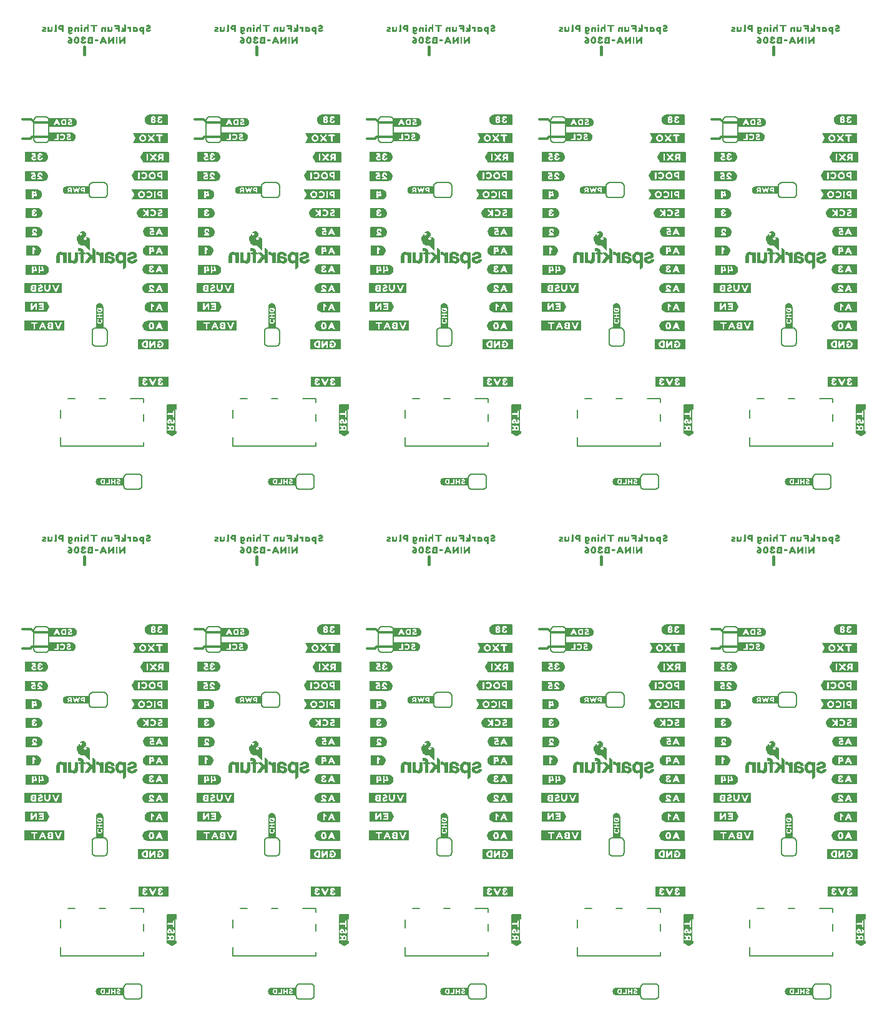
<source format=gbo>
G04 EAGLE Gerber RS-274X export*
G75*
%MOMM*%
%FSLAX34Y34*%
%LPD*%
%INSilkscreen Bottom*%
%IPPOS*%
%AMOC8*
5,1,8,0,0,1.08239X$1,22.5*%
G01*
%ADD10C,0.300000*%
%ADD11C,0.203200*%
%ADD12C,0.381000*%

G36*
X537607Y234487D02*
X537607Y234487D01*
X537604Y234491D01*
X537609Y234493D01*
X537709Y235193D01*
X537706Y235198D01*
X537709Y235200D01*
X537709Y248000D01*
X537673Y248047D01*
X537669Y248044D01*
X537667Y248049D01*
X536967Y248149D01*
X536962Y248146D01*
X536960Y248149D01*
X483460Y248149D01*
X483413Y248113D01*
X483416Y248109D01*
X483413Y248106D01*
X483415Y248103D01*
X483411Y248100D01*
X483411Y234500D01*
X483447Y234453D01*
X483454Y234458D01*
X483460Y234451D01*
X537560Y234451D01*
X537607Y234487D01*
G37*
G36*
X303927Y234487D02*
X303927Y234487D01*
X303924Y234491D01*
X303929Y234493D01*
X304029Y235193D01*
X304026Y235198D01*
X304029Y235200D01*
X304029Y248000D01*
X303993Y248047D01*
X303989Y248044D01*
X303987Y248049D01*
X303287Y248149D01*
X303282Y248146D01*
X303280Y248149D01*
X249780Y248149D01*
X249733Y248113D01*
X249736Y248109D01*
X249733Y248106D01*
X249735Y248103D01*
X249731Y248100D01*
X249731Y234500D01*
X249767Y234453D01*
X249774Y234458D01*
X249780Y234451D01*
X303880Y234451D01*
X303927Y234487D01*
G37*
G36*
X771287Y234487D02*
X771287Y234487D01*
X771284Y234491D01*
X771289Y234493D01*
X771389Y235193D01*
X771386Y235198D01*
X771389Y235200D01*
X771389Y248000D01*
X771353Y248047D01*
X771349Y248044D01*
X771347Y248049D01*
X770647Y248149D01*
X770642Y248146D01*
X770640Y248149D01*
X717140Y248149D01*
X717093Y248113D01*
X717096Y248109D01*
X717093Y248106D01*
X717095Y248103D01*
X717091Y248100D01*
X717091Y234500D01*
X717127Y234453D01*
X717134Y234458D01*
X717140Y234451D01*
X771240Y234451D01*
X771287Y234487D01*
G37*
G36*
X70247Y234487D02*
X70247Y234487D01*
X70244Y234491D01*
X70249Y234493D01*
X70349Y235193D01*
X70346Y235198D01*
X70349Y235200D01*
X70349Y248000D01*
X70313Y248047D01*
X70309Y248044D01*
X70307Y248049D01*
X69607Y248149D01*
X69602Y248146D01*
X69600Y248149D01*
X16100Y248149D01*
X16053Y248113D01*
X16056Y248109D01*
X16053Y248106D01*
X16055Y248103D01*
X16051Y248100D01*
X16051Y234500D01*
X16087Y234453D01*
X16094Y234458D01*
X16100Y234451D01*
X70200Y234451D01*
X70247Y234487D01*
G37*
G36*
X1004967Y234487D02*
X1004967Y234487D01*
X1004964Y234491D01*
X1004969Y234493D01*
X1005069Y235193D01*
X1005066Y235198D01*
X1005069Y235200D01*
X1005069Y248000D01*
X1005033Y248047D01*
X1005029Y248044D01*
X1005027Y248049D01*
X1004327Y248149D01*
X1004322Y248146D01*
X1004320Y248149D01*
X950820Y248149D01*
X950773Y248113D01*
X950776Y248109D01*
X950773Y248106D01*
X950775Y248103D01*
X950771Y248100D01*
X950771Y234500D01*
X950807Y234453D01*
X950814Y234458D01*
X950820Y234451D01*
X1004920Y234451D01*
X1004967Y234487D01*
G37*
G36*
X537607Y925367D02*
X537607Y925367D01*
X537604Y925371D01*
X537609Y925373D01*
X537709Y926073D01*
X537706Y926078D01*
X537709Y926080D01*
X537709Y938880D01*
X537673Y938927D01*
X537669Y938924D01*
X537667Y938929D01*
X536967Y939029D01*
X536962Y939026D01*
X536960Y939029D01*
X483460Y939029D01*
X483413Y938993D01*
X483416Y938989D01*
X483413Y938986D01*
X483415Y938983D01*
X483411Y938980D01*
X483411Y925380D01*
X483447Y925333D01*
X483454Y925338D01*
X483460Y925331D01*
X537560Y925331D01*
X537607Y925367D01*
G37*
G36*
X1004967Y925367D02*
X1004967Y925367D01*
X1004964Y925371D01*
X1004969Y925373D01*
X1005069Y926073D01*
X1005066Y926078D01*
X1005069Y926080D01*
X1005069Y938880D01*
X1005033Y938927D01*
X1005029Y938924D01*
X1005027Y938929D01*
X1004327Y939029D01*
X1004322Y939026D01*
X1004320Y939029D01*
X950820Y939029D01*
X950773Y938993D01*
X950776Y938989D01*
X950773Y938986D01*
X950775Y938983D01*
X950771Y938980D01*
X950771Y925380D01*
X950807Y925333D01*
X950814Y925338D01*
X950820Y925331D01*
X1004920Y925331D01*
X1004967Y925367D01*
G37*
G36*
X303927Y925367D02*
X303927Y925367D01*
X303924Y925371D01*
X303929Y925373D01*
X304029Y926073D01*
X304026Y926078D01*
X304029Y926080D01*
X304029Y938880D01*
X303993Y938927D01*
X303989Y938924D01*
X303987Y938929D01*
X303287Y939029D01*
X303282Y939026D01*
X303280Y939029D01*
X249780Y939029D01*
X249733Y938993D01*
X249736Y938989D01*
X249733Y938986D01*
X249735Y938983D01*
X249731Y938980D01*
X249731Y925380D01*
X249767Y925333D01*
X249774Y925338D01*
X249780Y925331D01*
X303880Y925331D01*
X303927Y925367D01*
G37*
G36*
X70247Y925367D02*
X70247Y925367D01*
X70244Y925371D01*
X70249Y925373D01*
X70349Y926073D01*
X70346Y926078D01*
X70349Y926080D01*
X70349Y938880D01*
X70313Y938927D01*
X70309Y938924D01*
X70307Y938929D01*
X69607Y939029D01*
X69602Y939026D01*
X69600Y939029D01*
X16100Y939029D01*
X16053Y938993D01*
X16056Y938989D01*
X16053Y938986D01*
X16055Y938983D01*
X16051Y938980D01*
X16051Y925380D01*
X16087Y925333D01*
X16094Y925338D01*
X16100Y925331D01*
X70200Y925331D01*
X70247Y925367D01*
G37*
G36*
X771287Y925367D02*
X771287Y925367D01*
X771284Y925371D01*
X771289Y925373D01*
X771389Y926073D01*
X771386Y926078D01*
X771389Y926080D01*
X771389Y938880D01*
X771353Y938927D01*
X771349Y938924D01*
X771347Y938929D01*
X770647Y939029D01*
X770642Y939026D01*
X770640Y939029D01*
X717140Y939029D01*
X717093Y938993D01*
X717096Y938989D01*
X717093Y938986D01*
X717095Y938983D01*
X717091Y938980D01*
X717091Y925380D01*
X717127Y925333D01*
X717134Y925338D01*
X717140Y925331D01*
X771240Y925331D01*
X771287Y925367D01*
G37*
G36*
X1001667Y285287D02*
X1001667Y285287D01*
X1001665Y285290D01*
X1001669Y285292D01*
X1001769Y285892D01*
X1001766Y285897D01*
X1001769Y285900D01*
X1001769Y298800D01*
X1001733Y298847D01*
X1001729Y298844D01*
X1001727Y298849D01*
X1001027Y298949D01*
X1001022Y298946D01*
X1001020Y298949D01*
X950820Y298949D01*
X950773Y298913D01*
X950776Y298909D01*
X950773Y298906D01*
X950775Y298903D01*
X950771Y298900D01*
X950771Y285400D01*
X950807Y285353D01*
X950810Y285355D01*
X950812Y285351D01*
X951412Y285251D01*
X951417Y285254D01*
X951420Y285251D01*
X1001620Y285251D01*
X1001667Y285287D01*
G37*
G36*
X300627Y285287D02*
X300627Y285287D01*
X300625Y285290D01*
X300629Y285292D01*
X300729Y285892D01*
X300726Y285897D01*
X300729Y285900D01*
X300729Y298800D01*
X300693Y298847D01*
X300689Y298844D01*
X300687Y298849D01*
X299987Y298949D01*
X299982Y298946D01*
X299980Y298949D01*
X249780Y298949D01*
X249733Y298913D01*
X249736Y298909D01*
X249733Y298906D01*
X249735Y298903D01*
X249731Y298900D01*
X249731Y285400D01*
X249767Y285353D01*
X249770Y285355D01*
X249772Y285351D01*
X250372Y285251D01*
X250377Y285254D01*
X250380Y285251D01*
X300580Y285251D01*
X300627Y285287D01*
G37*
G36*
X66947Y976167D02*
X66947Y976167D01*
X66945Y976170D01*
X66949Y976172D01*
X67049Y976772D01*
X67046Y976777D01*
X67049Y976780D01*
X67049Y989680D01*
X67013Y989727D01*
X67009Y989724D01*
X67007Y989729D01*
X66307Y989829D01*
X66302Y989826D01*
X66300Y989829D01*
X16100Y989829D01*
X16053Y989793D01*
X16056Y989789D01*
X16053Y989786D01*
X16055Y989783D01*
X16051Y989780D01*
X16051Y976280D01*
X16087Y976233D01*
X16090Y976235D01*
X16092Y976231D01*
X16692Y976131D01*
X16697Y976134D01*
X16700Y976131D01*
X66900Y976131D01*
X66947Y976167D01*
G37*
G36*
X767987Y976167D02*
X767987Y976167D01*
X767985Y976170D01*
X767989Y976172D01*
X768089Y976772D01*
X768086Y976777D01*
X768089Y976780D01*
X768089Y989680D01*
X768053Y989727D01*
X768049Y989724D01*
X768047Y989729D01*
X767347Y989829D01*
X767342Y989826D01*
X767340Y989829D01*
X717140Y989829D01*
X717093Y989793D01*
X717096Y989789D01*
X717093Y989786D01*
X717095Y989783D01*
X717091Y989780D01*
X717091Y976280D01*
X717127Y976233D01*
X717130Y976235D01*
X717132Y976231D01*
X717732Y976131D01*
X717737Y976134D01*
X717740Y976131D01*
X767940Y976131D01*
X767987Y976167D01*
G37*
G36*
X534307Y285287D02*
X534307Y285287D01*
X534305Y285290D01*
X534309Y285292D01*
X534409Y285892D01*
X534406Y285897D01*
X534409Y285900D01*
X534409Y298800D01*
X534373Y298847D01*
X534369Y298844D01*
X534367Y298849D01*
X533667Y298949D01*
X533662Y298946D01*
X533660Y298949D01*
X483460Y298949D01*
X483413Y298913D01*
X483416Y298909D01*
X483413Y298906D01*
X483415Y298903D01*
X483411Y298900D01*
X483411Y285400D01*
X483447Y285353D01*
X483450Y285355D01*
X483452Y285351D01*
X484052Y285251D01*
X484057Y285254D01*
X484060Y285251D01*
X534260Y285251D01*
X534307Y285287D01*
G37*
G36*
X1001667Y976167D02*
X1001667Y976167D01*
X1001665Y976170D01*
X1001669Y976172D01*
X1001769Y976772D01*
X1001766Y976777D01*
X1001769Y976780D01*
X1001769Y989680D01*
X1001733Y989727D01*
X1001729Y989724D01*
X1001727Y989729D01*
X1001027Y989829D01*
X1001022Y989826D01*
X1001020Y989829D01*
X950820Y989829D01*
X950773Y989793D01*
X950776Y989789D01*
X950773Y989786D01*
X950775Y989783D01*
X950771Y989780D01*
X950771Y976280D01*
X950807Y976233D01*
X950810Y976235D01*
X950812Y976231D01*
X951412Y976131D01*
X951417Y976134D01*
X951420Y976131D01*
X1001620Y976131D01*
X1001667Y976167D01*
G37*
G36*
X534307Y976167D02*
X534307Y976167D01*
X534305Y976170D01*
X534309Y976172D01*
X534409Y976772D01*
X534406Y976777D01*
X534409Y976780D01*
X534409Y989680D01*
X534373Y989727D01*
X534369Y989724D01*
X534367Y989729D01*
X533667Y989829D01*
X533662Y989826D01*
X533660Y989829D01*
X483460Y989829D01*
X483413Y989793D01*
X483416Y989789D01*
X483413Y989786D01*
X483415Y989783D01*
X483411Y989780D01*
X483411Y976280D01*
X483447Y976233D01*
X483450Y976235D01*
X483452Y976231D01*
X484052Y976131D01*
X484057Y976134D01*
X484060Y976131D01*
X534260Y976131D01*
X534307Y976167D01*
G37*
G36*
X300627Y976167D02*
X300627Y976167D01*
X300625Y976170D01*
X300629Y976172D01*
X300729Y976772D01*
X300726Y976777D01*
X300729Y976780D01*
X300729Y989680D01*
X300693Y989727D01*
X300689Y989724D01*
X300687Y989729D01*
X299987Y989829D01*
X299982Y989826D01*
X299980Y989829D01*
X249780Y989829D01*
X249733Y989793D01*
X249736Y989789D01*
X249733Y989786D01*
X249735Y989783D01*
X249731Y989780D01*
X249731Y976280D01*
X249767Y976233D01*
X249770Y976235D01*
X249772Y976231D01*
X250372Y976131D01*
X250377Y976134D01*
X250380Y976131D01*
X300580Y976131D01*
X300627Y976167D01*
G37*
G36*
X66947Y285287D02*
X66947Y285287D01*
X66945Y285290D01*
X66949Y285292D01*
X67049Y285892D01*
X67046Y285897D01*
X67049Y285900D01*
X67049Y298800D01*
X67013Y298847D01*
X67009Y298844D01*
X67007Y298849D01*
X66307Y298949D01*
X66302Y298946D01*
X66300Y298949D01*
X16100Y298949D01*
X16053Y298913D01*
X16056Y298909D01*
X16053Y298906D01*
X16055Y298903D01*
X16051Y298900D01*
X16051Y285400D01*
X16087Y285353D01*
X16090Y285355D01*
X16092Y285351D01*
X16692Y285251D01*
X16697Y285254D01*
X16700Y285251D01*
X66900Y285251D01*
X66947Y285287D01*
G37*
G36*
X767987Y285287D02*
X767987Y285287D01*
X767985Y285290D01*
X767989Y285292D01*
X768089Y285892D01*
X768086Y285897D01*
X768089Y285900D01*
X768089Y298800D01*
X768053Y298847D01*
X768049Y298844D01*
X768047Y298849D01*
X767347Y298949D01*
X767342Y298946D01*
X767340Y298949D01*
X717140Y298949D01*
X717093Y298913D01*
X717096Y298909D01*
X717093Y298906D01*
X717095Y298903D01*
X717091Y298900D01*
X717091Y285400D01*
X717127Y285353D01*
X717130Y285355D01*
X717132Y285351D01*
X717732Y285251D01*
X717737Y285254D01*
X717740Y285251D01*
X767940Y285251D01*
X767987Y285287D01*
G37*
G36*
X210005Y1103034D02*
X210005Y1103034D01*
X210008Y1103031D01*
X210608Y1103131D01*
X210649Y1103175D01*
X210646Y1103178D01*
X210649Y1103180D01*
X210649Y1116080D01*
X210646Y1116085D01*
X210649Y1116088D01*
X210549Y1116688D01*
X210505Y1116729D01*
X210503Y1116726D01*
X210500Y1116729D01*
X161800Y1116729D01*
X161753Y1116693D01*
X161756Y1116688D01*
X161754Y1116686D01*
X161759Y1116679D01*
X161752Y1116670D01*
X161852Y1116170D01*
X161859Y1116164D01*
X161856Y1116158D01*
X164851Y1110168D01*
X164851Y1109592D01*
X161756Y1103502D01*
X161758Y1103490D01*
X161754Y1103487D01*
X161760Y1103479D01*
X161760Y1103478D01*
X161752Y1103468D01*
X161852Y1103068D01*
X161899Y1103031D01*
X161899Y1103032D01*
X161900Y1103031D01*
X210000Y1103031D01*
X210005Y1103034D01*
G37*
G36*
X443685Y1103034D02*
X443685Y1103034D01*
X443688Y1103031D01*
X444288Y1103131D01*
X444329Y1103175D01*
X444326Y1103178D01*
X444329Y1103180D01*
X444329Y1116080D01*
X444326Y1116085D01*
X444329Y1116088D01*
X444229Y1116688D01*
X444185Y1116729D01*
X444183Y1116726D01*
X444180Y1116729D01*
X395480Y1116729D01*
X395433Y1116693D01*
X395436Y1116688D01*
X395434Y1116686D01*
X395439Y1116679D01*
X395432Y1116670D01*
X395532Y1116170D01*
X395539Y1116164D01*
X395536Y1116158D01*
X398531Y1110168D01*
X398531Y1109592D01*
X395436Y1103502D01*
X395438Y1103490D01*
X395434Y1103487D01*
X395440Y1103479D01*
X395440Y1103478D01*
X395432Y1103468D01*
X395532Y1103068D01*
X395579Y1103031D01*
X395579Y1103032D01*
X395580Y1103031D01*
X443680Y1103031D01*
X443685Y1103034D01*
G37*
G36*
X210005Y412154D02*
X210005Y412154D01*
X210008Y412151D01*
X210608Y412251D01*
X210649Y412295D01*
X210646Y412298D01*
X210649Y412300D01*
X210649Y425200D01*
X210646Y425205D01*
X210649Y425208D01*
X210549Y425808D01*
X210505Y425849D01*
X210503Y425846D01*
X210500Y425849D01*
X161800Y425849D01*
X161753Y425813D01*
X161756Y425808D01*
X161754Y425806D01*
X161759Y425799D01*
X161752Y425790D01*
X161852Y425290D01*
X161859Y425284D01*
X161856Y425278D01*
X164851Y419288D01*
X164851Y418712D01*
X161756Y412622D01*
X161758Y412610D01*
X161754Y412607D01*
X161760Y412599D01*
X161760Y412598D01*
X161752Y412588D01*
X161852Y412188D01*
X161899Y412151D01*
X161899Y412152D01*
X161900Y412151D01*
X210000Y412151D01*
X210005Y412154D01*
G37*
G36*
X1144725Y1103034D02*
X1144725Y1103034D01*
X1144728Y1103031D01*
X1145328Y1103131D01*
X1145369Y1103175D01*
X1145366Y1103178D01*
X1145369Y1103180D01*
X1145369Y1116080D01*
X1145366Y1116085D01*
X1145369Y1116088D01*
X1145269Y1116688D01*
X1145225Y1116729D01*
X1145223Y1116726D01*
X1145220Y1116729D01*
X1096520Y1116729D01*
X1096473Y1116693D01*
X1096476Y1116688D01*
X1096474Y1116686D01*
X1096479Y1116679D01*
X1096472Y1116670D01*
X1096572Y1116170D01*
X1096579Y1116164D01*
X1096576Y1116158D01*
X1099571Y1110168D01*
X1099571Y1109592D01*
X1096476Y1103502D01*
X1096478Y1103490D01*
X1096474Y1103487D01*
X1096480Y1103479D01*
X1096480Y1103478D01*
X1096472Y1103468D01*
X1096572Y1103068D01*
X1096619Y1103031D01*
X1096619Y1103032D01*
X1096620Y1103031D01*
X1144720Y1103031D01*
X1144725Y1103034D01*
G37*
G36*
X677365Y1103034D02*
X677365Y1103034D01*
X677368Y1103031D01*
X677968Y1103131D01*
X678009Y1103175D01*
X678006Y1103178D01*
X678009Y1103180D01*
X678009Y1116080D01*
X678006Y1116085D01*
X678009Y1116088D01*
X677909Y1116688D01*
X677865Y1116729D01*
X677863Y1116726D01*
X677860Y1116729D01*
X629160Y1116729D01*
X629113Y1116693D01*
X629116Y1116688D01*
X629114Y1116686D01*
X629119Y1116679D01*
X629112Y1116670D01*
X629212Y1116170D01*
X629219Y1116164D01*
X629216Y1116158D01*
X632211Y1110168D01*
X632211Y1109592D01*
X629116Y1103502D01*
X629118Y1103490D01*
X629114Y1103487D01*
X629120Y1103479D01*
X629120Y1103478D01*
X629112Y1103468D01*
X629212Y1103068D01*
X629259Y1103031D01*
X629259Y1103032D01*
X629260Y1103031D01*
X677360Y1103031D01*
X677365Y1103034D01*
G37*
G36*
X443685Y412154D02*
X443685Y412154D01*
X443688Y412151D01*
X444288Y412251D01*
X444329Y412295D01*
X444326Y412298D01*
X444329Y412300D01*
X444329Y425200D01*
X444326Y425205D01*
X444329Y425208D01*
X444229Y425808D01*
X444185Y425849D01*
X444183Y425846D01*
X444180Y425849D01*
X395480Y425849D01*
X395433Y425813D01*
X395436Y425808D01*
X395434Y425806D01*
X395439Y425799D01*
X395432Y425790D01*
X395532Y425290D01*
X395539Y425284D01*
X395536Y425278D01*
X398531Y419288D01*
X398531Y418712D01*
X395436Y412622D01*
X395438Y412610D01*
X395434Y412607D01*
X395440Y412599D01*
X395440Y412598D01*
X395432Y412588D01*
X395532Y412188D01*
X395579Y412151D01*
X395579Y412152D01*
X395580Y412151D01*
X443680Y412151D01*
X443685Y412154D01*
G37*
G36*
X911045Y1103034D02*
X911045Y1103034D01*
X911048Y1103031D01*
X911648Y1103131D01*
X911689Y1103175D01*
X911686Y1103178D01*
X911689Y1103180D01*
X911689Y1116080D01*
X911686Y1116085D01*
X911689Y1116088D01*
X911589Y1116688D01*
X911545Y1116729D01*
X911543Y1116726D01*
X911540Y1116729D01*
X862840Y1116729D01*
X862793Y1116693D01*
X862796Y1116688D01*
X862794Y1116686D01*
X862799Y1116679D01*
X862792Y1116670D01*
X862892Y1116170D01*
X862899Y1116164D01*
X862896Y1116158D01*
X865891Y1110168D01*
X865891Y1109592D01*
X862796Y1103502D01*
X862798Y1103490D01*
X862794Y1103487D01*
X862800Y1103479D01*
X862800Y1103478D01*
X862792Y1103468D01*
X862892Y1103068D01*
X862939Y1103031D01*
X862939Y1103032D01*
X862940Y1103031D01*
X911040Y1103031D01*
X911045Y1103034D01*
G37*
G36*
X1144725Y412154D02*
X1144725Y412154D01*
X1144728Y412151D01*
X1145328Y412251D01*
X1145369Y412295D01*
X1145366Y412298D01*
X1145369Y412300D01*
X1145369Y425200D01*
X1145366Y425205D01*
X1145369Y425208D01*
X1145269Y425808D01*
X1145225Y425849D01*
X1145223Y425846D01*
X1145220Y425849D01*
X1096520Y425849D01*
X1096473Y425813D01*
X1096476Y425808D01*
X1096474Y425806D01*
X1096479Y425799D01*
X1096472Y425790D01*
X1096572Y425290D01*
X1096579Y425284D01*
X1096576Y425278D01*
X1099571Y419288D01*
X1099571Y418712D01*
X1096476Y412622D01*
X1096478Y412610D01*
X1096474Y412607D01*
X1096480Y412599D01*
X1096480Y412598D01*
X1096472Y412588D01*
X1096572Y412188D01*
X1096619Y412151D01*
X1096619Y412152D01*
X1096620Y412151D01*
X1144720Y412151D01*
X1144725Y412154D01*
G37*
G36*
X677365Y412154D02*
X677365Y412154D01*
X677368Y412151D01*
X677968Y412251D01*
X678009Y412295D01*
X678006Y412298D01*
X678009Y412300D01*
X678009Y425200D01*
X678006Y425205D01*
X678009Y425208D01*
X677909Y425808D01*
X677865Y425849D01*
X677863Y425846D01*
X677860Y425849D01*
X629160Y425849D01*
X629113Y425813D01*
X629116Y425808D01*
X629114Y425806D01*
X629119Y425799D01*
X629112Y425790D01*
X629212Y425290D01*
X629219Y425284D01*
X629216Y425278D01*
X632211Y419288D01*
X632211Y418712D01*
X629116Y412622D01*
X629118Y412610D01*
X629114Y412607D01*
X629120Y412599D01*
X629120Y412598D01*
X629112Y412588D01*
X629212Y412188D01*
X629259Y412151D01*
X629259Y412152D01*
X629260Y412151D01*
X677360Y412151D01*
X677365Y412154D01*
G37*
G36*
X911045Y412154D02*
X911045Y412154D01*
X911048Y412151D01*
X911648Y412251D01*
X911689Y412295D01*
X911686Y412298D01*
X911689Y412300D01*
X911689Y425200D01*
X911686Y425205D01*
X911689Y425208D01*
X911589Y425808D01*
X911545Y425849D01*
X911543Y425846D01*
X911540Y425849D01*
X862840Y425849D01*
X862793Y425813D01*
X862796Y425808D01*
X862794Y425806D01*
X862799Y425799D01*
X862792Y425790D01*
X862892Y425290D01*
X862899Y425284D01*
X862896Y425278D01*
X865891Y419288D01*
X865891Y418712D01*
X862796Y412622D01*
X862798Y412610D01*
X862794Y412607D01*
X862800Y412599D01*
X862800Y412598D01*
X862792Y412588D01*
X862892Y412188D01*
X862939Y412151D01*
X862939Y412152D01*
X862940Y412151D01*
X911040Y412151D01*
X911045Y412154D01*
G37*
G36*
X1144725Y437754D02*
X1144725Y437754D01*
X1144728Y437751D01*
X1145328Y437851D01*
X1145369Y437895D01*
X1145366Y437898D01*
X1145369Y437900D01*
X1145369Y450800D01*
X1145366Y450805D01*
X1145369Y450808D01*
X1145269Y451408D01*
X1145225Y451449D01*
X1145223Y451446D01*
X1145220Y451449D01*
X1099920Y451449D01*
X1099895Y451430D01*
X1099882Y451431D01*
X1099482Y450931D01*
X1099481Y450923D01*
X1099476Y450922D01*
X1096476Y444922D01*
X1096478Y444910D01*
X1096473Y444905D01*
X1096474Y444903D01*
X1096471Y444900D01*
X1096471Y444300D01*
X1096480Y444287D01*
X1096476Y444278D01*
X1099476Y438178D01*
X1099489Y438171D01*
X1099489Y438162D01*
X1099989Y437762D01*
X1100012Y437761D01*
X1100020Y437751D01*
X1144720Y437751D01*
X1144725Y437754D01*
G37*
G36*
X677365Y437754D02*
X677365Y437754D01*
X677368Y437751D01*
X677968Y437851D01*
X678009Y437895D01*
X678006Y437898D01*
X678009Y437900D01*
X678009Y450800D01*
X678006Y450805D01*
X678009Y450808D01*
X677909Y451408D01*
X677865Y451449D01*
X677863Y451446D01*
X677860Y451449D01*
X632560Y451449D01*
X632535Y451430D01*
X632522Y451431D01*
X632122Y450931D01*
X632121Y450923D01*
X632116Y450922D01*
X629116Y444922D01*
X629118Y444910D01*
X629113Y444905D01*
X629114Y444903D01*
X629111Y444900D01*
X629111Y444300D01*
X629120Y444287D01*
X629116Y444278D01*
X632116Y438178D01*
X632129Y438171D01*
X632129Y438162D01*
X632629Y437762D01*
X632652Y437761D01*
X632660Y437751D01*
X677360Y437751D01*
X677365Y437754D01*
G37*
G36*
X210005Y437754D02*
X210005Y437754D01*
X210008Y437751D01*
X210608Y437851D01*
X210649Y437895D01*
X210646Y437898D01*
X210649Y437900D01*
X210649Y450800D01*
X210646Y450805D01*
X210649Y450808D01*
X210549Y451408D01*
X210505Y451449D01*
X210503Y451446D01*
X210500Y451449D01*
X165200Y451449D01*
X165175Y451430D01*
X165162Y451431D01*
X164762Y450931D01*
X164761Y450923D01*
X164756Y450922D01*
X161756Y444922D01*
X161758Y444910D01*
X161753Y444905D01*
X161754Y444903D01*
X161751Y444900D01*
X161751Y444300D01*
X161760Y444287D01*
X161756Y444278D01*
X164756Y438178D01*
X164769Y438171D01*
X164769Y438162D01*
X165269Y437762D01*
X165292Y437761D01*
X165300Y437751D01*
X210000Y437751D01*
X210005Y437754D01*
G37*
G36*
X210005Y1128634D02*
X210005Y1128634D01*
X210008Y1128631D01*
X210608Y1128731D01*
X210649Y1128775D01*
X210646Y1128778D01*
X210649Y1128780D01*
X210649Y1141680D01*
X210646Y1141685D01*
X210649Y1141688D01*
X210549Y1142288D01*
X210505Y1142329D01*
X210503Y1142326D01*
X210500Y1142329D01*
X165200Y1142329D01*
X165175Y1142310D01*
X165162Y1142311D01*
X164762Y1141811D01*
X164761Y1141803D01*
X164756Y1141802D01*
X161756Y1135802D01*
X161758Y1135790D01*
X161753Y1135785D01*
X161754Y1135783D01*
X161751Y1135780D01*
X161751Y1135180D01*
X161760Y1135167D01*
X161756Y1135158D01*
X164756Y1129058D01*
X164769Y1129051D01*
X164769Y1129042D01*
X165269Y1128642D01*
X165292Y1128641D01*
X165300Y1128631D01*
X210000Y1128631D01*
X210005Y1128634D01*
G37*
G36*
X911045Y437754D02*
X911045Y437754D01*
X911048Y437751D01*
X911648Y437851D01*
X911689Y437895D01*
X911686Y437898D01*
X911689Y437900D01*
X911689Y450800D01*
X911686Y450805D01*
X911689Y450808D01*
X911589Y451408D01*
X911545Y451449D01*
X911543Y451446D01*
X911540Y451449D01*
X866240Y451449D01*
X866215Y451430D01*
X866202Y451431D01*
X865802Y450931D01*
X865801Y450923D01*
X865796Y450922D01*
X862796Y444922D01*
X862798Y444910D01*
X862793Y444905D01*
X862794Y444903D01*
X862791Y444900D01*
X862791Y444300D01*
X862800Y444287D01*
X862796Y444278D01*
X865796Y438178D01*
X865809Y438171D01*
X865809Y438162D01*
X866309Y437762D01*
X866332Y437761D01*
X866340Y437751D01*
X911040Y437751D01*
X911045Y437754D01*
G37*
G36*
X677365Y1128634D02*
X677365Y1128634D01*
X677368Y1128631D01*
X677968Y1128731D01*
X678009Y1128775D01*
X678006Y1128778D01*
X678009Y1128780D01*
X678009Y1141680D01*
X678006Y1141685D01*
X678009Y1141688D01*
X677909Y1142288D01*
X677865Y1142329D01*
X677863Y1142326D01*
X677860Y1142329D01*
X632560Y1142329D01*
X632535Y1142310D01*
X632522Y1142311D01*
X632122Y1141811D01*
X632121Y1141803D01*
X632116Y1141802D01*
X629116Y1135802D01*
X629118Y1135790D01*
X629113Y1135785D01*
X629114Y1135783D01*
X629111Y1135780D01*
X629111Y1135180D01*
X629120Y1135167D01*
X629116Y1135158D01*
X632116Y1129058D01*
X632129Y1129051D01*
X632129Y1129042D01*
X632629Y1128642D01*
X632652Y1128641D01*
X632660Y1128631D01*
X677360Y1128631D01*
X677365Y1128634D01*
G37*
G36*
X443685Y1128634D02*
X443685Y1128634D01*
X443688Y1128631D01*
X444288Y1128731D01*
X444329Y1128775D01*
X444326Y1128778D01*
X444329Y1128780D01*
X444329Y1141680D01*
X444326Y1141685D01*
X444329Y1141688D01*
X444229Y1142288D01*
X444185Y1142329D01*
X444183Y1142326D01*
X444180Y1142329D01*
X398880Y1142329D01*
X398855Y1142310D01*
X398842Y1142311D01*
X398442Y1141811D01*
X398441Y1141803D01*
X398436Y1141802D01*
X395436Y1135802D01*
X395438Y1135790D01*
X395433Y1135785D01*
X395434Y1135783D01*
X395431Y1135780D01*
X395431Y1135180D01*
X395440Y1135167D01*
X395436Y1135158D01*
X398436Y1129058D01*
X398449Y1129051D01*
X398449Y1129042D01*
X398949Y1128642D01*
X398972Y1128641D01*
X398980Y1128631D01*
X443680Y1128631D01*
X443685Y1128634D01*
G37*
G36*
X1144725Y1128634D02*
X1144725Y1128634D01*
X1144728Y1128631D01*
X1145328Y1128731D01*
X1145369Y1128775D01*
X1145366Y1128778D01*
X1145369Y1128780D01*
X1145369Y1141680D01*
X1145366Y1141685D01*
X1145369Y1141688D01*
X1145269Y1142288D01*
X1145225Y1142329D01*
X1145223Y1142326D01*
X1145220Y1142329D01*
X1099920Y1142329D01*
X1099895Y1142310D01*
X1099882Y1142311D01*
X1099482Y1141811D01*
X1099481Y1141803D01*
X1099476Y1141802D01*
X1096476Y1135802D01*
X1096478Y1135790D01*
X1096473Y1135785D01*
X1096474Y1135783D01*
X1096471Y1135780D01*
X1096471Y1135180D01*
X1096480Y1135167D01*
X1096476Y1135158D01*
X1099476Y1129058D01*
X1099489Y1129051D01*
X1099489Y1129042D01*
X1099989Y1128642D01*
X1100012Y1128641D01*
X1100020Y1128631D01*
X1144720Y1128631D01*
X1144725Y1128634D01*
G37*
G36*
X911045Y1128634D02*
X911045Y1128634D01*
X911048Y1128631D01*
X911648Y1128731D01*
X911689Y1128775D01*
X911686Y1128778D01*
X911689Y1128780D01*
X911689Y1141680D01*
X911686Y1141685D01*
X911689Y1141688D01*
X911589Y1142288D01*
X911545Y1142329D01*
X911543Y1142326D01*
X911540Y1142329D01*
X866240Y1142329D01*
X866215Y1142310D01*
X866202Y1142311D01*
X865802Y1141811D01*
X865801Y1141803D01*
X865796Y1141802D01*
X862796Y1135802D01*
X862798Y1135790D01*
X862793Y1135785D01*
X862794Y1135783D01*
X862791Y1135780D01*
X862791Y1135180D01*
X862800Y1135167D01*
X862796Y1135158D01*
X865796Y1129058D01*
X865809Y1129051D01*
X865809Y1129042D01*
X866309Y1128642D01*
X866332Y1128641D01*
X866340Y1128631D01*
X911040Y1128631D01*
X911045Y1128634D01*
G37*
G36*
X443685Y437754D02*
X443685Y437754D01*
X443688Y437751D01*
X444288Y437851D01*
X444329Y437895D01*
X444326Y437898D01*
X444329Y437900D01*
X444329Y450800D01*
X444326Y450805D01*
X444329Y450808D01*
X444229Y451408D01*
X444185Y451449D01*
X444183Y451446D01*
X444180Y451449D01*
X398880Y451449D01*
X398855Y451430D01*
X398842Y451431D01*
X398442Y450931D01*
X398441Y450923D01*
X398436Y450922D01*
X395436Y444922D01*
X395438Y444910D01*
X395433Y444905D01*
X395434Y444903D01*
X395431Y444900D01*
X395431Y444300D01*
X395440Y444287D01*
X395436Y444278D01*
X398436Y438178D01*
X398449Y438171D01*
X398449Y438162D01*
X398949Y437762D01*
X398972Y437761D01*
X398980Y437751D01*
X443680Y437751D01*
X443685Y437754D01*
G37*
G36*
X678007Y488587D02*
X678007Y488587D01*
X678002Y488594D01*
X678009Y488600D01*
X678009Y502200D01*
X677973Y502247D01*
X677966Y502242D01*
X677960Y502249D01*
X631160Y502249D01*
X631154Y502245D01*
X631150Y502248D01*
X630650Y502148D01*
X630611Y502104D01*
X630623Y502093D01*
X630616Y502078D01*
X634005Y495400D01*
X630616Y488722D01*
X630627Y488664D01*
X630643Y488667D01*
X630650Y488652D01*
X631150Y488552D01*
X631157Y488555D01*
X631160Y488551D01*
X677960Y488551D01*
X678007Y488587D01*
G37*
G36*
X911687Y488587D02*
X911687Y488587D01*
X911682Y488594D01*
X911689Y488600D01*
X911689Y502200D01*
X911653Y502247D01*
X911646Y502242D01*
X911640Y502249D01*
X864840Y502249D01*
X864834Y502245D01*
X864830Y502248D01*
X864330Y502148D01*
X864291Y502104D01*
X864303Y502093D01*
X864296Y502078D01*
X867685Y495400D01*
X864296Y488722D01*
X864307Y488664D01*
X864323Y488667D01*
X864330Y488652D01*
X864830Y488552D01*
X864837Y488555D01*
X864840Y488551D01*
X911640Y488551D01*
X911687Y488587D01*
G37*
G36*
X1145367Y488587D02*
X1145367Y488587D01*
X1145362Y488594D01*
X1145369Y488600D01*
X1145369Y502200D01*
X1145333Y502247D01*
X1145326Y502242D01*
X1145320Y502249D01*
X1098520Y502249D01*
X1098514Y502245D01*
X1098510Y502248D01*
X1098010Y502148D01*
X1097971Y502104D01*
X1097983Y502093D01*
X1097976Y502078D01*
X1101365Y495400D01*
X1097976Y488722D01*
X1097987Y488664D01*
X1098003Y488667D01*
X1098010Y488652D01*
X1098510Y488552D01*
X1098517Y488555D01*
X1098520Y488551D01*
X1145320Y488551D01*
X1145367Y488587D01*
G37*
G36*
X911687Y1179467D02*
X911687Y1179467D01*
X911682Y1179474D01*
X911689Y1179480D01*
X911689Y1193080D01*
X911653Y1193127D01*
X911646Y1193122D01*
X911640Y1193129D01*
X864840Y1193129D01*
X864834Y1193125D01*
X864830Y1193128D01*
X864330Y1193028D01*
X864291Y1192984D01*
X864303Y1192973D01*
X864296Y1192958D01*
X867685Y1186280D01*
X864296Y1179602D01*
X864307Y1179544D01*
X864323Y1179547D01*
X864330Y1179532D01*
X864830Y1179432D01*
X864837Y1179435D01*
X864840Y1179431D01*
X911640Y1179431D01*
X911687Y1179467D01*
G37*
G36*
X444327Y1179467D02*
X444327Y1179467D01*
X444322Y1179474D01*
X444329Y1179480D01*
X444329Y1193080D01*
X444293Y1193127D01*
X444286Y1193122D01*
X444280Y1193129D01*
X397480Y1193129D01*
X397474Y1193125D01*
X397470Y1193128D01*
X396970Y1193028D01*
X396931Y1192984D01*
X396943Y1192973D01*
X396936Y1192958D01*
X400325Y1186280D01*
X396936Y1179602D01*
X396947Y1179544D01*
X396963Y1179547D01*
X396970Y1179532D01*
X397470Y1179432D01*
X397477Y1179435D01*
X397480Y1179431D01*
X444280Y1179431D01*
X444327Y1179467D01*
G37*
G36*
X678007Y1179467D02*
X678007Y1179467D01*
X678002Y1179474D01*
X678009Y1179480D01*
X678009Y1193080D01*
X677973Y1193127D01*
X677966Y1193122D01*
X677960Y1193129D01*
X631160Y1193129D01*
X631154Y1193125D01*
X631150Y1193128D01*
X630650Y1193028D01*
X630611Y1192984D01*
X630623Y1192973D01*
X630616Y1192958D01*
X634005Y1186280D01*
X630616Y1179602D01*
X630627Y1179544D01*
X630643Y1179547D01*
X630650Y1179532D01*
X631150Y1179432D01*
X631157Y1179435D01*
X631160Y1179431D01*
X677960Y1179431D01*
X678007Y1179467D01*
G37*
G36*
X1145367Y1179467D02*
X1145367Y1179467D01*
X1145362Y1179474D01*
X1145369Y1179480D01*
X1145369Y1193080D01*
X1145333Y1193127D01*
X1145326Y1193122D01*
X1145320Y1193129D01*
X1098520Y1193129D01*
X1098514Y1193125D01*
X1098510Y1193128D01*
X1098010Y1193028D01*
X1097971Y1192984D01*
X1097983Y1192973D01*
X1097976Y1192958D01*
X1101365Y1186280D01*
X1097976Y1179602D01*
X1097987Y1179544D01*
X1098003Y1179547D01*
X1098010Y1179532D01*
X1098510Y1179432D01*
X1098517Y1179435D01*
X1098520Y1179431D01*
X1145320Y1179431D01*
X1145367Y1179467D01*
G37*
G36*
X444327Y488587D02*
X444327Y488587D01*
X444322Y488594D01*
X444329Y488600D01*
X444329Y502200D01*
X444293Y502247D01*
X444286Y502242D01*
X444280Y502249D01*
X397480Y502249D01*
X397474Y502245D01*
X397470Y502248D01*
X396970Y502148D01*
X396931Y502104D01*
X396943Y502093D01*
X396936Y502078D01*
X400325Y495400D01*
X396936Y488722D01*
X396947Y488664D01*
X396963Y488667D01*
X396970Y488652D01*
X397470Y488552D01*
X397477Y488555D01*
X397480Y488551D01*
X444280Y488551D01*
X444327Y488587D01*
G37*
G36*
X210647Y1179467D02*
X210647Y1179467D01*
X210642Y1179474D01*
X210649Y1179480D01*
X210649Y1193080D01*
X210613Y1193127D01*
X210606Y1193122D01*
X210600Y1193129D01*
X163800Y1193129D01*
X163794Y1193125D01*
X163790Y1193128D01*
X163290Y1193028D01*
X163251Y1192984D01*
X163263Y1192973D01*
X163256Y1192958D01*
X166645Y1186280D01*
X163256Y1179602D01*
X163267Y1179544D01*
X163283Y1179547D01*
X163290Y1179532D01*
X163790Y1179432D01*
X163797Y1179435D01*
X163800Y1179431D01*
X210600Y1179431D01*
X210647Y1179467D01*
G37*
G36*
X210647Y488587D02*
X210647Y488587D01*
X210642Y488594D01*
X210649Y488600D01*
X210649Y502200D01*
X210613Y502247D01*
X210606Y502242D01*
X210600Y502249D01*
X163800Y502249D01*
X163794Y502245D01*
X163790Y502248D01*
X163290Y502148D01*
X163251Y502104D01*
X163263Y502093D01*
X163256Y502078D01*
X166645Y495400D01*
X163256Y488722D01*
X163267Y488664D01*
X163283Y488667D01*
X163290Y488652D01*
X163790Y488552D01*
X163797Y488555D01*
X163800Y488551D01*
X210600Y488551D01*
X210647Y488587D01*
G37*
G36*
X1151128Y91641D02*
X1151128Y91641D01*
X1151136Y91649D01*
X1151142Y91646D01*
X1157242Y94746D01*
X1157249Y94760D01*
X1157259Y94760D01*
X1157559Y95160D01*
X1157559Y95169D01*
X1157564Y95172D01*
X1157559Y95178D01*
X1157559Y95182D01*
X1157569Y95190D01*
X1157569Y134190D01*
X1157556Y134208D01*
X1157559Y134220D01*
X1157259Y134620D01*
X1157228Y134629D01*
X1157220Y134639D01*
X1144320Y134639D01*
X1144314Y134635D01*
X1144302Y134626D01*
X1144290Y134629D01*
X1143890Y134329D01*
X1143886Y134313D01*
X1143873Y134303D01*
X1143878Y134296D01*
X1143871Y134290D01*
X1143871Y94990D01*
X1143893Y94960D01*
X1143895Y94948D01*
X1144395Y94648D01*
X1144397Y94648D01*
X1144398Y94646D01*
X1150498Y91546D01*
X1150519Y91550D01*
X1150528Y91541D01*
X1151128Y91641D01*
G37*
G36*
X450088Y91641D02*
X450088Y91641D01*
X450096Y91649D01*
X450102Y91646D01*
X456202Y94746D01*
X456209Y94760D01*
X456219Y94760D01*
X456519Y95160D01*
X456519Y95169D01*
X456524Y95172D01*
X456519Y95178D01*
X456519Y95182D01*
X456529Y95190D01*
X456529Y134190D01*
X456516Y134208D01*
X456519Y134220D01*
X456219Y134620D01*
X456188Y134629D01*
X456180Y134639D01*
X443280Y134639D01*
X443274Y134635D01*
X443262Y134626D01*
X443250Y134629D01*
X442850Y134329D01*
X442846Y134313D01*
X442833Y134303D01*
X442838Y134296D01*
X442831Y134290D01*
X442831Y94990D01*
X442853Y94960D01*
X442855Y94948D01*
X443355Y94648D01*
X443357Y94648D01*
X443358Y94646D01*
X449458Y91546D01*
X449479Y91550D01*
X449488Y91541D01*
X450088Y91641D01*
G37*
G36*
X216408Y782521D02*
X216408Y782521D01*
X216416Y782529D01*
X216422Y782526D01*
X222522Y785626D01*
X222529Y785640D01*
X222539Y785640D01*
X222839Y786040D01*
X222839Y786049D01*
X222844Y786052D01*
X222839Y786058D01*
X222839Y786062D01*
X222849Y786070D01*
X222849Y825070D01*
X222836Y825088D01*
X222839Y825100D01*
X222539Y825500D01*
X222508Y825509D01*
X222500Y825519D01*
X209600Y825519D01*
X209594Y825515D01*
X209582Y825506D01*
X209570Y825509D01*
X209170Y825209D01*
X209166Y825193D01*
X209153Y825183D01*
X209158Y825176D01*
X209151Y825170D01*
X209151Y785870D01*
X209173Y785840D01*
X209175Y785828D01*
X209675Y785528D01*
X209677Y785528D01*
X209678Y785526D01*
X215778Y782426D01*
X215799Y782430D01*
X215808Y782421D01*
X216408Y782521D01*
G37*
G36*
X683768Y91641D02*
X683768Y91641D01*
X683776Y91649D01*
X683782Y91646D01*
X689882Y94746D01*
X689889Y94760D01*
X689899Y94760D01*
X690199Y95160D01*
X690199Y95169D01*
X690204Y95172D01*
X690199Y95178D01*
X690199Y95182D01*
X690209Y95190D01*
X690209Y134190D01*
X690196Y134208D01*
X690199Y134220D01*
X689899Y134620D01*
X689868Y134629D01*
X689860Y134639D01*
X676960Y134639D01*
X676954Y134635D01*
X676942Y134626D01*
X676930Y134629D01*
X676530Y134329D01*
X676526Y134313D01*
X676513Y134303D01*
X676518Y134296D01*
X676511Y134290D01*
X676511Y94990D01*
X676533Y94960D01*
X676535Y94948D01*
X677035Y94648D01*
X677037Y94648D01*
X677038Y94646D01*
X683138Y91546D01*
X683159Y91550D01*
X683168Y91541D01*
X683768Y91641D01*
G37*
G36*
X216408Y91641D02*
X216408Y91641D01*
X216416Y91649D01*
X216422Y91646D01*
X222522Y94746D01*
X222529Y94760D01*
X222539Y94760D01*
X222839Y95160D01*
X222839Y95169D01*
X222844Y95172D01*
X222839Y95178D01*
X222839Y95182D01*
X222849Y95190D01*
X222849Y134190D01*
X222836Y134208D01*
X222839Y134220D01*
X222539Y134620D01*
X222508Y134629D01*
X222500Y134639D01*
X209600Y134639D01*
X209594Y134635D01*
X209582Y134626D01*
X209570Y134629D01*
X209170Y134329D01*
X209166Y134313D01*
X209153Y134303D01*
X209158Y134296D01*
X209151Y134290D01*
X209151Y94990D01*
X209173Y94960D01*
X209175Y94948D01*
X209675Y94648D01*
X209677Y94648D01*
X209678Y94646D01*
X215778Y91546D01*
X215799Y91550D01*
X215808Y91541D01*
X216408Y91641D01*
G37*
G36*
X917448Y91641D02*
X917448Y91641D01*
X917456Y91649D01*
X917462Y91646D01*
X923562Y94746D01*
X923569Y94760D01*
X923579Y94760D01*
X923879Y95160D01*
X923879Y95169D01*
X923884Y95172D01*
X923879Y95178D01*
X923879Y95182D01*
X923889Y95190D01*
X923889Y134190D01*
X923876Y134208D01*
X923879Y134220D01*
X923579Y134620D01*
X923548Y134629D01*
X923540Y134639D01*
X910640Y134639D01*
X910634Y134635D01*
X910622Y134626D01*
X910610Y134629D01*
X910210Y134329D01*
X910206Y134313D01*
X910193Y134303D01*
X910198Y134296D01*
X910191Y134290D01*
X910191Y94990D01*
X910213Y94960D01*
X910215Y94948D01*
X910715Y94648D01*
X910717Y94648D01*
X910718Y94646D01*
X916818Y91546D01*
X916839Y91550D01*
X916848Y91541D01*
X917448Y91641D01*
G37*
G36*
X683768Y782521D02*
X683768Y782521D01*
X683776Y782529D01*
X683782Y782526D01*
X689882Y785626D01*
X689889Y785640D01*
X689899Y785640D01*
X690199Y786040D01*
X690199Y786049D01*
X690204Y786052D01*
X690199Y786058D01*
X690199Y786062D01*
X690209Y786070D01*
X690209Y825070D01*
X690196Y825088D01*
X690199Y825100D01*
X689899Y825500D01*
X689868Y825509D01*
X689860Y825519D01*
X676960Y825519D01*
X676954Y825515D01*
X676942Y825506D01*
X676930Y825509D01*
X676530Y825209D01*
X676526Y825193D01*
X676513Y825183D01*
X676518Y825176D01*
X676511Y825170D01*
X676511Y785870D01*
X676533Y785840D01*
X676535Y785828D01*
X677035Y785528D01*
X677037Y785528D01*
X677038Y785526D01*
X683138Y782426D01*
X683159Y782430D01*
X683168Y782421D01*
X683768Y782521D01*
G37*
G36*
X1151128Y782521D02*
X1151128Y782521D01*
X1151136Y782529D01*
X1151142Y782526D01*
X1157242Y785626D01*
X1157249Y785640D01*
X1157259Y785640D01*
X1157559Y786040D01*
X1157559Y786049D01*
X1157564Y786052D01*
X1157559Y786058D01*
X1157559Y786062D01*
X1157569Y786070D01*
X1157569Y825070D01*
X1157556Y825088D01*
X1157559Y825100D01*
X1157259Y825500D01*
X1157228Y825509D01*
X1157220Y825519D01*
X1144320Y825519D01*
X1144314Y825515D01*
X1144302Y825506D01*
X1144290Y825509D01*
X1143890Y825209D01*
X1143886Y825193D01*
X1143873Y825183D01*
X1143878Y825176D01*
X1143871Y825170D01*
X1143871Y785870D01*
X1143893Y785840D01*
X1143895Y785828D01*
X1144395Y785528D01*
X1144397Y785528D01*
X1144398Y785526D01*
X1150498Y782426D01*
X1150519Y782430D01*
X1150528Y782421D01*
X1151128Y782521D01*
G37*
G36*
X450088Y782521D02*
X450088Y782521D01*
X450096Y782529D01*
X450102Y782526D01*
X456202Y785626D01*
X456209Y785640D01*
X456219Y785640D01*
X456519Y786040D01*
X456519Y786049D01*
X456524Y786052D01*
X456519Y786058D01*
X456519Y786062D01*
X456529Y786070D01*
X456529Y825070D01*
X456516Y825088D01*
X456519Y825100D01*
X456219Y825500D01*
X456188Y825509D01*
X456180Y825519D01*
X443280Y825519D01*
X443274Y825515D01*
X443262Y825506D01*
X443250Y825509D01*
X442850Y825209D01*
X442846Y825193D01*
X442833Y825183D01*
X442838Y825176D01*
X442831Y825170D01*
X442831Y785870D01*
X442853Y785840D01*
X442855Y785828D01*
X443355Y785528D01*
X443357Y785528D01*
X443358Y785526D01*
X449458Y782426D01*
X449479Y782430D01*
X449488Y782421D01*
X450088Y782521D01*
G37*
G36*
X917448Y782521D02*
X917448Y782521D01*
X917456Y782529D01*
X917462Y782526D01*
X923562Y785626D01*
X923569Y785640D01*
X923579Y785640D01*
X923879Y786040D01*
X923879Y786049D01*
X923884Y786052D01*
X923879Y786058D01*
X923879Y786062D01*
X923889Y786070D01*
X923889Y825070D01*
X923876Y825088D01*
X923879Y825100D01*
X923579Y825500D01*
X923548Y825509D01*
X923540Y825519D01*
X910640Y825519D01*
X910634Y825515D01*
X910622Y825506D01*
X910610Y825509D01*
X910210Y825209D01*
X910206Y825193D01*
X910193Y825183D01*
X910198Y825176D01*
X910191Y825170D01*
X910191Y785870D01*
X910213Y785840D01*
X910215Y785828D01*
X910715Y785528D01*
X910717Y785528D01*
X910718Y785526D01*
X916818Y782426D01*
X916839Y782430D01*
X916848Y782421D01*
X917448Y782521D01*
G37*
G36*
X211005Y209154D02*
X211005Y209154D01*
X211008Y209151D01*
X211608Y209251D01*
X211649Y209295D01*
X211646Y209298D01*
X211649Y209300D01*
X211649Y222800D01*
X211613Y222847D01*
X211606Y222842D01*
X211600Y222849D01*
X171000Y222849D01*
X170995Y222846D01*
X170992Y222849D01*
X170392Y222749D01*
X170355Y222710D01*
X170353Y222708D01*
X170353Y222707D01*
X170351Y222705D01*
X170354Y222703D01*
X170351Y222700D01*
X170351Y209200D01*
X170387Y209153D01*
X170394Y209158D01*
X170400Y209151D01*
X211000Y209151D01*
X211005Y209154D01*
G37*
G36*
X444685Y209154D02*
X444685Y209154D01*
X444688Y209151D01*
X445288Y209251D01*
X445329Y209295D01*
X445326Y209298D01*
X445329Y209300D01*
X445329Y222800D01*
X445293Y222847D01*
X445286Y222842D01*
X445280Y222849D01*
X404680Y222849D01*
X404675Y222846D01*
X404672Y222849D01*
X404072Y222749D01*
X404035Y222710D01*
X404033Y222708D01*
X404033Y222707D01*
X404031Y222705D01*
X404034Y222703D01*
X404031Y222700D01*
X404031Y209200D01*
X404067Y209153D01*
X404074Y209158D01*
X404080Y209151D01*
X444680Y209151D01*
X444685Y209154D01*
G37*
G36*
X912045Y209154D02*
X912045Y209154D01*
X912048Y209151D01*
X912648Y209251D01*
X912689Y209295D01*
X912686Y209298D01*
X912689Y209300D01*
X912689Y222800D01*
X912653Y222847D01*
X912646Y222842D01*
X912640Y222849D01*
X872040Y222849D01*
X872035Y222846D01*
X872032Y222849D01*
X871432Y222749D01*
X871395Y222710D01*
X871393Y222708D01*
X871393Y222707D01*
X871391Y222705D01*
X871394Y222703D01*
X871391Y222700D01*
X871391Y209200D01*
X871427Y209153D01*
X871434Y209158D01*
X871440Y209151D01*
X912040Y209151D01*
X912045Y209154D01*
G37*
G36*
X1145725Y209154D02*
X1145725Y209154D01*
X1145728Y209151D01*
X1146328Y209251D01*
X1146369Y209295D01*
X1146366Y209298D01*
X1146369Y209300D01*
X1146369Y222800D01*
X1146333Y222847D01*
X1146326Y222842D01*
X1146320Y222849D01*
X1105720Y222849D01*
X1105715Y222846D01*
X1105712Y222849D01*
X1105112Y222749D01*
X1105075Y222710D01*
X1105073Y222708D01*
X1105073Y222707D01*
X1105071Y222705D01*
X1105074Y222703D01*
X1105071Y222700D01*
X1105071Y209200D01*
X1105107Y209153D01*
X1105114Y209158D01*
X1105120Y209151D01*
X1145720Y209151D01*
X1145725Y209154D01*
G37*
G36*
X678365Y209154D02*
X678365Y209154D01*
X678368Y209151D01*
X678968Y209251D01*
X679009Y209295D01*
X679006Y209298D01*
X679009Y209300D01*
X679009Y222800D01*
X678973Y222847D01*
X678966Y222842D01*
X678960Y222849D01*
X638360Y222849D01*
X638355Y222846D01*
X638352Y222849D01*
X637752Y222749D01*
X637715Y222710D01*
X637713Y222708D01*
X637713Y222707D01*
X637711Y222705D01*
X637714Y222703D01*
X637711Y222700D01*
X637711Y209200D01*
X637747Y209153D01*
X637754Y209158D01*
X637760Y209151D01*
X678360Y209151D01*
X678365Y209154D01*
G37*
G36*
X211005Y900034D02*
X211005Y900034D01*
X211008Y900031D01*
X211608Y900131D01*
X211649Y900175D01*
X211646Y900178D01*
X211649Y900180D01*
X211649Y913680D01*
X211613Y913727D01*
X211606Y913722D01*
X211600Y913729D01*
X171000Y913729D01*
X170995Y913726D01*
X170992Y913729D01*
X170392Y913629D01*
X170355Y913590D01*
X170353Y913588D01*
X170353Y913587D01*
X170351Y913585D01*
X170354Y913583D01*
X170351Y913580D01*
X170351Y900080D01*
X170387Y900033D01*
X170394Y900038D01*
X170400Y900031D01*
X211000Y900031D01*
X211005Y900034D01*
G37*
G36*
X444685Y900034D02*
X444685Y900034D01*
X444688Y900031D01*
X445288Y900131D01*
X445329Y900175D01*
X445326Y900178D01*
X445329Y900180D01*
X445329Y913680D01*
X445293Y913727D01*
X445286Y913722D01*
X445280Y913729D01*
X404680Y913729D01*
X404675Y913726D01*
X404672Y913729D01*
X404072Y913629D01*
X404035Y913590D01*
X404033Y913588D01*
X404033Y913587D01*
X404031Y913585D01*
X404034Y913583D01*
X404031Y913580D01*
X404031Y900080D01*
X404067Y900033D01*
X404074Y900038D01*
X404080Y900031D01*
X444680Y900031D01*
X444685Y900034D01*
G37*
G36*
X912045Y900034D02*
X912045Y900034D01*
X912048Y900031D01*
X912648Y900131D01*
X912689Y900175D01*
X912686Y900178D01*
X912689Y900180D01*
X912689Y913680D01*
X912653Y913727D01*
X912646Y913722D01*
X912640Y913729D01*
X872040Y913729D01*
X872035Y913726D01*
X872032Y913729D01*
X871432Y913629D01*
X871395Y913590D01*
X871393Y913588D01*
X871393Y913587D01*
X871391Y913585D01*
X871394Y913583D01*
X871391Y913580D01*
X871391Y900080D01*
X871427Y900033D01*
X871434Y900038D01*
X871440Y900031D01*
X912040Y900031D01*
X912045Y900034D01*
G37*
G36*
X1145725Y900034D02*
X1145725Y900034D01*
X1145728Y900031D01*
X1146328Y900131D01*
X1146369Y900175D01*
X1146366Y900178D01*
X1146369Y900180D01*
X1146369Y913680D01*
X1146333Y913727D01*
X1146326Y913722D01*
X1146320Y913729D01*
X1105720Y913729D01*
X1105715Y913726D01*
X1105712Y913729D01*
X1105112Y913629D01*
X1105075Y913590D01*
X1105073Y913588D01*
X1105073Y913587D01*
X1105071Y913585D01*
X1105074Y913583D01*
X1105071Y913580D01*
X1105071Y900080D01*
X1105107Y900033D01*
X1105114Y900038D01*
X1105120Y900031D01*
X1145720Y900031D01*
X1145725Y900034D01*
G37*
G36*
X678365Y900034D02*
X678365Y900034D01*
X678368Y900031D01*
X678968Y900131D01*
X679009Y900175D01*
X679006Y900178D01*
X679009Y900180D01*
X679009Y913680D01*
X678973Y913727D01*
X678966Y913722D01*
X678960Y913729D01*
X638360Y913729D01*
X638355Y913726D01*
X638352Y913729D01*
X637752Y913629D01*
X637715Y913590D01*
X637713Y913588D01*
X637713Y913587D01*
X637711Y913585D01*
X637714Y913583D01*
X637711Y913580D01*
X637711Y900080D01*
X637747Y900033D01*
X637754Y900038D01*
X637760Y900031D01*
X678360Y900031D01*
X678365Y900034D01*
G37*
G36*
X210111Y1078039D02*
X210111Y1078039D01*
X210118Y1078034D01*
X210618Y1078234D01*
X210633Y1078258D01*
X210640Y1078264D01*
X210638Y1078267D01*
X210643Y1078275D01*
X210649Y1078280D01*
X210649Y1091180D01*
X210641Y1091191D01*
X210646Y1091198D01*
X210446Y1091698D01*
X210405Y1091723D01*
X210400Y1091729D01*
X175400Y1091729D01*
X175396Y1091726D01*
X175393Y1091729D01*
X174697Y1091629D01*
X174100Y1091629D01*
X174093Y1091624D01*
X174091Y1091624D01*
X174086Y1091627D01*
X173386Y1091427D01*
X173385Y1091426D01*
X173384Y1091427D01*
X172784Y1091227D01*
X172781Y1091222D01*
X172778Y1091224D01*
X172178Y1090924D01*
X172176Y1090920D01*
X172173Y1090921D01*
X170973Y1090121D01*
X170972Y1090118D01*
X170969Y1090118D01*
X170469Y1089718D01*
X170467Y1089711D01*
X170462Y1089711D01*
X170062Y1089211D01*
X170061Y1089207D01*
X170059Y1089207D01*
X169660Y1088609D01*
X169262Y1088111D01*
X169261Y1088101D01*
X169255Y1088099D01*
X168955Y1087399D01*
X168956Y1087396D01*
X168953Y1087396D01*
X168753Y1086796D01*
X168755Y1086789D01*
X168751Y1086787D01*
X168651Y1086088D01*
X168551Y1085488D01*
X168554Y1085483D01*
X168551Y1085480D01*
X168551Y1084080D01*
X168554Y1084075D01*
X168551Y1084072D01*
X168651Y1083472D01*
X168655Y1083469D01*
X168653Y1083466D01*
X168853Y1082766D01*
X168854Y1082765D01*
X168853Y1082764D01*
X169053Y1082164D01*
X169058Y1082161D01*
X169056Y1082158D01*
X169356Y1081558D01*
X169360Y1081556D01*
X169359Y1081553D01*
X169759Y1080953D01*
X169762Y1080952D01*
X169762Y1080949D01*
X170162Y1080449D01*
X170166Y1080448D01*
X170165Y1080445D01*
X171165Y1079445D01*
X171169Y1079445D01*
X171169Y1079442D01*
X171669Y1079042D01*
X171677Y1079041D01*
X171678Y1079036D01*
X172278Y1078736D01*
X172285Y1078737D01*
X172286Y1078733D01*
X172982Y1078534D01*
X173578Y1078236D01*
X173589Y1078238D01*
X173593Y1078231D01*
X174292Y1078131D01*
X174892Y1078031D01*
X174897Y1078034D01*
X174900Y1078031D01*
X210100Y1078031D01*
X210111Y1078039D01*
G37*
G36*
X677471Y387159D02*
X677471Y387159D01*
X677478Y387154D01*
X677978Y387354D01*
X677993Y387378D01*
X678000Y387384D01*
X677998Y387387D01*
X678003Y387395D01*
X678009Y387400D01*
X678009Y400300D01*
X678001Y400311D01*
X678006Y400318D01*
X677806Y400818D01*
X677765Y400843D01*
X677760Y400849D01*
X642760Y400849D01*
X642756Y400846D01*
X642753Y400849D01*
X642057Y400749D01*
X641460Y400749D01*
X641453Y400744D01*
X641451Y400744D01*
X641446Y400747D01*
X640746Y400547D01*
X640745Y400546D01*
X640744Y400547D01*
X640144Y400347D01*
X640141Y400342D01*
X640138Y400344D01*
X639538Y400044D01*
X639536Y400040D01*
X639533Y400041D01*
X638333Y399241D01*
X638332Y399238D01*
X638329Y399238D01*
X637829Y398838D01*
X637827Y398831D01*
X637822Y398831D01*
X637422Y398331D01*
X637421Y398327D01*
X637419Y398327D01*
X637020Y397729D01*
X636622Y397231D01*
X636621Y397221D01*
X636615Y397219D01*
X636315Y396519D01*
X636316Y396516D01*
X636313Y396516D01*
X636113Y395916D01*
X636115Y395909D01*
X636111Y395907D01*
X636011Y395208D01*
X635911Y394608D01*
X635914Y394603D01*
X635911Y394600D01*
X635911Y393200D01*
X635914Y393195D01*
X635911Y393192D01*
X636011Y392592D01*
X636015Y392589D01*
X636013Y392586D01*
X636213Y391886D01*
X636214Y391885D01*
X636213Y391884D01*
X636413Y391284D01*
X636418Y391281D01*
X636416Y391278D01*
X636716Y390678D01*
X636720Y390676D01*
X636719Y390673D01*
X637119Y390073D01*
X637122Y390072D01*
X637122Y390069D01*
X637522Y389569D01*
X637526Y389568D01*
X637525Y389565D01*
X638525Y388565D01*
X638529Y388565D01*
X638529Y388562D01*
X639029Y388162D01*
X639037Y388161D01*
X639038Y388156D01*
X639638Y387856D01*
X639645Y387857D01*
X639646Y387853D01*
X640342Y387654D01*
X640938Y387356D01*
X640949Y387358D01*
X640953Y387351D01*
X641652Y387251D01*
X642252Y387151D01*
X642257Y387154D01*
X642260Y387151D01*
X677460Y387151D01*
X677471Y387159D01*
G37*
G36*
X677471Y1078039D02*
X677471Y1078039D01*
X677478Y1078034D01*
X677978Y1078234D01*
X677993Y1078258D01*
X678000Y1078264D01*
X677998Y1078267D01*
X678003Y1078275D01*
X678009Y1078280D01*
X678009Y1091180D01*
X678001Y1091191D01*
X678006Y1091198D01*
X677806Y1091698D01*
X677765Y1091723D01*
X677760Y1091729D01*
X642760Y1091729D01*
X642756Y1091726D01*
X642753Y1091729D01*
X642057Y1091629D01*
X641460Y1091629D01*
X641453Y1091624D01*
X641451Y1091624D01*
X641446Y1091627D01*
X640746Y1091427D01*
X640745Y1091426D01*
X640744Y1091427D01*
X640144Y1091227D01*
X640141Y1091222D01*
X640138Y1091224D01*
X639538Y1090924D01*
X639536Y1090920D01*
X639533Y1090921D01*
X638333Y1090121D01*
X638332Y1090118D01*
X638329Y1090118D01*
X637829Y1089718D01*
X637827Y1089711D01*
X637822Y1089711D01*
X637422Y1089211D01*
X637421Y1089207D01*
X637419Y1089207D01*
X637020Y1088609D01*
X636622Y1088111D01*
X636621Y1088101D01*
X636615Y1088099D01*
X636315Y1087399D01*
X636316Y1087396D01*
X636313Y1087396D01*
X636113Y1086796D01*
X636115Y1086789D01*
X636111Y1086787D01*
X636011Y1086088D01*
X635911Y1085488D01*
X635914Y1085483D01*
X635911Y1085480D01*
X635911Y1084080D01*
X635914Y1084075D01*
X635911Y1084072D01*
X636011Y1083472D01*
X636015Y1083469D01*
X636013Y1083466D01*
X636213Y1082766D01*
X636214Y1082765D01*
X636213Y1082764D01*
X636413Y1082164D01*
X636418Y1082161D01*
X636416Y1082158D01*
X636716Y1081558D01*
X636720Y1081556D01*
X636719Y1081553D01*
X637119Y1080953D01*
X637122Y1080952D01*
X637122Y1080949D01*
X637522Y1080449D01*
X637526Y1080448D01*
X637525Y1080445D01*
X638525Y1079445D01*
X638529Y1079445D01*
X638529Y1079442D01*
X639029Y1079042D01*
X639037Y1079041D01*
X639038Y1079036D01*
X639638Y1078736D01*
X639645Y1078737D01*
X639646Y1078733D01*
X640342Y1078534D01*
X640938Y1078236D01*
X640949Y1078238D01*
X640953Y1078231D01*
X641652Y1078131D01*
X642252Y1078031D01*
X642257Y1078034D01*
X642260Y1078031D01*
X677460Y1078031D01*
X677471Y1078039D01*
G37*
G36*
X911151Y1078039D02*
X911151Y1078039D01*
X911158Y1078034D01*
X911658Y1078234D01*
X911673Y1078258D01*
X911680Y1078264D01*
X911678Y1078267D01*
X911683Y1078275D01*
X911689Y1078280D01*
X911689Y1091180D01*
X911681Y1091191D01*
X911686Y1091198D01*
X911486Y1091698D01*
X911445Y1091723D01*
X911440Y1091729D01*
X876440Y1091729D01*
X876436Y1091726D01*
X876433Y1091729D01*
X875737Y1091629D01*
X875140Y1091629D01*
X875133Y1091624D01*
X875131Y1091624D01*
X875126Y1091627D01*
X874426Y1091427D01*
X874425Y1091426D01*
X874424Y1091427D01*
X873824Y1091227D01*
X873821Y1091222D01*
X873818Y1091224D01*
X873218Y1090924D01*
X873216Y1090920D01*
X873213Y1090921D01*
X872013Y1090121D01*
X872012Y1090118D01*
X872009Y1090118D01*
X871509Y1089718D01*
X871507Y1089711D01*
X871502Y1089711D01*
X871102Y1089211D01*
X871101Y1089207D01*
X871099Y1089207D01*
X870700Y1088609D01*
X870302Y1088111D01*
X870301Y1088101D01*
X870295Y1088099D01*
X869995Y1087399D01*
X869996Y1087396D01*
X869993Y1087396D01*
X869793Y1086796D01*
X869795Y1086789D01*
X869791Y1086787D01*
X869691Y1086088D01*
X869591Y1085488D01*
X869594Y1085483D01*
X869591Y1085480D01*
X869591Y1084080D01*
X869594Y1084075D01*
X869591Y1084072D01*
X869691Y1083472D01*
X869695Y1083469D01*
X869693Y1083466D01*
X869893Y1082766D01*
X869894Y1082765D01*
X869893Y1082764D01*
X870093Y1082164D01*
X870098Y1082161D01*
X870096Y1082158D01*
X870396Y1081558D01*
X870400Y1081556D01*
X870399Y1081553D01*
X870799Y1080953D01*
X870802Y1080952D01*
X870802Y1080949D01*
X871202Y1080449D01*
X871206Y1080448D01*
X871205Y1080445D01*
X872205Y1079445D01*
X872209Y1079445D01*
X872209Y1079442D01*
X872709Y1079042D01*
X872717Y1079041D01*
X872718Y1079036D01*
X873318Y1078736D01*
X873325Y1078737D01*
X873326Y1078733D01*
X874022Y1078534D01*
X874618Y1078236D01*
X874629Y1078238D01*
X874633Y1078231D01*
X875332Y1078131D01*
X875932Y1078031D01*
X875937Y1078034D01*
X875940Y1078031D01*
X911140Y1078031D01*
X911151Y1078039D01*
G37*
G36*
X443791Y387159D02*
X443791Y387159D01*
X443798Y387154D01*
X444298Y387354D01*
X444313Y387378D01*
X444320Y387384D01*
X444318Y387387D01*
X444323Y387395D01*
X444329Y387400D01*
X444329Y400300D01*
X444321Y400311D01*
X444326Y400318D01*
X444126Y400818D01*
X444085Y400843D01*
X444080Y400849D01*
X409080Y400849D01*
X409076Y400846D01*
X409073Y400849D01*
X408377Y400749D01*
X407780Y400749D01*
X407773Y400744D01*
X407771Y400744D01*
X407766Y400747D01*
X407066Y400547D01*
X407065Y400546D01*
X407064Y400547D01*
X406464Y400347D01*
X406461Y400342D01*
X406458Y400344D01*
X405858Y400044D01*
X405856Y400040D01*
X405853Y400041D01*
X404653Y399241D01*
X404652Y399238D01*
X404649Y399238D01*
X404149Y398838D01*
X404147Y398831D01*
X404142Y398831D01*
X403742Y398331D01*
X403741Y398327D01*
X403739Y398327D01*
X403340Y397729D01*
X402942Y397231D01*
X402941Y397221D01*
X402935Y397219D01*
X402635Y396519D01*
X402636Y396516D01*
X402633Y396516D01*
X402433Y395916D01*
X402435Y395909D01*
X402431Y395907D01*
X402331Y395208D01*
X402231Y394608D01*
X402234Y394603D01*
X402231Y394600D01*
X402231Y393200D01*
X402234Y393195D01*
X402231Y393192D01*
X402331Y392592D01*
X402335Y392589D01*
X402333Y392586D01*
X402533Y391886D01*
X402534Y391885D01*
X402533Y391884D01*
X402733Y391284D01*
X402738Y391281D01*
X402736Y391278D01*
X403036Y390678D01*
X403040Y390676D01*
X403039Y390673D01*
X403439Y390073D01*
X403442Y390072D01*
X403442Y390069D01*
X403842Y389569D01*
X403846Y389568D01*
X403845Y389565D01*
X404845Y388565D01*
X404849Y388565D01*
X404849Y388562D01*
X405349Y388162D01*
X405357Y388161D01*
X405358Y388156D01*
X405958Y387856D01*
X405965Y387857D01*
X405966Y387853D01*
X406662Y387654D01*
X407258Y387356D01*
X407269Y387358D01*
X407273Y387351D01*
X407972Y387251D01*
X408572Y387151D01*
X408577Y387154D01*
X408580Y387151D01*
X443780Y387151D01*
X443791Y387159D01*
G37*
G36*
X443791Y1078039D02*
X443791Y1078039D01*
X443798Y1078034D01*
X444298Y1078234D01*
X444313Y1078258D01*
X444320Y1078264D01*
X444318Y1078267D01*
X444323Y1078275D01*
X444329Y1078280D01*
X444329Y1091180D01*
X444321Y1091191D01*
X444326Y1091198D01*
X444126Y1091698D01*
X444085Y1091723D01*
X444080Y1091729D01*
X409080Y1091729D01*
X409076Y1091726D01*
X409073Y1091729D01*
X408377Y1091629D01*
X407780Y1091629D01*
X407773Y1091624D01*
X407771Y1091624D01*
X407766Y1091627D01*
X407066Y1091427D01*
X407065Y1091426D01*
X407064Y1091427D01*
X406464Y1091227D01*
X406461Y1091222D01*
X406458Y1091224D01*
X405858Y1090924D01*
X405856Y1090920D01*
X405853Y1090921D01*
X404653Y1090121D01*
X404652Y1090118D01*
X404649Y1090118D01*
X404149Y1089718D01*
X404147Y1089711D01*
X404142Y1089711D01*
X403742Y1089211D01*
X403741Y1089207D01*
X403739Y1089207D01*
X403340Y1088609D01*
X402942Y1088111D01*
X402941Y1088101D01*
X402935Y1088099D01*
X402635Y1087399D01*
X402636Y1087396D01*
X402633Y1087396D01*
X402433Y1086796D01*
X402435Y1086789D01*
X402431Y1086787D01*
X402331Y1086088D01*
X402231Y1085488D01*
X402234Y1085483D01*
X402231Y1085480D01*
X402231Y1084080D01*
X402234Y1084075D01*
X402231Y1084072D01*
X402331Y1083472D01*
X402335Y1083469D01*
X402333Y1083466D01*
X402533Y1082766D01*
X402534Y1082765D01*
X402533Y1082764D01*
X402733Y1082164D01*
X402738Y1082161D01*
X402736Y1082158D01*
X403036Y1081558D01*
X403040Y1081556D01*
X403039Y1081553D01*
X403439Y1080953D01*
X403442Y1080952D01*
X403442Y1080949D01*
X403842Y1080449D01*
X403846Y1080448D01*
X403845Y1080445D01*
X404845Y1079445D01*
X404849Y1079445D01*
X404849Y1079442D01*
X405349Y1079042D01*
X405357Y1079041D01*
X405358Y1079036D01*
X405958Y1078736D01*
X405965Y1078737D01*
X405966Y1078733D01*
X406662Y1078534D01*
X407258Y1078236D01*
X407269Y1078238D01*
X407273Y1078231D01*
X407972Y1078131D01*
X408572Y1078031D01*
X408577Y1078034D01*
X408580Y1078031D01*
X443780Y1078031D01*
X443791Y1078039D01*
G37*
G36*
X1144831Y387159D02*
X1144831Y387159D01*
X1144838Y387154D01*
X1145338Y387354D01*
X1145353Y387378D01*
X1145360Y387384D01*
X1145358Y387387D01*
X1145363Y387395D01*
X1145369Y387400D01*
X1145369Y400300D01*
X1145361Y400311D01*
X1145366Y400318D01*
X1145166Y400818D01*
X1145125Y400843D01*
X1145120Y400849D01*
X1110120Y400849D01*
X1110116Y400846D01*
X1110113Y400849D01*
X1109417Y400749D01*
X1108820Y400749D01*
X1108813Y400744D01*
X1108811Y400744D01*
X1108806Y400747D01*
X1108106Y400547D01*
X1108105Y400546D01*
X1108104Y400547D01*
X1107504Y400347D01*
X1107501Y400342D01*
X1107498Y400344D01*
X1106898Y400044D01*
X1106896Y400040D01*
X1106893Y400041D01*
X1105693Y399241D01*
X1105692Y399238D01*
X1105689Y399238D01*
X1105189Y398838D01*
X1105187Y398831D01*
X1105182Y398831D01*
X1104782Y398331D01*
X1104781Y398327D01*
X1104779Y398327D01*
X1104380Y397729D01*
X1103982Y397231D01*
X1103981Y397221D01*
X1103975Y397219D01*
X1103675Y396519D01*
X1103676Y396516D01*
X1103673Y396516D01*
X1103473Y395916D01*
X1103475Y395909D01*
X1103471Y395907D01*
X1103371Y395208D01*
X1103271Y394608D01*
X1103274Y394603D01*
X1103271Y394600D01*
X1103271Y393200D01*
X1103274Y393195D01*
X1103271Y393192D01*
X1103371Y392592D01*
X1103375Y392589D01*
X1103373Y392586D01*
X1103573Y391886D01*
X1103574Y391885D01*
X1103573Y391884D01*
X1103773Y391284D01*
X1103778Y391281D01*
X1103776Y391278D01*
X1104076Y390678D01*
X1104080Y390676D01*
X1104079Y390673D01*
X1104479Y390073D01*
X1104482Y390072D01*
X1104482Y390069D01*
X1104882Y389569D01*
X1104886Y389568D01*
X1104885Y389565D01*
X1105885Y388565D01*
X1105889Y388565D01*
X1105889Y388562D01*
X1106389Y388162D01*
X1106397Y388161D01*
X1106398Y388156D01*
X1106998Y387856D01*
X1107005Y387857D01*
X1107006Y387853D01*
X1107702Y387654D01*
X1108298Y387356D01*
X1108309Y387358D01*
X1108313Y387351D01*
X1109012Y387251D01*
X1109612Y387151D01*
X1109617Y387154D01*
X1109620Y387151D01*
X1144820Y387151D01*
X1144831Y387159D01*
G37*
G36*
X210111Y387159D02*
X210111Y387159D01*
X210118Y387154D01*
X210618Y387354D01*
X210633Y387378D01*
X210640Y387384D01*
X210638Y387387D01*
X210643Y387395D01*
X210649Y387400D01*
X210649Y400300D01*
X210641Y400311D01*
X210646Y400318D01*
X210446Y400818D01*
X210405Y400843D01*
X210400Y400849D01*
X175400Y400849D01*
X175396Y400846D01*
X175393Y400849D01*
X174697Y400749D01*
X174100Y400749D01*
X174093Y400744D01*
X174091Y400744D01*
X174086Y400747D01*
X173386Y400547D01*
X173385Y400546D01*
X173384Y400547D01*
X172784Y400347D01*
X172781Y400342D01*
X172778Y400344D01*
X172178Y400044D01*
X172176Y400040D01*
X172173Y400041D01*
X170973Y399241D01*
X170972Y399238D01*
X170969Y399238D01*
X170469Y398838D01*
X170467Y398831D01*
X170462Y398831D01*
X170062Y398331D01*
X170061Y398327D01*
X170059Y398327D01*
X169660Y397729D01*
X169262Y397231D01*
X169261Y397221D01*
X169255Y397219D01*
X168955Y396519D01*
X168956Y396516D01*
X168953Y396516D01*
X168753Y395916D01*
X168755Y395909D01*
X168751Y395907D01*
X168651Y395208D01*
X168551Y394608D01*
X168554Y394603D01*
X168551Y394600D01*
X168551Y393200D01*
X168554Y393195D01*
X168551Y393192D01*
X168651Y392592D01*
X168655Y392589D01*
X168653Y392586D01*
X168853Y391886D01*
X168854Y391885D01*
X168853Y391884D01*
X169053Y391284D01*
X169058Y391281D01*
X169056Y391278D01*
X169356Y390678D01*
X169360Y390676D01*
X169359Y390673D01*
X169759Y390073D01*
X169762Y390072D01*
X169762Y390069D01*
X170162Y389569D01*
X170166Y389568D01*
X170165Y389565D01*
X171165Y388565D01*
X171169Y388565D01*
X171169Y388562D01*
X171669Y388162D01*
X171677Y388161D01*
X171678Y388156D01*
X172278Y387856D01*
X172285Y387857D01*
X172286Y387853D01*
X172982Y387654D01*
X173578Y387356D01*
X173589Y387358D01*
X173593Y387351D01*
X174292Y387251D01*
X174892Y387151D01*
X174897Y387154D01*
X174900Y387151D01*
X210100Y387151D01*
X210111Y387159D01*
G37*
G36*
X911151Y387159D02*
X911151Y387159D01*
X911158Y387154D01*
X911658Y387354D01*
X911673Y387378D01*
X911680Y387384D01*
X911678Y387387D01*
X911683Y387395D01*
X911689Y387400D01*
X911689Y400300D01*
X911681Y400311D01*
X911686Y400318D01*
X911486Y400818D01*
X911445Y400843D01*
X911440Y400849D01*
X876440Y400849D01*
X876436Y400846D01*
X876433Y400849D01*
X875737Y400749D01*
X875140Y400749D01*
X875133Y400744D01*
X875131Y400744D01*
X875126Y400747D01*
X874426Y400547D01*
X874425Y400546D01*
X874424Y400547D01*
X873824Y400347D01*
X873821Y400342D01*
X873818Y400344D01*
X873218Y400044D01*
X873216Y400040D01*
X873213Y400041D01*
X872013Y399241D01*
X872012Y399238D01*
X872009Y399238D01*
X871509Y398838D01*
X871507Y398831D01*
X871502Y398831D01*
X871102Y398331D01*
X871101Y398327D01*
X871099Y398327D01*
X870700Y397729D01*
X870302Y397231D01*
X870301Y397221D01*
X870295Y397219D01*
X869995Y396519D01*
X869996Y396516D01*
X869993Y396516D01*
X869793Y395916D01*
X869795Y395909D01*
X869791Y395907D01*
X869691Y395208D01*
X869591Y394608D01*
X869594Y394603D01*
X869591Y394600D01*
X869591Y393200D01*
X869594Y393195D01*
X869591Y393192D01*
X869691Y392592D01*
X869695Y392589D01*
X869693Y392586D01*
X869893Y391886D01*
X869894Y391885D01*
X869893Y391884D01*
X870093Y391284D01*
X870098Y391281D01*
X870096Y391278D01*
X870396Y390678D01*
X870400Y390676D01*
X870399Y390673D01*
X870799Y390073D01*
X870802Y390072D01*
X870802Y390069D01*
X871202Y389569D01*
X871206Y389568D01*
X871205Y389565D01*
X872205Y388565D01*
X872209Y388565D01*
X872209Y388562D01*
X872709Y388162D01*
X872717Y388161D01*
X872718Y388156D01*
X873318Y387856D01*
X873325Y387857D01*
X873326Y387853D01*
X874022Y387654D01*
X874618Y387356D01*
X874629Y387358D01*
X874633Y387351D01*
X875332Y387251D01*
X875932Y387151D01*
X875937Y387154D01*
X875940Y387151D01*
X911140Y387151D01*
X911151Y387159D01*
G37*
G36*
X1144831Y1078039D02*
X1144831Y1078039D01*
X1144838Y1078034D01*
X1145338Y1078234D01*
X1145353Y1078258D01*
X1145360Y1078264D01*
X1145358Y1078267D01*
X1145363Y1078275D01*
X1145369Y1078280D01*
X1145369Y1091180D01*
X1145361Y1091191D01*
X1145366Y1091198D01*
X1145166Y1091698D01*
X1145125Y1091723D01*
X1145120Y1091729D01*
X1110120Y1091729D01*
X1110116Y1091726D01*
X1110113Y1091729D01*
X1109417Y1091629D01*
X1108820Y1091629D01*
X1108813Y1091624D01*
X1108811Y1091624D01*
X1108806Y1091627D01*
X1108106Y1091427D01*
X1108105Y1091426D01*
X1108104Y1091427D01*
X1107504Y1091227D01*
X1107501Y1091222D01*
X1107498Y1091224D01*
X1106898Y1090924D01*
X1106896Y1090920D01*
X1106893Y1090921D01*
X1105693Y1090121D01*
X1105692Y1090118D01*
X1105689Y1090118D01*
X1105189Y1089718D01*
X1105187Y1089711D01*
X1105182Y1089711D01*
X1104782Y1089211D01*
X1104781Y1089207D01*
X1104779Y1089207D01*
X1104380Y1088609D01*
X1103982Y1088111D01*
X1103981Y1088101D01*
X1103975Y1088099D01*
X1103675Y1087399D01*
X1103676Y1087396D01*
X1103673Y1087396D01*
X1103473Y1086796D01*
X1103475Y1086789D01*
X1103471Y1086787D01*
X1103371Y1086088D01*
X1103271Y1085488D01*
X1103274Y1085483D01*
X1103271Y1085480D01*
X1103271Y1084080D01*
X1103274Y1084075D01*
X1103271Y1084072D01*
X1103371Y1083472D01*
X1103375Y1083469D01*
X1103373Y1083466D01*
X1103573Y1082766D01*
X1103574Y1082765D01*
X1103573Y1082764D01*
X1103773Y1082164D01*
X1103778Y1082161D01*
X1103776Y1082158D01*
X1104076Y1081558D01*
X1104080Y1081556D01*
X1104079Y1081553D01*
X1104479Y1080953D01*
X1104482Y1080952D01*
X1104482Y1080949D01*
X1104882Y1080449D01*
X1104886Y1080448D01*
X1104885Y1080445D01*
X1105885Y1079445D01*
X1105889Y1079445D01*
X1105889Y1079442D01*
X1106389Y1079042D01*
X1106397Y1079041D01*
X1106398Y1079036D01*
X1106998Y1078736D01*
X1107005Y1078737D01*
X1107006Y1078733D01*
X1107702Y1078534D01*
X1108298Y1078236D01*
X1108309Y1078238D01*
X1108313Y1078231D01*
X1109012Y1078131D01*
X1109612Y1078031D01*
X1109617Y1078034D01*
X1109620Y1078031D01*
X1144820Y1078031D01*
X1144831Y1078039D01*
G37*
G36*
X911781Y158259D02*
X911781Y158259D01*
X911788Y158254D01*
X912288Y158454D01*
X912303Y158478D01*
X912310Y158484D01*
X912308Y158487D01*
X912313Y158495D01*
X912319Y158500D01*
X912319Y171400D01*
X912311Y171411D01*
X912316Y171418D01*
X912116Y171918D01*
X912075Y171943D01*
X912070Y171949D01*
X872370Y171949D01*
X872365Y171946D01*
X872362Y171949D01*
X871762Y171849D01*
X871725Y171810D01*
X871723Y171808D01*
X871723Y171807D01*
X871721Y171805D01*
X871724Y171803D01*
X871721Y171800D01*
X871721Y158900D01*
X871724Y158895D01*
X871721Y158892D01*
X871821Y158292D01*
X871865Y158251D01*
X871868Y158254D01*
X871870Y158251D01*
X911770Y158251D01*
X911781Y158259D01*
G37*
G36*
X210741Y158259D02*
X210741Y158259D01*
X210748Y158254D01*
X211248Y158454D01*
X211263Y158478D01*
X211270Y158484D01*
X211268Y158487D01*
X211273Y158495D01*
X211279Y158500D01*
X211279Y171400D01*
X211271Y171411D01*
X211276Y171418D01*
X211076Y171918D01*
X211035Y171943D01*
X211030Y171949D01*
X171330Y171949D01*
X171325Y171946D01*
X171322Y171949D01*
X170722Y171849D01*
X170685Y171810D01*
X170683Y171808D01*
X170683Y171807D01*
X170681Y171805D01*
X170684Y171803D01*
X170681Y171800D01*
X170681Y158900D01*
X170684Y158895D01*
X170681Y158892D01*
X170781Y158292D01*
X170825Y158251D01*
X170828Y158254D01*
X170830Y158251D01*
X210730Y158251D01*
X210741Y158259D01*
G37*
G36*
X444421Y158259D02*
X444421Y158259D01*
X444428Y158254D01*
X444928Y158454D01*
X444943Y158478D01*
X444950Y158484D01*
X444948Y158487D01*
X444953Y158495D01*
X444959Y158500D01*
X444959Y171400D01*
X444951Y171411D01*
X444956Y171418D01*
X444756Y171918D01*
X444715Y171943D01*
X444710Y171949D01*
X405010Y171949D01*
X405005Y171946D01*
X405002Y171949D01*
X404402Y171849D01*
X404365Y171810D01*
X404363Y171808D01*
X404363Y171807D01*
X404361Y171805D01*
X404364Y171803D01*
X404361Y171800D01*
X404361Y158900D01*
X404364Y158895D01*
X404361Y158892D01*
X404461Y158292D01*
X404505Y158251D01*
X404508Y158254D01*
X404510Y158251D01*
X444410Y158251D01*
X444421Y158259D01*
G37*
G36*
X1145461Y158259D02*
X1145461Y158259D01*
X1145468Y158254D01*
X1145968Y158454D01*
X1145983Y158478D01*
X1145990Y158484D01*
X1145988Y158487D01*
X1145993Y158495D01*
X1145999Y158500D01*
X1145999Y171400D01*
X1145991Y171411D01*
X1145996Y171418D01*
X1145796Y171918D01*
X1145755Y171943D01*
X1145750Y171949D01*
X1106050Y171949D01*
X1106045Y171946D01*
X1106042Y171949D01*
X1105442Y171849D01*
X1105405Y171810D01*
X1105403Y171808D01*
X1105403Y171807D01*
X1105401Y171805D01*
X1105404Y171803D01*
X1105401Y171800D01*
X1105401Y158900D01*
X1105404Y158895D01*
X1105401Y158892D01*
X1105501Y158292D01*
X1105545Y158251D01*
X1105548Y158254D01*
X1105550Y158251D01*
X1145450Y158251D01*
X1145461Y158259D01*
G37*
G36*
X210741Y849139D02*
X210741Y849139D01*
X210748Y849134D01*
X211248Y849334D01*
X211263Y849358D01*
X211270Y849364D01*
X211268Y849367D01*
X211273Y849375D01*
X211279Y849380D01*
X211279Y862280D01*
X211271Y862291D01*
X211276Y862298D01*
X211076Y862798D01*
X211035Y862823D01*
X211030Y862829D01*
X171330Y862829D01*
X171325Y862826D01*
X171322Y862829D01*
X170722Y862729D01*
X170685Y862690D01*
X170683Y862688D01*
X170683Y862687D01*
X170681Y862685D01*
X170684Y862683D01*
X170681Y862680D01*
X170681Y849780D01*
X170684Y849775D01*
X170681Y849772D01*
X170781Y849172D01*
X170825Y849131D01*
X170828Y849134D01*
X170830Y849131D01*
X210730Y849131D01*
X210741Y849139D01*
G37*
G36*
X911781Y849139D02*
X911781Y849139D01*
X911788Y849134D01*
X912288Y849334D01*
X912303Y849358D01*
X912310Y849364D01*
X912308Y849367D01*
X912313Y849375D01*
X912319Y849380D01*
X912319Y862280D01*
X912311Y862291D01*
X912316Y862298D01*
X912116Y862798D01*
X912075Y862823D01*
X912070Y862829D01*
X872370Y862829D01*
X872365Y862826D01*
X872362Y862829D01*
X871762Y862729D01*
X871725Y862690D01*
X871723Y862688D01*
X871723Y862687D01*
X871721Y862685D01*
X871724Y862683D01*
X871721Y862680D01*
X871721Y849780D01*
X871724Y849775D01*
X871721Y849772D01*
X871821Y849172D01*
X871865Y849131D01*
X871868Y849134D01*
X871870Y849131D01*
X911770Y849131D01*
X911781Y849139D01*
G37*
G36*
X444421Y849139D02*
X444421Y849139D01*
X444428Y849134D01*
X444928Y849334D01*
X444943Y849358D01*
X444950Y849364D01*
X444948Y849367D01*
X444953Y849375D01*
X444959Y849380D01*
X444959Y862280D01*
X444951Y862291D01*
X444956Y862298D01*
X444756Y862798D01*
X444715Y862823D01*
X444710Y862829D01*
X405010Y862829D01*
X405005Y862826D01*
X405002Y862829D01*
X404402Y862729D01*
X404365Y862690D01*
X404363Y862688D01*
X404363Y862687D01*
X404361Y862685D01*
X404364Y862683D01*
X404361Y862680D01*
X404361Y849780D01*
X404364Y849775D01*
X404361Y849772D01*
X404461Y849172D01*
X404505Y849131D01*
X404508Y849134D01*
X404510Y849131D01*
X444410Y849131D01*
X444421Y849139D01*
G37*
G36*
X678101Y849139D02*
X678101Y849139D01*
X678108Y849134D01*
X678608Y849334D01*
X678623Y849358D01*
X678630Y849364D01*
X678628Y849367D01*
X678633Y849375D01*
X678639Y849380D01*
X678639Y862280D01*
X678631Y862291D01*
X678636Y862298D01*
X678436Y862798D01*
X678395Y862823D01*
X678390Y862829D01*
X638690Y862829D01*
X638685Y862826D01*
X638682Y862829D01*
X638082Y862729D01*
X638045Y862690D01*
X638043Y862688D01*
X638043Y862687D01*
X638041Y862685D01*
X638044Y862683D01*
X638041Y862680D01*
X638041Y849780D01*
X638044Y849775D01*
X638041Y849772D01*
X638141Y849172D01*
X638185Y849131D01*
X638188Y849134D01*
X638190Y849131D01*
X678090Y849131D01*
X678101Y849139D01*
G37*
G36*
X1145461Y849139D02*
X1145461Y849139D01*
X1145468Y849134D01*
X1145968Y849334D01*
X1145983Y849358D01*
X1145990Y849364D01*
X1145988Y849367D01*
X1145993Y849375D01*
X1145999Y849380D01*
X1145999Y862280D01*
X1145991Y862291D01*
X1145996Y862298D01*
X1145796Y862798D01*
X1145755Y862823D01*
X1145750Y862829D01*
X1106050Y862829D01*
X1106045Y862826D01*
X1106042Y862829D01*
X1105442Y862729D01*
X1105405Y862690D01*
X1105403Y862688D01*
X1105403Y862687D01*
X1105401Y862685D01*
X1105404Y862683D01*
X1105401Y862680D01*
X1105401Y849780D01*
X1105404Y849775D01*
X1105401Y849772D01*
X1105501Y849172D01*
X1105545Y849131D01*
X1105548Y849134D01*
X1105550Y849131D01*
X1145450Y849131D01*
X1145461Y849139D01*
G37*
G36*
X678101Y158259D02*
X678101Y158259D01*
X678108Y158254D01*
X678608Y158454D01*
X678623Y158478D01*
X678630Y158484D01*
X678628Y158487D01*
X678633Y158495D01*
X678639Y158500D01*
X678639Y171400D01*
X678631Y171411D01*
X678636Y171418D01*
X678436Y171918D01*
X678395Y171943D01*
X678390Y171949D01*
X638690Y171949D01*
X638685Y171946D01*
X638682Y171949D01*
X638082Y171849D01*
X638045Y171810D01*
X638043Y171808D01*
X638043Y171807D01*
X638041Y171805D01*
X638044Y171803D01*
X638041Y171800D01*
X638041Y158900D01*
X638044Y158895D01*
X638041Y158892D01*
X638141Y158292D01*
X638185Y158251D01*
X638188Y158254D01*
X638190Y158251D01*
X678090Y158251D01*
X678101Y158259D01*
G37*
G36*
X678848Y1153644D02*
X678848Y1153644D01*
X678860Y1153641D01*
X679260Y1153941D01*
X679264Y1153957D01*
X679271Y1153962D01*
X679267Y1153968D01*
X679269Y1153972D01*
X679279Y1153980D01*
X679279Y1166880D01*
X679266Y1166898D01*
X679269Y1166910D01*
X678969Y1167310D01*
X678938Y1167319D01*
X678930Y1167329D01*
X644030Y1167329D01*
X643997Y1167304D01*
X643986Y1167302D01*
X640686Y1160702D01*
X640688Y1160690D01*
X640684Y1160687D01*
X640689Y1160680D01*
X640681Y1160672D01*
X640781Y1160072D01*
X640789Y1160064D01*
X640786Y1160058D01*
X643886Y1153958D01*
X643903Y1153949D01*
X643905Y1153938D01*
X644405Y1153638D01*
X644423Y1153640D01*
X644430Y1153631D01*
X678830Y1153631D01*
X678848Y1153644D01*
G37*
G36*
X1146208Y1153644D02*
X1146208Y1153644D01*
X1146220Y1153641D01*
X1146620Y1153941D01*
X1146624Y1153957D01*
X1146631Y1153962D01*
X1146627Y1153968D01*
X1146629Y1153972D01*
X1146639Y1153980D01*
X1146639Y1166880D01*
X1146626Y1166898D01*
X1146629Y1166910D01*
X1146329Y1167310D01*
X1146298Y1167319D01*
X1146290Y1167329D01*
X1111390Y1167329D01*
X1111357Y1167304D01*
X1111346Y1167302D01*
X1108046Y1160702D01*
X1108048Y1160690D01*
X1108044Y1160687D01*
X1108049Y1160680D01*
X1108041Y1160672D01*
X1108141Y1160072D01*
X1108149Y1160064D01*
X1108146Y1160058D01*
X1111246Y1153958D01*
X1111263Y1153949D01*
X1111265Y1153938D01*
X1111765Y1153638D01*
X1111783Y1153640D01*
X1111790Y1153631D01*
X1146190Y1153631D01*
X1146208Y1153644D01*
G37*
G36*
X912528Y1153644D02*
X912528Y1153644D01*
X912540Y1153641D01*
X912940Y1153941D01*
X912944Y1153957D01*
X912951Y1153962D01*
X912947Y1153968D01*
X912949Y1153972D01*
X912959Y1153980D01*
X912959Y1166880D01*
X912946Y1166898D01*
X912949Y1166910D01*
X912649Y1167310D01*
X912618Y1167319D01*
X912610Y1167329D01*
X877710Y1167329D01*
X877677Y1167304D01*
X877666Y1167302D01*
X874366Y1160702D01*
X874368Y1160690D01*
X874364Y1160687D01*
X874369Y1160680D01*
X874361Y1160672D01*
X874461Y1160072D01*
X874469Y1160064D01*
X874466Y1160058D01*
X877566Y1153958D01*
X877583Y1153949D01*
X877585Y1153938D01*
X878085Y1153638D01*
X878103Y1153640D01*
X878110Y1153631D01*
X912510Y1153631D01*
X912528Y1153644D01*
G37*
G36*
X211488Y1153644D02*
X211488Y1153644D01*
X211500Y1153641D01*
X211900Y1153941D01*
X211904Y1153957D01*
X211911Y1153962D01*
X211907Y1153968D01*
X211909Y1153972D01*
X211919Y1153980D01*
X211919Y1166880D01*
X211906Y1166898D01*
X211909Y1166910D01*
X211609Y1167310D01*
X211578Y1167319D01*
X211570Y1167329D01*
X176670Y1167329D01*
X176637Y1167304D01*
X176626Y1167302D01*
X173326Y1160702D01*
X173328Y1160690D01*
X173324Y1160687D01*
X173329Y1160680D01*
X173321Y1160672D01*
X173421Y1160072D01*
X173429Y1160064D01*
X173426Y1160058D01*
X176526Y1153958D01*
X176543Y1153949D01*
X176545Y1153938D01*
X177045Y1153638D01*
X177063Y1153640D01*
X177070Y1153631D01*
X211470Y1153631D01*
X211488Y1153644D01*
G37*
G36*
X445168Y1153644D02*
X445168Y1153644D01*
X445180Y1153641D01*
X445580Y1153941D01*
X445584Y1153957D01*
X445591Y1153962D01*
X445587Y1153968D01*
X445589Y1153972D01*
X445599Y1153980D01*
X445599Y1166880D01*
X445586Y1166898D01*
X445589Y1166910D01*
X445289Y1167310D01*
X445258Y1167319D01*
X445250Y1167329D01*
X410350Y1167329D01*
X410317Y1167304D01*
X410306Y1167302D01*
X407006Y1160702D01*
X407008Y1160690D01*
X407004Y1160687D01*
X407009Y1160680D01*
X407001Y1160672D01*
X407101Y1160072D01*
X407109Y1160064D01*
X407106Y1160058D01*
X410206Y1153958D01*
X410223Y1153949D01*
X410225Y1153938D01*
X410725Y1153638D01*
X410743Y1153640D01*
X410750Y1153631D01*
X445150Y1153631D01*
X445168Y1153644D01*
G37*
G36*
X1146208Y462764D02*
X1146208Y462764D01*
X1146220Y462761D01*
X1146620Y463061D01*
X1146624Y463077D01*
X1146631Y463082D01*
X1146627Y463088D01*
X1146629Y463092D01*
X1146639Y463100D01*
X1146639Y476000D01*
X1146626Y476018D01*
X1146629Y476030D01*
X1146329Y476430D01*
X1146298Y476439D01*
X1146290Y476449D01*
X1111390Y476449D01*
X1111357Y476424D01*
X1111346Y476422D01*
X1108046Y469822D01*
X1108048Y469810D01*
X1108044Y469807D01*
X1108049Y469800D01*
X1108041Y469792D01*
X1108141Y469192D01*
X1108149Y469184D01*
X1108146Y469178D01*
X1111246Y463078D01*
X1111263Y463069D01*
X1111265Y463058D01*
X1111765Y462758D01*
X1111783Y462760D01*
X1111790Y462751D01*
X1146190Y462751D01*
X1146208Y462764D01*
G37*
G36*
X678848Y462764D02*
X678848Y462764D01*
X678860Y462761D01*
X679260Y463061D01*
X679264Y463077D01*
X679271Y463082D01*
X679267Y463088D01*
X679269Y463092D01*
X679279Y463100D01*
X679279Y476000D01*
X679266Y476018D01*
X679269Y476030D01*
X678969Y476430D01*
X678938Y476439D01*
X678930Y476449D01*
X644030Y476449D01*
X643997Y476424D01*
X643986Y476422D01*
X640686Y469822D01*
X640688Y469810D01*
X640684Y469807D01*
X640689Y469800D01*
X640681Y469792D01*
X640781Y469192D01*
X640789Y469184D01*
X640786Y469178D01*
X643886Y463078D01*
X643903Y463069D01*
X643905Y463058D01*
X644405Y462758D01*
X644423Y462760D01*
X644430Y462751D01*
X678830Y462751D01*
X678848Y462764D01*
G37*
G36*
X211488Y462764D02*
X211488Y462764D01*
X211500Y462761D01*
X211900Y463061D01*
X211904Y463077D01*
X211911Y463082D01*
X211907Y463088D01*
X211909Y463092D01*
X211919Y463100D01*
X211919Y476000D01*
X211906Y476018D01*
X211909Y476030D01*
X211609Y476430D01*
X211578Y476439D01*
X211570Y476449D01*
X176670Y476449D01*
X176637Y476424D01*
X176626Y476422D01*
X173326Y469822D01*
X173328Y469810D01*
X173324Y469807D01*
X173329Y469800D01*
X173321Y469792D01*
X173421Y469192D01*
X173429Y469184D01*
X173426Y469178D01*
X176526Y463078D01*
X176543Y463069D01*
X176545Y463058D01*
X177045Y462758D01*
X177063Y462760D01*
X177070Y462751D01*
X211470Y462751D01*
X211488Y462764D01*
G37*
G36*
X445168Y462764D02*
X445168Y462764D01*
X445180Y462761D01*
X445580Y463061D01*
X445584Y463077D01*
X445591Y463082D01*
X445587Y463088D01*
X445589Y463092D01*
X445599Y463100D01*
X445599Y476000D01*
X445586Y476018D01*
X445589Y476030D01*
X445289Y476430D01*
X445258Y476439D01*
X445250Y476449D01*
X410350Y476449D01*
X410317Y476424D01*
X410306Y476422D01*
X407006Y469822D01*
X407008Y469810D01*
X407004Y469807D01*
X407009Y469800D01*
X407001Y469792D01*
X407101Y469192D01*
X407109Y469184D01*
X407106Y469178D01*
X410206Y463078D01*
X410223Y463069D01*
X410225Y463058D01*
X410725Y462758D01*
X410743Y462760D01*
X410750Y462751D01*
X445150Y462751D01*
X445168Y462764D01*
G37*
G36*
X912528Y462764D02*
X912528Y462764D01*
X912540Y462761D01*
X912940Y463061D01*
X912944Y463077D01*
X912951Y463082D01*
X912947Y463088D01*
X912949Y463092D01*
X912959Y463100D01*
X912959Y476000D01*
X912946Y476018D01*
X912949Y476030D01*
X912649Y476430D01*
X912618Y476439D01*
X912610Y476449D01*
X877710Y476449D01*
X877677Y476424D01*
X877666Y476422D01*
X874366Y469822D01*
X874368Y469810D01*
X874364Y469807D01*
X874369Y469800D01*
X874361Y469792D01*
X874461Y469192D01*
X874469Y469184D01*
X874466Y469178D01*
X877566Y463078D01*
X877583Y463069D01*
X877585Y463058D01*
X878085Y462758D01*
X878103Y462760D01*
X878110Y462751D01*
X912510Y462751D01*
X912528Y462764D01*
G37*
G36*
X210547Y285187D02*
X210547Y285187D01*
X210546Y285189D01*
X210548Y285190D01*
X210648Y285690D01*
X210622Y285744D01*
X210617Y285741D01*
X210615Y285747D01*
X210590Y285755D01*
X210641Y285773D01*
X210635Y285789D01*
X210649Y285800D01*
X210649Y298600D01*
X210620Y298638D01*
X210618Y298646D01*
X210118Y298846D01*
X210106Y298842D01*
X210105Y298842D01*
X210100Y298849D01*
X182800Y298849D01*
X182796Y298846D01*
X182793Y298849D01*
X182093Y298749D01*
X182092Y298748D01*
X182092Y298749D01*
X181492Y298649D01*
X180793Y298549D01*
X180785Y298541D01*
X180778Y298544D01*
X178978Y297644D01*
X178974Y297637D01*
X178968Y297638D01*
X178369Y297138D01*
X177869Y296738D01*
X177867Y296731D01*
X177862Y296731D01*
X177462Y296231D01*
X177461Y296227D01*
X177459Y296227D01*
X177059Y295627D01*
X177059Y295623D01*
X177056Y295622D01*
X176456Y294422D01*
X176457Y294417D01*
X176453Y294416D01*
X176253Y293816D01*
X176255Y293809D01*
X176251Y293807D01*
X176051Y292407D01*
X176053Y292404D01*
X176054Y292402D01*
X176051Y292400D01*
X176051Y291100D01*
X176057Y291092D01*
X176053Y291086D01*
X176253Y290386D01*
X176254Y290385D01*
X176253Y290384D01*
X176453Y289785D01*
X176653Y289086D01*
X176658Y289082D01*
X176656Y289078D01*
X176956Y288478D01*
X176963Y288475D01*
X176962Y288469D01*
X177360Y287971D01*
X177759Y287373D01*
X177769Y287369D01*
X177769Y287362D01*
X178267Y286963D01*
X178765Y286465D01*
X178777Y286464D01*
X178778Y286456D01*
X179375Y286157D01*
X179973Y285759D01*
X179982Y285760D01*
X179984Y285753D01*
X180584Y285553D01*
X180586Y285554D01*
X180586Y285553D01*
X181286Y285353D01*
X181291Y285355D01*
X181293Y285351D01*
X181992Y285251D01*
X182592Y285151D01*
X182597Y285154D01*
X182600Y285151D01*
X210500Y285151D01*
X210547Y285187D01*
G37*
G36*
X911587Y285187D02*
X911587Y285187D01*
X911586Y285189D01*
X911588Y285190D01*
X911688Y285690D01*
X911662Y285744D01*
X911657Y285741D01*
X911655Y285747D01*
X911630Y285755D01*
X911681Y285773D01*
X911675Y285789D01*
X911689Y285800D01*
X911689Y298600D01*
X911660Y298638D01*
X911658Y298646D01*
X911158Y298846D01*
X911146Y298842D01*
X911145Y298842D01*
X911140Y298849D01*
X883840Y298849D01*
X883836Y298846D01*
X883833Y298849D01*
X883133Y298749D01*
X883132Y298748D01*
X883132Y298749D01*
X882532Y298649D01*
X881833Y298549D01*
X881825Y298541D01*
X881818Y298544D01*
X880018Y297644D01*
X880014Y297637D01*
X880008Y297638D01*
X879409Y297138D01*
X878909Y296738D01*
X878907Y296731D01*
X878902Y296731D01*
X878502Y296231D01*
X878501Y296227D01*
X878499Y296227D01*
X878099Y295627D01*
X878099Y295623D01*
X878096Y295622D01*
X877496Y294422D01*
X877497Y294417D01*
X877493Y294416D01*
X877293Y293816D01*
X877295Y293809D01*
X877291Y293807D01*
X877091Y292407D01*
X877093Y292404D01*
X877094Y292402D01*
X877091Y292400D01*
X877091Y291100D01*
X877097Y291092D01*
X877093Y291086D01*
X877293Y290386D01*
X877294Y290385D01*
X877293Y290384D01*
X877493Y289785D01*
X877693Y289086D01*
X877698Y289082D01*
X877696Y289078D01*
X877996Y288478D01*
X878003Y288475D01*
X878002Y288469D01*
X878400Y287971D01*
X878799Y287373D01*
X878809Y287369D01*
X878809Y287362D01*
X879307Y286963D01*
X879805Y286465D01*
X879817Y286464D01*
X879818Y286456D01*
X880415Y286157D01*
X881013Y285759D01*
X881022Y285760D01*
X881024Y285753D01*
X881624Y285553D01*
X881626Y285554D01*
X881626Y285553D01*
X882326Y285353D01*
X882331Y285355D01*
X882333Y285351D01*
X883032Y285251D01*
X883632Y285151D01*
X883637Y285154D01*
X883640Y285151D01*
X911540Y285151D01*
X911587Y285187D01*
G37*
G36*
X677907Y285187D02*
X677907Y285187D01*
X677906Y285189D01*
X677908Y285190D01*
X678008Y285690D01*
X677982Y285744D01*
X677977Y285741D01*
X677975Y285747D01*
X677950Y285755D01*
X678001Y285773D01*
X677995Y285789D01*
X678009Y285800D01*
X678009Y298600D01*
X677980Y298638D01*
X677978Y298646D01*
X677478Y298846D01*
X677466Y298842D01*
X677465Y298842D01*
X677460Y298849D01*
X650160Y298849D01*
X650156Y298846D01*
X650153Y298849D01*
X649453Y298749D01*
X649452Y298748D01*
X649452Y298749D01*
X648852Y298649D01*
X648153Y298549D01*
X648145Y298541D01*
X648138Y298544D01*
X646338Y297644D01*
X646334Y297637D01*
X646328Y297638D01*
X645729Y297138D01*
X645229Y296738D01*
X645227Y296731D01*
X645222Y296731D01*
X644822Y296231D01*
X644821Y296227D01*
X644819Y296227D01*
X644419Y295627D01*
X644419Y295623D01*
X644416Y295622D01*
X643816Y294422D01*
X643817Y294417D01*
X643813Y294416D01*
X643613Y293816D01*
X643615Y293809D01*
X643611Y293807D01*
X643411Y292407D01*
X643413Y292404D01*
X643414Y292402D01*
X643411Y292400D01*
X643411Y291100D01*
X643417Y291092D01*
X643413Y291086D01*
X643613Y290386D01*
X643614Y290385D01*
X643613Y290384D01*
X643813Y289785D01*
X644013Y289086D01*
X644018Y289082D01*
X644016Y289078D01*
X644316Y288478D01*
X644323Y288475D01*
X644322Y288469D01*
X644720Y287971D01*
X645119Y287373D01*
X645129Y287369D01*
X645129Y287362D01*
X645627Y286963D01*
X646125Y286465D01*
X646137Y286464D01*
X646138Y286456D01*
X646735Y286157D01*
X647333Y285759D01*
X647342Y285760D01*
X647344Y285753D01*
X647944Y285553D01*
X647946Y285554D01*
X647946Y285553D01*
X648646Y285353D01*
X648651Y285355D01*
X648653Y285351D01*
X649352Y285251D01*
X649952Y285151D01*
X649957Y285154D01*
X649960Y285151D01*
X677860Y285151D01*
X677907Y285187D01*
G37*
G36*
X444227Y285187D02*
X444227Y285187D01*
X444226Y285189D01*
X444228Y285190D01*
X444328Y285690D01*
X444302Y285744D01*
X444297Y285741D01*
X444295Y285747D01*
X444270Y285755D01*
X444321Y285773D01*
X444315Y285789D01*
X444329Y285800D01*
X444329Y298600D01*
X444300Y298638D01*
X444298Y298646D01*
X443798Y298846D01*
X443786Y298842D01*
X443785Y298842D01*
X443780Y298849D01*
X416480Y298849D01*
X416476Y298846D01*
X416473Y298849D01*
X415773Y298749D01*
X415772Y298748D01*
X415772Y298749D01*
X415172Y298649D01*
X414473Y298549D01*
X414465Y298541D01*
X414458Y298544D01*
X412658Y297644D01*
X412654Y297637D01*
X412648Y297638D01*
X412049Y297138D01*
X411549Y296738D01*
X411547Y296731D01*
X411542Y296731D01*
X411142Y296231D01*
X411141Y296227D01*
X411139Y296227D01*
X410739Y295627D01*
X410739Y295623D01*
X410736Y295622D01*
X410136Y294422D01*
X410137Y294417D01*
X410133Y294416D01*
X409933Y293816D01*
X409935Y293809D01*
X409931Y293807D01*
X409731Y292407D01*
X409733Y292404D01*
X409734Y292402D01*
X409731Y292400D01*
X409731Y291100D01*
X409737Y291092D01*
X409733Y291086D01*
X409933Y290386D01*
X409934Y290385D01*
X409933Y290384D01*
X410133Y289785D01*
X410333Y289086D01*
X410338Y289082D01*
X410336Y289078D01*
X410636Y288478D01*
X410643Y288475D01*
X410642Y288469D01*
X411040Y287971D01*
X411439Y287373D01*
X411449Y287369D01*
X411449Y287362D01*
X411947Y286963D01*
X412445Y286465D01*
X412457Y286464D01*
X412458Y286456D01*
X413055Y286157D01*
X413653Y285759D01*
X413662Y285760D01*
X413664Y285753D01*
X414264Y285553D01*
X414266Y285554D01*
X414266Y285553D01*
X414966Y285353D01*
X414971Y285355D01*
X414973Y285351D01*
X415672Y285251D01*
X416272Y285151D01*
X416277Y285154D01*
X416280Y285151D01*
X444180Y285151D01*
X444227Y285187D01*
G37*
G36*
X1145267Y285187D02*
X1145267Y285187D01*
X1145266Y285189D01*
X1145268Y285190D01*
X1145368Y285690D01*
X1145342Y285744D01*
X1145337Y285741D01*
X1145335Y285747D01*
X1145310Y285755D01*
X1145361Y285773D01*
X1145355Y285789D01*
X1145369Y285800D01*
X1145369Y298600D01*
X1145340Y298638D01*
X1145338Y298646D01*
X1144838Y298846D01*
X1144826Y298842D01*
X1144825Y298842D01*
X1144820Y298849D01*
X1117520Y298849D01*
X1117516Y298846D01*
X1117513Y298849D01*
X1116813Y298749D01*
X1116812Y298748D01*
X1116812Y298749D01*
X1116212Y298649D01*
X1115513Y298549D01*
X1115505Y298541D01*
X1115498Y298544D01*
X1113698Y297644D01*
X1113694Y297637D01*
X1113688Y297638D01*
X1113089Y297138D01*
X1112589Y296738D01*
X1112587Y296731D01*
X1112582Y296731D01*
X1112182Y296231D01*
X1112181Y296227D01*
X1112179Y296227D01*
X1111779Y295627D01*
X1111779Y295623D01*
X1111776Y295622D01*
X1111176Y294422D01*
X1111177Y294417D01*
X1111173Y294416D01*
X1110973Y293816D01*
X1110975Y293809D01*
X1110971Y293807D01*
X1110771Y292407D01*
X1110773Y292404D01*
X1110774Y292402D01*
X1110771Y292400D01*
X1110771Y291100D01*
X1110777Y291092D01*
X1110773Y291086D01*
X1110973Y290386D01*
X1110974Y290385D01*
X1110973Y290384D01*
X1111173Y289785D01*
X1111373Y289086D01*
X1111378Y289082D01*
X1111376Y289078D01*
X1111676Y288478D01*
X1111683Y288475D01*
X1111682Y288469D01*
X1112080Y287971D01*
X1112479Y287373D01*
X1112489Y287369D01*
X1112489Y287362D01*
X1112987Y286963D01*
X1113485Y286465D01*
X1113497Y286464D01*
X1113498Y286456D01*
X1114095Y286157D01*
X1114693Y285759D01*
X1114702Y285760D01*
X1114704Y285753D01*
X1115304Y285553D01*
X1115306Y285554D01*
X1115306Y285553D01*
X1116006Y285353D01*
X1116011Y285355D01*
X1116013Y285351D01*
X1116712Y285251D01*
X1117312Y285151D01*
X1117317Y285154D01*
X1117320Y285151D01*
X1145220Y285151D01*
X1145267Y285187D01*
G37*
G36*
X677907Y976067D02*
X677907Y976067D01*
X677906Y976069D01*
X677908Y976070D01*
X678008Y976570D01*
X677982Y976624D01*
X677977Y976621D01*
X677975Y976627D01*
X677950Y976635D01*
X678001Y976653D01*
X677995Y976669D01*
X678009Y976680D01*
X678009Y989480D01*
X677980Y989518D01*
X677978Y989526D01*
X677478Y989726D01*
X677466Y989722D01*
X677465Y989722D01*
X677460Y989729D01*
X650160Y989729D01*
X650156Y989726D01*
X650153Y989729D01*
X649453Y989629D01*
X649452Y989628D01*
X649452Y989629D01*
X648852Y989529D01*
X648153Y989429D01*
X648145Y989421D01*
X648138Y989424D01*
X646338Y988524D01*
X646334Y988517D01*
X646328Y988518D01*
X645729Y988018D01*
X645229Y987618D01*
X645227Y987611D01*
X645222Y987611D01*
X644822Y987111D01*
X644821Y987107D01*
X644819Y987107D01*
X644419Y986507D01*
X644419Y986503D01*
X644416Y986502D01*
X643816Y985302D01*
X643817Y985297D01*
X643813Y985296D01*
X643613Y984696D01*
X643615Y984689D01*
X643611Y984687D01*
X643411Y983287D01*
X643413Y983284D01*
X643414Y983282D01*
X643411Y983280D01*
X643411Y981980D01*
X643417Y981972D01*
X643413Y981966D01*
X643613Y981266D01*
X643614Y981265D01*
X643613Y981264D01*
X643813Y980665D01*
X644013Y979966D01*
X644018Y979962D01*
X644016Y979958D01*
X644316Y979358D01*
X644323Y979355D01*
X644322Y979349D01*
X644720Y978851D01*
X645119Y978253D01*
X645129Y978249D01*
X645129Y978242D01*
X645627Y977843D01*
X646125Y977345D01*
X646137Y977344D01*
X646138Y977336D01*
X646735Y977037D01*
X647333Y976639D01*
X647342Y976640D01*
X647344Y976633D01*
X647944Y976433D01*
X647946Y976434D01*
X647946Y976433D01*
X648646Y976233D01*
X648651Y976235D01*
X648653Y976231D01*
X649352Y976131D01*
X649952Y976031D01*
X649957Y976034D01*
X649960Y976031D01*
X677860Y976031D01*
X677907Y976067D01*
G37*
G36*
X911587Y976067D02*
X911587Y976067D01*
X911586Y976069D01*
X911588Y976070D01*
X911688Y976570D01*
X911662Y976624D01*
X911657Y976621D01*
X911655Y976627D01*
X911630Y976635D01*
X911681Y976653D01*
X911675Y976669D01*
X911689Y976680D01*
X911689Y989480D01*
X911660Y989518D01*
X911658Y989526D01*
X911158Y989726D01*
X911146Y989722D01*
X911145Y989722D01*
X911140Y989729D01*
X883840Y989729D01*
X883836Y989726D01*
X883833Y989729D01*
X883133Y989629D01*
X883132Y989628D01*
X883132Y989629D01*
X882532Y989529D01*
X881833Y989429D01*
X881825Y989421D01*
X881818Y989424D01*
X880018Y988524D01*
X880014Y988517D01*
X880008Y988518D01*
X879409Y988018D01*
X878909Y987618D01*
X878907Y987611D01*
X878902Y987611D01*
X878502Y987111D01*
X878501Y987107D01*
X878499Y987107D01*
X878099Y986507D01*
X878099Y986503D01*
X878096Y986502D01*
X877496Y985302D01*
X877497Y985297D01*
X877493Y985296D01*
X877293Y984696D01*
X877295Y984689D01*
X877291Y984687D01*
X877091Y983287D01*
X877093Y983284D01*
X877094Y983282D01*
X877091Y983280D01*
X877091Y981980D01*
X877097Y981972D01*
X877093Y981966D01*
X877293Y981266D01*
X877294Y981265D01*
X877293Y981264D01*
X877493Y980665D01*
X877693Y979966D01*
X877698Y979962D01*
X877696Y979958D01*
X877996Y979358D01*
X878003Y979355D01*
X878002Y979349D01*
X878400Y978851D01*
X878799Y978253D01*
X878809Y978249D01*
X878809Y978242D01*
X879307Y977843D01*
X879805Y977345D01*
X879817Y977344D01*
X879818Y977336D01*
X880415Y977037D01*
X881013Y976639D01*
X881022Y976640D01*
X881024Y976633D01*
X881624Y976433D01*
X881626Y976434D01*
X881626Y976433D01*
X882326Y976233D01*
X882331Y976235D01*
X882333Y976231D01*
X883032Y976131D01*
X883632Y976031D01*
X883637Y976034D01*
X883640Y976031D01*
X911540Y976031D01*
X911587Y976067D01*
G37*
G36*
X444227Y976067D02*
X444227Y976067D01*
X444226Y976069D01*
X444228Y976070D01*
X444328Y976570D01*
X444302Y976624D01*
X444297Y976621D01*
X444295Y976627D01*
X444270Y976635D01*
X444321Y976653D01*
X444315Y976669D01*
X444329Y976680D01*
X444329Y989480D01*
X444300Y989518D01*
X444298Y989526D01*
X443798Y989726D01*
X443786Y989722D01*
X443785Y989722D01*
X443780Y989729D01*
X416480Y989729D01*
X416476Y989726D01*
X416473Y989729D01*
X415773Y989629D01*
X415772Y989628D01*
X415772Y989629D01*
X415172Y989529D01*
X414473Y989429D01*
X414465Y989421D01*
X414458Y989424D01*
X412658Y988524D01*
X412654Y988517D01*
X412648Y988518D01*
X412049Y988018D01*
X411549Y987618D01*
X411547Y987611D01*
X411542Y987611D01*
X411142Y987111D01*
X411141Y987107D01*
X411139Y987107D01*
X410739Y986507D01*
X410739Y986503D01*
X410736Y986502D01*
X410136Y985302D01*
X410137Y985297D01*
X410133Y985296D01*
X409933Y984696D01*
X409935Y984689D01*
X409931Y984687D01*
X409731Y983287D01*
X409733Y983284D01*
X409734Y983282D01*
X409731Y983280D01*
X409731Y981980D01*
X409737Y981972D01*
X409733Y981966D01*
X409933Y981266D01*
X409934Y981265D01*
X409933Y981264D01*
X410133Y980665D01*
X410333Y979966D01*
X410338Y979962D01*
X410336Y979958D01*
X410636Y979358D01*
X410643Y979355D01*
X410642Y979349D01*
X411040Y978851D01*
X411439Y978253D01*
X411449Y978249D01*
X411449Y978242D01*
X411947Y977843D01*
X412445Y977345D01*
X412457Y977344D01*
X412458Y977336D01*
X413055Y977037D01*
X413653Y976639D01*
X413662Y976640D01*
X413664Y976633D01*
X414264Y976433D01*
X414266Y976434D01*
X414266Y976433D01*
X414966Y976233D01*
X414971Y976235D01*
X414973Y976231D01*
X415672Y976131D01*
X416272Y976031D01*
X416277Y976034D01*
X416280Y976031D01*
X444180Y976031D01*
X444227Y976067D01*
G37*
G36*
X1145267Y976067D02*
X1145267Y976067D01*
X1145266Y976069D01*
X1145268Y976070D01*
X1145368Y976570D01*
X1145342Y976624D01*
X1145337Y976621D01*
X1145335Y976627D01*
X1145310Y976635D01*
X1145361Y976653D01*
X1145355Y976669D01*
X1145369Y976680D01*
X1145369Y989480D01*
X1145340Y989518D01*
X1145338Y989526D01*
X1144838Y989726D01*
X1144826Y989722D01*
X1144825Y989722D01*
X1144820Y989729D01*
X1117520Y989729D01*
X1117516Y989726D01*
X1117513Y989729D01*
X1116813Y989629D01*
X1116812Y989628D01*
X1116812Y989629D01*
X1116212Y989529D01*
X1115513Y989429D01*
X1115505Y989421D01*
X1115498Y989424D01*
X1113698Y988524D01*
X1113694Y988517D01*
X1113688Y988518D01*
X1113089Y988018D01*
X1112589Y987618D01*
X1112587Y987611D01*
X1112582Y987611D01*
X1112182Y987111D01*
X1112181Y987107D01*
X1112179Y987107D01*
X1111779Y986507D01*
X1111779Y986503D01*
X1111776Y986502D01*
X1111176Y985302D01*
X1111177Y985297D01*
X1111173Y985296D01*
X1110973Y984696D01*
X1110975Y984689D01*
X1110971Y984687D01*
X1110771Y983287D01*
X1110773Y983284D01*
X1110774Y983282D01*
X1110771Y983280D01*
X1110771Y981980D01*
X1110777Y981972D01*
X1110773Y981966D01*
X1110973Y981266D01*
X1110974Y981265D01*
X1110973Y981264D01*
X1111173Y980665D01*
X1111373Y979966D01*
X1111378Y979962D01*
X1111376Y979958D01*
X1111676Y979358D01*
X1111683Y979355D01*
X1111682Y979349D01*
X1112080Y978851D01*
X1112479Y978253D01*
X1112489Y978249D01*
X1112489Y978242D01*
X1112987Y977843D01*
X1113485Y977345D01*
X1113497Y977344D01*
X1113498Y977336D01*
X1114095Y977037D01*
X1114693Y976639D01*
X1114702Y976640D01*
X1114704Y976633D01*
X1115304Y976433D01*
X1115306Y976434D01*
X1115306Y976433D01*
X1116006Y976233D01*
X1116011Y976235D01*
X1116013Y976231D01*
X1116712Y976131D01*
X1117312Y976031D01*
X1117317Y976034D01*
X1117320Y976031D01*
X1145220Y976031D01*
X1145267Y976067D01*
G37*
G36*
X210547Y976067D02*
X210547Y976067D01*
X210546Y976069D01*
X210548Y976070D01*
X210648Y976570D01*
X210622Y976624D01*
X210617Y976621D01*
X210615Y976627D01*
X210590Y976635D01*
X210641Y976653D01*
X210635Y976669D01*
X210649Y976680D01*
X210649Y989480D01*
X210620Y989518D01*
X210618Y989526D01*
X210118Y989726D01*
X210106Y989722D01*
X210105Y989722D01*
X210100Y989729D01*
X182800Y989729D01*
X182796Y989726D01*
X182793Y989729D01*
X182093Y989629D01*
X182092Y989628D01*
X182092Y989629D01*
X181492Y989529D01*
X180793Y989429D01*
X180785Y989421D01*
X180778Y989424D01*
X178978Y988524D01*
X178974Y988517D01*
X178968Y988518D01*
X178369Y988018D01*
X177869Y987618D01*
X177867Y987611D01*
X177862Y987611D01*
X177462Y987111D01*
X177461Y987107D01*
X177459Y987107D01*
X177059Y986507D01*
X177059Y986503D01*
X177056Y986502D01*
X176456Y985302D01*
X176457Y985297D01*
X176453Y985296D01*
X176253Y984696D01*
X176255Y984689D01*
X176251Y984687D01*
X176051Y983287D01*
X176053Y983284D01*
X176054Y983282D01*
X176051Y983280D01*
X176051Y981980D01*
X176057Y981972D01*
X176053Y981966D01*
X176253Y981266D01*
X176254Y981265D01*
X176253Y981264D01*
X176453Y980665D01*
X176653Y979966D01*
X176658Y979962D01*
X176656Y979958D01*
X176956Y979358D01*
X176963Y979355D01*
X176962Y979349D01*
X177360Y978851D01*
X177759Y978253D01*
X177769Y978249D01*
X177769Y978242D01*
X178267Y977843D01*
X178765Y977345D01*
X178777Y977344D01*
X178778Y977336D01*
X179375Y977037D01*
X179973Y976639D01*
X179982Y976640D01*
X179984Y976633D01*
X180584Y976433D01*
X180586Y976434D01*
X180586Y976433D01*
X181286Y976233D01*
X181291Y976235D01*
X181293Y976231D01*
X181992Y976131D01*
X182592Y976031D01*
X182597Y976034D01*
X182600Y976031D01*
X210500Y976031D01*
X210547Y976067D01*
G37*
G36*
X911045Y1002034D02*
X911045Y1002034D01*
X911048Y1002031D01*
X911648Y1002131D01*
X911689Y1002175D01*
X911686Y1002178D01*
X911689Y1002180D01*
X911689Y1015680D01*
X911653Y1015727D01*
X911646Y1015722D01*
X911640Y1015729D01*
X883840Y1015729D01*
X883836Y1015726D01*
X883833Y1015729D01*
X883133Y1015629D01*
X883132Y1015628D01*
X883132Y1015629D01*
X882532Y1015529D01*
X882529Y1015525D01*
X882526Y1015527D01*
X881826Y1015327D01*
X881825Y1015326D01*
X881824Y1015327D01*
X881224Y1015127D01*
X881221Y1015122D01*
X881218Y1015124D01*
X880618Y1014824D01*
X880616Y1014820D01*
X880613Y1014821D01*
X880013Y1014421D01*
X880012Y1014418D01*
X880009Y1014418D01*
X879509Y1014018D01*
X879508Y1014014D01*
X879505Y1014015D01*
X879005Y1013515D01*
X879005Y1013511D01*
X879002Y1013511D01*
X878602Y1013011D01*
X878601Y1013007D01*
X878599Y1013007D01*
X878199Y1012407D01*
X878199Y1012403D01*
X878196Y1012402D01*
X877596Y1011202D01*
X877597Y1011197D01*
X877593Y1011196D01*
X877393Y1010596D01*
X877395Y1010589D01*
X877391Y1010587D01*
X877191Y1009187D01*
X877194Y1009182D01*
X877191Y1009180D01*
X877191Y1008480D01*
X877194Y1008475D01*
X877191Y1008472D01*
X877291Y1007872D01*
X877391Y1007173D01*
X877396Y1007168D01*
X877393Y1007164D01*
X877593Y1006564D01*
X877596Y1006563D01*
X877595Y1006561D01*
X877895Y1005861D01*
X877897Y1005859D01*
X877896Y1005858D01*
X878196Y1005258D01*
X878203Y1005255D01*
X878202Y1005249D01*
X879002Y1004249D01*
X879006Y1004248D01*
X879005Y1004245D01*
X879505Y1003745D01*
X879512Y1003744D01*
X879513Y1003739D01*
X880111Y1003340D01*
X880609Y1002942D01*
X880617Y1002941D01*
X880618Y1002936D01*
X881218Y1002636D01*
X881225Y1002637D01*
X881226Y1002633D01*
X881925Y1002433D01*
X882524Y1002233D01*
X882531Y1002235D01*
X882533Y1002231D01*
X883933Y1002031D01*
X883938Y1002034D01*
X883940Y1002031D01*
X911040Y1002031D01*
X911045Y1002034D01*
G37*
G36*
X677365Y1002034D02*
X677365Y1002034D01*
X677368Y1002031D01*
X677968Y1002131D01*
X678009Y1002175D01*
X678006Y1002178D01*
X678009Y1002180D01*
X678009Y1015680D01*
X677973Y1015727D01*
X677966Y1015722D01*
X677960Y1015729D01*
X650160Y1015729D01*
X650156Y1015726D01*
X650153Y1015729D01*
X649453Y1015629D01*
X649452Y1015628D01*
X649452Y1015629D01*
X648852Y1015529D01*
X648849Y1015525D01*
X648846Y1015527D01*
X648146Y1015327D01*
X648145Y1015326D01*
X648144Y1015327D01*
X647544Y1015127D01*
X647541Y1015122D01*
X647538Y1015124D01*
X646938Y1014824D01*
X646936Y1014820D01*
X646933Y1014821D01*
X646333Y1014421D01*
X646332Y1014418D01*
X646329Y1014418D01*
X645829Y1014018D01*
X645828Y1014014D01*
X645825Y1014015D01*
X645325Y1013515D01*
X645325Y1013511D01*
X645322Y1013511D01*
X644922Y1013011D01*
X644921Y1013007D01*
X644919Y1013007D01*
X644519Y1012407D01*
X644519Y1012403D01*
X644516Y1012402D01*
X643916Y1011202D01*
X643917Y1011197D01*
X643913Y1011196D01*
X643713Y1010596D01*
X643715Y1010589D01*
X643711Y1010587D01*
X643511Y1009187D01*
X643514Y1009182D01*
X643511Y1009180D01*
X643511Y1008480D01*
X643514Y1008475D01*
X643511Y1008472D01*
X643611Y1007872D01*
X643711Y1007173D01*
X643716Y1007168D01*
X643713Y1007164D01*
X643913Y1006564D01*
X643916Y1006563D01*
X643915Y1006561D01*
X644215Y1005861D01*
X644217Y1005859D01*
X644216Y1005858D01*
X644516Y1005258D01*
X644523Y1005255D01*
X644522Y1005249D01*
X645322Y1004249D01*
X645326Y1004248D01*
X645325Y1004245D01*
X645825Y1003745D01*
X645832Y1003744D01*
X645833Y1003739D01*
X646431Y1003340D01*
X646929Y1002942D01*
X646937Y1002941D01*
X646938Y1002936D01*
X647538Y1002636D01*
X647545Y1002637D01*
X647546Y1002633D01*
X648245Y1002433D01*
X648844Y1002233D01*
X648851Y1002235D01*
X648853Y1002231D01*
X650253Y1002031D01*
X650258Y1002034D01*
X650260Y1002031D01*
X677360Y1002031D01*
X677365Y1002034D01*
G37*
G36*
X443685Y1002034D02*
X443685Y1002034D01*
X443688Y1002031D01*
X444288Y1002131D01*
X444329Y1002175D01*
X444326Y1002178D01*
X444329Y1002180D01*
X444329Y1015680D01*
X444293Y1015727D01*
X444286Y1015722D01*
X444280Y1015729D01*
X416480Y1015729D01*
X416476Y1015726D01*
X416473Y1015729D01*
X415773Y1015629D01*
X415772Y1015628D01*
X415772Y1015629D01*
X415172Y1015529D01*
X415169Y1015525D01*
X415166Y1015527D01*
X414466Y1015327D01*
X414465Y1015326D01*
X414464Y1015327D01*
X413864Y1015127D01*
X413861Y1015122D01*
X413858Y1015124D01*
X413258Y1014824D01*
X413256Y1014820D01*
X413253Y1014821D01*
X412653Y1014421D01*
X412652Y1014418D01*
X412649Y1014418D01*
X412149Y1014018D01*
X412148Y1014014D01*
X412145Y1014015D01*
X411645Y1013515D01*
X411645Y1013511D01*
X411642Y1013511D01*
X411242Y1013011D01*
X411241Y1013007D01*
X411239Y1013007D01*
X410839Y1012407D01*
X410839Y1012403D01*
X410836Y1012402D01*
X410236Y1011202D01*
X410237Y1011197D01*
X410233Y1011196D01*
X410033Y1010596D01*
X410035Y1010589D01*
X410031Y1010587D01*
X409831Y1009187D01*
X409834Y1009182D01*
X409831Y1009180D01*
X409831Y1008480D01*
X409834Y1008475D01*
X409831Y1008472D01*
X409931Y1007872D01*
X410031Y1007173D01*
X410036Y1007168D01*
X410033Y1007164D01*
X410233Y1006564D01*
X410236Y1006563D01*
X410235Y1006561D01*
X410535Y1005861D01*
X410537Y1005859D01*
X410536Y1005858D01*
X410836Y1005258D01*
X410843Y1005255D01*
X410842Y1005249D01*
X411642Y1004249D01*
X411646Y1004248D01*
X411645Y1004245D01*
X412145Y1003745D01*
X412152Y1003744D01*
X412153Y1003739D01*
X412751Y1003340D01*
X413249Y1002942D01*
X413257Y1002941D01*
X413258Y1002936D01*
X413858Y1002636D01*
X413865Y1002637D01*
X413866Y1002633D01*
X414565Y1002433D01*
X415164Y1002233D01*
X415171Y1002235D01*
X415173Y1002231D01*
X416573Y1002031D01*
X416578Y1002034D01*
X416580Y1002031D01*
X443680Y1002031D01*
X443685Y1002034D01*
G37*
G36*
X210005Y1002034D02*
X210005Y1002034D01*
X210008Y1002031D01*
X210608Y1002131D01*
X210649Y1002175D01*
X210646Y1002178D01*
X210649Y1002180D01*
X210649Y1015680D01*
X210613Y1015727D01*
X210606Y1015722D01*
X210600Y1015729D01*
X182800Y1015729D01*
X182796Y1015726D01*
X182793Y1015729D01*
X182093Y1015629D01*
X182092Y1015628D01*
X182092Y1015629D01*
X181492Y1015529D01*
X181489Y1015525D01*
X181486Y1015527D01*
X180786Y1015327D01*
X180785Y1015326D01*
X180784Y1015327D01*
X180184Y1015127D01*
X180181Y1015122D01*
X180178Y1015124D01*
X179578Y1014824D01*
X179576Y1014820D01*
X179573Y1014821D01*
X178973Y1014421D01*
X178972Y1014418D01*
X178969Y1014418D01*
X178469Y1014018D01*
X178468Y1014014D01*
X178465Y1014015D01*
X177965Y1013515D01*
X177965Y1013511D01*
X177962Y1013511D01*
X177562Y1013011D01*
X177561Y1013007D01*
X177559Y1013007D01*
X177159Y1012407D01*
X177159Y1012403D01*
X177156Y1012402D01*
X176556Y1011202D01*
X176557Y1011197D01*
X176553Y1011196D01*
X176353Y1010596D01*
X176355Y1010589D01*
X176351Y1010587D01*
X176151Y1009187D01*
X176154Y1009182D01*
X176151Y1009180D01*
X176151Y1008480D01*
X176154Y1008475D01*
X176151Y1008472D01*
X176251Y1007872D01*
X176351Y1007173D01*
X176356Y1007168D01*
X176353Y1007164D01*
X176553Y1006564D01*
X176556Y1006563D01*
X176555Y1006561D01*
X176855Y1005861D01*
X176857Y1005859D01*
X176856Y1005858D01*
X177156Y1005258D01*
X177163Y1005255D01*
X177162Y1005249D01*
X177962Y1004249D01*
X177966Y1004248D01*
X177965Y1004245D01*
X178465Y1003745D01*
X178472Y1003744D01*
X178473Y1003739D01*
X179071Y1003340D01*
X179569Y1002942D01*
X179577Y1002941D01*
X179578Y1002936D01*
X180178Y1002636D01*
X180185Y1002637D01*
X180186Y1002633D01*
X180885Y1002433D01*
X181484Y1002233D01*
X181491Y1002235D01*
X181493Y1002231D01*
X182893Y1002031D01*
X182898Y1002034D01*
X182900Y1002031D01*
X210000Y1002031D01*
X210005Y1002034D01*
G37*
G36*
X1144725Y1002034D02*
X1144725Y1002034D01*
X1144728Y1002031D01*
X1145328Y1002131D01*
X1145369Y1002175D01*
X1145366Y1002178D01*
X1145369Y1002180D01*
X1145369Y1015680D01*
X1145333Y1015727D01*
X1145326Y1015722D01*
X1145320Y1015729D01*
X1117520Y1015729D01*
X1117516Y1015726D01*
X1117513Y1015729D01*
X1116813Y1015629D01*
X1116812Y1015628D01*
X1116812Y1015629D01*
X1116212Y1015529D01*
X1116209Y1015525D01*
X1116206Y1015527D01*
X1115506Y1015327D01*
X1115505Y1015326D01*
X1115504Y1015327D01*
X1114904Y1015127D01*
X1114901Y1015122D01*
X1114898Y1015124D01*
X1114298Y1014824D01*
X1114296Y1014820D01*
X1114293Y1014821D01*
X1113693Y1014421D01*
X1113692Y1014418D01*
X1113689Y1014418D01*
X1113189Y1014018D01*
X1113188Y1014014D01*
X1113185Y1014015D01*
X1112685Y1013515D01*
X1112685Y1013511D01*
X1112682Y1013511D01*
X1112282Y1013011D01*
X1112281Y1013007D01*
X1112279Y1013007D01*
X1111879Y1012407D01*
X1111879Y1012403D01*
X1111876Y1012402D01*
X1111276Y1011202D01*
X1111277Y1011197D01*
X1111273Y1011196D01*
X1111073Y1010596D01*
X1111075Y1010589D01*
X1111071Y1010587D01*
X1110871Y1009187D01*
X1110874Y1009182D01*
X1110871Y1009180D01*
X1110871Y1008480D01*
X1110874Y1008475D01*
X1110871Y1008472D01*
X1110971Y1007872D01*
X1111071Y1007173D01*
X1111076Y1007168D01*
X1111073Y1007164D01*
X1111273Y1006564D01*
X1111276Y1006563D01*
X1111275Y1006561D01*
X1111575Y1005861D01*
X1111577Y1005859D01*
X1111576Y1005858D01*
X1111876Y1005258D01*
X1111883Y1005255D01*
X1111882Y1005249D01*
X1112682Y1004249D01*
X1112686Y1004248D01*
X1112685Y1004245D01*
X1113185Y1003745D01*
X1113192Y1003744D01*
X1113193Y1003739D01*
X1113791Y1003340D01*
X1114289Y1002942D01*
X1114297Y1002941D01*
X1114298Y1002936D01*
X1114898Y1002636D01*
X1114905Y1002637D01*
X1114906Y1002633D01*
X1115605Y1002433D01*
X1116204Y1002233D01*
X1116211Y1002235D01*
X1116213Y1002231D01*
X1117613Y1002031D01*
X1117618Y1002034D01*
X1117620Y1002031D01*
X1144720Y1002031D01*
X1144725Y1002034D01*
G37*
G36*
X210005Y311154D02*
X210005Y311154D01*
X210008Y311151D01*
X210608Y311251D01*
X210649Y311295D01*
X210646Y311298D01*
X210649Y311300D01*
X210649Y324800D01*
X210613Y324847D01*
X210606Y324842D01*
X210600Y324849D01*
X182800Y324849D01*
X182796Y324846D01*
X182793Y324849D01*
X182093Y324749D01*
X182092Y324748D01*
X182092Y324749D01*
X181492Y324649D01*
X181489Y324645D01*
X181486Y324647D01*
X180786Y324447D01*
X180785Y324446D01*
X180784Y324447D01*
X180184Y324247D01*
X180181Y324242D01*
X180178Y324244D01*
X179578Y323944D01*
X179576Y323940D01*
X179573Y323941D01*
X178973Y323541D01*
X178972Y323538D01*
X178969Y323538D01*
X178469Y323138D01*
X178468Y323134D01*
X178465Y323135D01*
X177965Y322635D01*
X177965Y322631D01*
X177962Y322631D01*
X177562Y322131D01*
X177561Y322127D01*
X177559Y322127D01*
X177159Y321527D01*
X177159Y321523D01*
X177156Y321522D01*
X176556Y320322D01*
X176557Y320317D01*
X176553Y320316D01*
X176353Y319716D01*
X176355Y319709D01*
X176351Y319707D01*
X176151Y318307D01*
X176154Y318302D01*
X176151Y318300D01*
X176151Y317600D01*
X176154Y317595D01*
X176151Y317592D01*
X176251Y316992D01*
X176351Y316293D01*
X176356Y316288D01*
X176353Y316284D01*
X176553Y315684D01*
X176556Y315683D01*
X176555Y315681D01*
X176855Y314981D01*
X176857Y314979D01*
X176856Y314978D01*
X177156Y314378D01*
X177163Y314375D01*
X177162Y314369D01*
X177962Y313369D01*
X177966Y313368D01*
X177965Y313365D01*
X178465Y312865D01*
X178472Y312864D01*
X178473Y312859D01*
X179071Y312460D01*
X179569Y312062D01*
X179577Y312061D01*
X179578Y312056D01*
X180178Y311756D01*
X180185Y311757D01*
X180186Y311753D01*
X180885Y311553D01*
X181484Y311353D01*
X181491Y311355D01*
X181493Y311351D01*
X182893Y311151D01*
X182898Y311154D01*
X182900Y311151D01*
X210000Y311151D01*
X210005Y311154D01*
G37*
G36*
X911045Y311154D02*
X911045Y311154D01*
X911048Y311151D01*
X911648Y311251D01*
X911689Y311295D01*
X911686Y311298D01*
X911689Y311300D01*
X911689Y324800D01*
X911653Y324847D01*
X911646Y324842D01*
X911640Y324849D01*
X883840Y324849D01*
X883836Y324846D01*
X883833Y324849D01*
X883133Y324749D01*
X883132Y324748D01*
X883132Y324749D01*
X882532Y324649D01*
X882529Y324645D01*
X882526Y324647D01*
X881826Y324447D01*
X881825Y324446D01*
X881824Y324447D01*
X881224Y324247D01*
X881221Y324242D01*
X881218Y324244D01*
X880618Y323944D01*
X880616Y323940D01*
X880613Y323941D01*
X880013Y323541D01*
X880012Y323538D01*
X880009Y323538D01*
X879509Y323138D01*
X879508Y323134D01*
X879505Y323135D01*
X879005Y322635D01*
X879005Y322631D01*
X879002Y322631D01*
X878602Y322131D01*
X878601Y322127D01*
X878599Y322127D01*
X878199Y321527D01*
X878199Y321523D01*
X878196Y321522D01*
X877596Y320322D01*
X877597Y320317D01*
X877593Y320316D01*
X877393Y319716D01*
X877395Y319709D01*
X877391Y319707D01*
X877191Y318307D01*
X877194Y318302D01*
X877191Y318300D01*
X877191Y317600D01*
X877194Y317595D01*
X877191Y317592D01*
X877291Y316992D01*
X877391Y316293D01*
X877396Y316288D01*
X877393Y316284D01*
X877593Y315684D01*
X877596Y315683D01*
X877595Y315681D01*
X877895Y314981D01*
X877897Y314979D01*
X877896Y314978D01*
X878196Y314378D01*
X878203Y314375D01*
X878202Y314369D01*
X879002Y313369D01*
X879006Y313368D01*
X879005Y313365D01*
X879505Y312865D01*
X879512Y312864D01*
X879513Y312859D01*
X880111Y312460D01*
X880609Y312062D01*
X880617Y312061D01*
X880618Y312056D01*
X881218Y311756D01*
X881225Y311757D01*
X881226Y311753D01*
X881925Y311553D01*
X882524Y311353D01*
X882531Y311355D01*
X882533Y311351D01*
X883933Y311151D01*
X883938Y311154D01*
X883940Y311151D01*
X911040Y311151D01*
X911045Y311154D01*
G37*
G36*
X443685Y311154D02*
X443685Y311154D01*
X443688Y311151D01*
X444288Y311251D01*
X444329Y311295D01*
X444326Y311298D01*
X444329Y311300D01*
X444329Y324800D01*
X444293Y324847D01*
X444286Y324842D01*
X444280Y324849D01*
X416480Y324849D01*
X416476Y324846D01*
X416473Y324849D01*
X415773Y324749D01*
X415772Y324748D01*
X415772Y324749D01*
X415172Y324649D01*
X415169Y324645D01*
X415166Y324647D01*
X414466Y324447D01*
X414465Y324446D01*
X414464Y324447D01*
X413864Y324247D01*
X413861Y324242D01*
X413858Y324244D01*
X413258Y323944D01*
X413256Y323940D01*
X413253Y323941D01*
X412653Y323541D01*
X412652Y323538D01*
X412649Y323538D01*
X412149Y323138D01*
X412148Y323134D01*
X412145Y323135D01*
X411645Y322635D01*
X411645Y322631D01*
X411642Y322631D01*
X411242Y322131D01*
X411241Y322127D01*
X411239Y322127D01*
X410839Y321527D01*
X410839Y321523D01*
X410836Y321522D01*
X410236Y320322D01*
X410237Y320317D01*
X410233Y320316D01*
X410033Y319716D01*
X410035Y319709D01*
X410031Y319707D01*
X409831Y318307D01*
X409834Y318302D01*
X409831Y318300D01*
X409831Y317600D01*
X409834Y317595D01*
X409831Y317592D01*
X409931Y316992D01*
X410031Y316293D01*
X410036Y316288D01*
X410033Y316284D01*
X410233Y315684D01*
X410236Y315683D01*
X410235Y315681D01*
X410535Y314981D01*
X410537Y314979D01*
X410536Y314978D01*
X410836Y314378D01*
X410843Y314375D01*
X410842Y314369D01*
X411642Y313369D01*
X411646Y313368D01*
X411645Y313365D01*
X412145Y312865D01*
X412152Y312864D01*
X412153Y312859D01*
X412751Y312460D01*
X413249Y312062D01*
X413257Y312061D01*
X413258Y312056D01*
X413858Y311756D01*
X413865Y311757D01*
X413866Y311753D01*
X414565Y311553D01*
X415164Y311353D01*
X415171Y311355D01*
X415173Y311351D01*
X416573Y311151D01*
X416578Y311154D01*
X416580Y311151D01*
X443680Y311151D01*
X443685Y311154D01*
G37*
G36*
X1144725Y311154D02*
X1144725Y311154D01*
X1144728Y311151D01*
X1145328Y311251D01*
X1145369Y311295D01*
X1145366Y311298D01*
X1145369Y311300D01*
X1145369Y324800D01*
X1145333Y324847D01*
X1145326Y324842D01*
X1145320Y324849D01*
X1117520Y324849D01*
X1117516Y324846D01*
X1117513Y324849D01*
X1116813Y324749D01*
X1116812Y324748D01*
X1116812Y324749D01*
X1116212Y324649D01*
X1116209Y324645D01*
X1116206Y324647D01*
X1115506Y324447D01*
X1115505Y324446D01*
X1115504Y324447D01*
X1114904Y324247D01*
X1114901Y324242D01*
X1114898Y324244D01*
X1114298Y323944D01*
X1114296Y323940D01*
X1114293Y323941D01*
X1113693Y323541D01*
X1113692Y323538D01*
X1113689Y323538D01*
X1113189Y323138D01*
X1113188Y323134D01*
X1113185Y323135D01*
X1112685Y322635D01*
X1112685Y322631D01*
X1112682Y322631D01*
X1112282Y322131D01*
X1112281Y322127D01*
X1112279Y322127D01*
X1111879Y321527D01*
X1111879Y321523D01*
X1111876Y321522D01*
X1111276Y320322D01*
X1111277Y320317D01*
X1111273Y320316D01*
X1111073Y319716D01*
X1111075Y319709D01*
X1111071Y319707D01*
X1110871Y318307D01*
X1110874Y318302D01*
X1110871Y318300D01*
X1110871Y317600D01*
X1110874Y317595D01*
X1110871Y317592D01*
X1110971Y316992D01*
X1111071Y316293D01*
X1111076Y316288D01*
X1111073Y316284D01*
X1111273Y315684D01*
X1111276Y315683D01*
X1111275Y315681D01*
X1111575Y314981D01*
X1111577Y314979D01*
X1111576Y314978D01*
X1111876Y314378D01*
X1111883Y314375D01*
X1111882Y314369D01*
X1112682Y313369D01*
X1112686Y313368D01*
X1112685Y313365D01*
X1113185Y312865D01*
X1113192Y312864D01*
X1113193Y312859D01*
X1113791Y312460D01*
X1114289Y312062D01*
X1114297Y312061D01*
X1114298Y312056D01*
X1114898Y311756D01*
X1114905Y311757D01*
X1114906Y311753D01*
X1115605Y311553D01*
X1116204Y311353D01*
X1116211Y311355D01*
X1116213Y311351D01*
X1117613Y311151D01*
X1117618Y311154D01*
X1117620Y311151D01*
X1144720Y311151D01*
X1144725Y311154D01*
G37*
G36*
X677365Y311154D02*
X677365Y311154D01*
X677368Y311151D01*
X677968Y311251D01*
X678009Y311295D01*
X678006Y311298D01*
X678009Y311300D01*
X678009Y324800D01*
X677973Y324847D01*
X677966Y324842D01*
X677960Y324849D01*
X650160Y324849D01*
X650156Y324846D01*
X650153Y324849D01*
X649453Y324749D01*
X649452Y324748D01*
X649452Y324749D01*
X648852Y324649D01*
X648849Y324645D01*
X648846Y324647D01*
X648146Y324447D01*
X648145Y324446D01*
X648144Y324447D01*
X647544Y324247D01*
X647541Y324242D01*
X647538Y324244D01*
X646938Y323944D01*
X646936Y323940D01*
X646933Y323941D01*
X646333Y323541D01*
X646332Y323538D01*
X646329Y323538D01*
X645829Y323138D01*
X645828Y323134D01*
X645825Y323135D01*
X645325Y322635D01*
X645325Y322631D01*
X645322Y322631D01*
X644922Y322131D01*
X644921Y322127D01*
X644919Y322127D01*
X644519Y321527D01*
X644519Y321523D01*
X644516Y321522D01*
X643916Y320322D01*
X643917Y320317D01*
X643913Y320316D01*
X643713Y319716D01*
X643715Y319709D01*
X643711Y319707D01*
X643511Y318307D01*
X643514Y318302D01*
X643511Y318300D01*
X643511Y317600D01*
X643514Y317595D01*
X643511Y317592D01*
X643611Y316992D01*
X643711Y316293D01*
X643716Y316288D01*
X643713Y316284D01*
X643913Y315684D01*
X643916Y315683D01*
X643915Y315681D01*
X644215Y314981D01*
X644217Y314979D01*
X644216Y314978D01*
X644516Y314378D01*
X644523Y314375D01*
X644522Y314369D01*
X645322Y313369D01*
X645326Y313368D01*
X645325Y313365D01*
X645825Y312865D01*
X645832Y312864D01*
X645833Y312859D01*
X646431Y312460D01*
X646929Y312062D01*
X646937Y312061D01*
X646938Y312056D01*
X647538Y311756D01*
X647545Y311757D01*
X647546Y311753D01*
X648245Y311553D01*
X648844Y311353D01*
X648851Y311355D01*
X648853Y311351D01*
X650253Y311151D01*
X650258Y311154D01*
X650260Y311151D01*
X677360Y311151D01*
X677365Y311154D01*
G37*
G36*
X444227Y234187D02*
X444227Y234187D01*
X444225Y234190D01*
X444229Y234192D01*
X444329Y234792D01*
X444326Y234797D01*
X444329Y234800D01*
X444329Y247700D01*
X444293Y247747D01*
X444290Y247745D01*
X444288Y247749D01*
X443688Y247849D01*
X443683Y247846D01*
X443680Y247849D01*
X416580Y247849D01*
X416576Y247846D01*
X416573Y247849D01*
X415173Y247649D01*
X415170Y247645D01*
X415168Y247645D01*
X415167Y247645D01*
X415164Y247647D01*
X414565Y247447D01*
X413866Y247247D01*
X413862Y247242D01*
X413858Y247244D01*
X413258Y246944D01*
X413255Y246937D01*
X413249Y246938D01*
X412751Y246540D01*
X412153Y246141D01*
X412150Y246134D01*
X412145Y246135D01*
X411645Y245635D01*
X411645Y245631D01*
X411642Y245631D01*
X410842Y244631D01*
X410841Y244623D01*
X410836Y244622D01*
X410236Y243422D01*
X410237Y243415D01*
X410233Y243414D01*
X410221Y243374D01*
X410207Y243325D01*
X410165Y243177D01*
X410123Y243029D01*
X410109Y242980D01*
X410067Y242832D01*
X410033Y242714D01*
X410035Y242709D01*
X410031Y242707D01*
X409931Y242008D01*
X409831Y241408D01*
X409833Y241404D01*
X409834Y241402D01*
X409831Y241400D01*
X409831Y240700D01*
X409834Y240696D01*
X409831Y240693D01*
X409931Y239993D01*
X409932Y239992D01*
X409931Y239992D01*
X410031Y239392D01*
X410035Y239389D01*
X410033Y239386D01*
X410233Y238686D01*
X410238Y238682D01*
X410236Y238678D01*
X410836Y237478D01*
X410840Y237476D01*
X410839Y237473D01*
X411239Y236873D01*
X411242Y236872D01*
X411242Y236869D01*
X411642Y236369D01*
X411646Y236368D01*
X411645Y236365D01*
X412145Y235865D01*
X412149Y235865D01*
X412149Y235862D01*
X412649Y235462D01*
X412653Y235461D01*
X412653Y235459D01*
X413253Y235059D01*
X413257Y235059D01*
X413258Y235056D01*
X413858Y234756D01*
X413863Y234757D01*
X413864Y234753D01*
X414464Y234553D01*
X414466Y234554D01*
X414466Y234553D01*
X415166Y234353D01*
X415170Y234354D01*
X415172Y234351D01*
X415772Y234251D01*
X415773Y234252D01*
X415773Y234251D01*
X416473Y234151D01*
X416478Y234154D01*
X416480Y234151D01*
X444180Y234151D01*
X444227Y234187D01*
G37*
G36*
X911587Y234187D02*
X911587Y234187D01*
X911585Y234190D01*
X911589Y234192D01*
X911689Y234792D01*
X911686Y234797D01*
X911689Y234800D01*
X911689Y247700D01*
X911653Y247747D01*
X911650Y247745D01*
X911648Y247749D01*
X911048Y247849D01*
X911043Y247846D01*
X911040Y247849D01*
X883940Y247849D01*
X883936Y247846D01*
X883933Y247849D01*
X882533Y247649D01*
X882530Y247645D01*
X882528Y247645D01*
X882527Y247645D01*
X882524Y247647D01*
X881925Y247447D01*
X881226Y247247D01*
X881222Y247242D01*
X881218Y247244D01*
X880618Y246944D01*
X880615Y246937D01*
X880609Y246938D01*
X880111Y246540D01*
X879513Y246141D01*
X879510Y246134D01*
X879505Y246135D01*
X879005Y245635D01*
X879005Y245631D01*
X879002Y245631D01*
X878202Y244631D01*
X878201Y244623D01*
X878196Y244622D01*
X877596Y243422D01*
X877597Y243415D01*
X877593Y243414D01*
X877581Y243374D01*
X877567Y243325D01*
X877525Y243177D01*
X877483Y243029D01*
X877469Y242980D01*
X877427Y242832D01*
X877393Y242714D01*
X877395Y242709D01*
X877391Y242707D01*
X877291Y242008D01*
X877191Y241408D01*
X877193Y241404D01*
X877194Y241402D01*
X877191Y241400D01*
X877191Y240700D01*
X877194Y240696D01*
X877191Y240693D01*
X877291Y239993D01*
X877292Y239992D01*
X877291Y239992D01*
X877391Y239392D01*
X877395Y239389D01*
X877393Y239386D01*
X877593Y238686D01*
X877598Y238682D01*
X877596Y238678D01*
X878196Y237478D01*
X878200Y237476D01*
X878199Y237473D01*
X878599Y236873D01*
X878602Y236872D01*
X878602Y236869D01*
X879002Y236369D01*
X879006Y236368D01*
X879005Y236365D01*
X879505Y235865D01*
X879509Y235865D01*
X879509Y235862D01*
X880009Y235462D01*
X880013Y235461D01*
X880013Y235459D01*
X880613Y235059D01*
X880617Y235059D01*
X880618Y235056D01*
X881218Y234756D01*
X881223Y234757D01*
X881224Y234753D01*
X881824Y234553D01*
X881826Y234554D01*
X881826Y234553D01*
X882526Y234353D01*
X882530Y234354D01*
X882532Y234351D01*
X883132Y234251D01*
X883133Y234252D01*
X883133Y234251D01*
X883833Y234151D01*
X883838Y234154D01*
X883840Y234151D01*
X911540Y234151D01*
X911587Y234187D01*
G37*
G36*
X677907Y234187D02*
X677907Y234187D01*
X677905Y234190D01*
X677909Y234192D01*
X678009Y234792D01*
X678006Y234797D01*
X678009Y234800D01*
X678009Y247700D01*
X677973Y247747D01*
X677970Y247745D01*
X677968Y247749D01*
X677368Y247849D01*
X677363Y247846D01*
X677360Y247849D01*
X650260Y247849D01*
X650256Y247846D01*
X650253Y247849D01*
X648853Y247649D01*
X648850Y247645D01*
X648848Y247645D01*
X648847Y247645D01*
X648844Y247647D01*
X648245Y247447D01*
X647546Y247247D01*
X647542Y247242D01*
X647538Y247244D01*
X646938Y246944D01*
X646935Y246937D01*
X646929Y246938D01*
X646431Y246540D01*
X645833Y246141D01*
X645830Y246134D01*
X645825Y246135D01*
X645325Y245635D01*
X645325Y245631D01*
X645322Y245631D01*
X644522Y244631D01*
X644521Y244623D01*
X644516Y244622D01*
X643916Y243422D01*
X643917Y243415D01*
X643913Y243414D01*
X643901Y243374D01*
X643887Y243325D01*
X643845Y243177D01*
X643803Y243029D01*
X643789Y242980D01*
X643747Y242832D01*
X643713Y242714D01*
X643715Y242709D01*
X643711Y242707D01*
X643611Y242008D01*
X643511Y241408D01*
X643513Y241404D01*
X643514Y241402D01*
X643511Y241400D01*
X643511Y240700D01*
X643514Y240696D01*
X643511Y240693D01*
X643611Y239993D01*
X643612Y239992D01*
X643611Y239992D01*
X643711Y239392D01*
X643715Y239389D01*
X643713Y239386D01*
X643913Y238686D01*
X643918Y238682D01*
X643916Y238678D01*
X644516Y237478D01*
X644520Y237476D01*
X644519Y237473D01*
X644919Y236873D01*
X644922Y236872D01*
X644922Y236869D01*
X645322Y236369D01*
X645326Y236368D01*
X645325Y236365D01*
X645825Y235865D01*
X645829Y235865D01*
X645829Y235862D01*
X646329Y235462D01*
X646333Y235461D01*
X646333Y235459D01*
X646933Y235059D01*
X646937Y235059D01*
X646938Y235056D01*
X647538Y234756D01*
X647543Y234757D01*
X647544Y234753D01*
X648144Y234553D01*
X648146Y234554D01*
X648146Y234553D01*
X648846Y234353D01*
X648850Y234354D01*
X648852Y234351D01*
X649452Y234251D01*
X649453Y234252D01*
X649453Y234251D01*
X650153Y234151D01*
X650158Y234154D01*
X650160Y234151D01*
X677860Y234151D01*
X677907Y234187D01*
G37*
G36*
X1145267Y234187D02*
X1145267Y234187D01*
X1145265Y234190D01*
X1145269Y234192D01*
X1145369Y234792D01*
X1145366Y234797D01*
X1145369Y234800D01*
X1145369Y247700D01*
X1145333Y247747D01*
X1145330Y247745D01*
X1145328Y247749D01*
X1144728Y247849D01*
X1144723Y247846D01*
X1144720Y247849D01*
X1117620Y247849D01*
X1117616Y247846D01*
X1117613Y247849D01*
X1116213Y247649D01*
X1116210Y247645D01*
X1116208Y247645D01*
X1116207Y247645D01*
X1116204Y247647D01*
X1115605Y247447D01*
X1114906Y247247D01*
X1114902Y247242D01*
X1114898Y247244D01*
X1114298Y246944D01*
X1114295Y246937D01*
X1114289Y246938D01*
X1113791Y246540D01*
X1113193Y246141D01*
X1113190Y246134D01*
X1113185Y246135D01*
X1112685Y245635D01*
X1112685Y245631D01*
X1112682Y245631D01*
X1111882Y244631D01*
X1111881Y244623D01*
X1111876Y244622D01*
X1111276Y243422D01*
X1111277Y243415D01*
X1111273Y243414D01*
X1111261Y243374D01*
X1111247Y243325D01*
X1111205Y243177D01*
X1111163Y243029D01*
X1111149Y242980D01*
X1111107Y242832D01*
X1111073Y242714D01*
X1111075Y242709D01*
X1111071Y242707D01*
X1110971Y242008D01*
X1110871Y241408D01*
X1110873Y241404D01*
X1110874Y241402D01*
X1110871Y241400D01*
X1110871Y240700D01*
X1110874Y240696D01*
X1110871Y240693D01*
X1110971Y239993D01*
X1110972Y239992D01*
X1110971Y239992D01*
X1111071Y239392D01*
X1111075Y239389D01*
X1111073Y239386D01*
X1111273Y238686D01*
X1111278Y238682D01*
X1111276Y238678D01*
X1111876Y237478D01*
X1111880Y237476D01*
X1111879Y237473D01*
X1112279Y236873D01*
X1112282Y236872D01*
X1112282Y236869D01*
X1112682Y236369D01*
X1112686Y236368D01*
X1112685Y236365D01*
X1113185Y235865D01*
X1113189Y235865D01*
X1113189Y235862D01*
X1113689Y235462D01*
X1113693Y235461D01*
X1113693Y235459D01*
X1114293Y235059D01*
X1114297Y235059D01*
X1114298Y235056D01*
X1114898Y234756D01*
X1114903Y234757D01*
X1114904Y234753D01*
X1115504Y234553D01*
X1115506Y234554D01*
X1115506Y234553D01*
X1116206Y234353D01*
X1116210Y234354D01*
X1116212Y234351D01*
X1116812Y234251D01*
X1116813Y234252D01*
X1116813Y234251D01*
X1117513Y234151D01*
X1117518Y234154D01*
X1117520Y234151D01*
X1145220Y234151D01*
X1145267Y234187D01*
G37*
G36*
X210547Y234187D02*
X210547Y234187D01*
X210545Y234190D01*
X210549Y234192D01*
X210649Y234792D01*
X210646Y234797D01*
X210649Y234800D01*
X210649Y247700D01*
X210613Y247747D01*
X210610Y247745D01*
X210608Y247749D01*
X210008Y247849D01*
X210003Y247846D01*
X210000Y247849D01*
X182900Y247849D01*
X182896Y247846D01*
X182893Y247849D01*
X181493Y247649D01*
X181490Y247645D01*
X181488Y247645D01*
X181487Y247645D01*
X181484Y247647D01*
X180885Y247447D01*
X180186Y247247D01*
X180182Y247242D01*
X180178Y247244D01*
X179578Y246944D01*
X179575Y246937D01*
X179569Y246938D01*
X179071Y246540D01*
X178473Y246141D01*
X178470Y246134D01*
X178465Y246135D01*
X177965Y245635D01*
X177965Y245631D01*
X177962Y245631D01*
X177162Y244631D01*
X177161Y244623D01*
X177156Y244622D01*
X176556Y243422D01*
X176557Y243415D01*
X176553Y243414D01*
X176541Y243374D01*
X176527Y243325D01*
X176485Y243177D01*
X176443Y243029D01*
X176429Y242980D01*
X176387Y242832D01*
X176353Y242714D01*
X176355Y242709D01*
X176351Y242707D01*
X176251Y242008D01*
X176151Y241408D01*
X176153Y241404D01*
X176154Y241402D01*
X176151Y241400D01*
X176151Y240700D01*
X176154Y240696D01*
X176151Y240693D01*
X176251Y239993D01*
X176252Y239992D01*
X176251Y239992D01*
X176351Y239392D01*
X176355Y239389D01*
X176353Y239386D01*
X176553Y238686D01*
X176558Y238682D01*
X176556Y238678D01*
X177156Y237478D01*
X177160Y237476D01*
X177159Y237473D01*
X177559Y236873D01*
X177562Y236872D01*
X177562Y236869D01*
X177962Y236369D01*
X177966Y236368D01*
X177965Y236365D01*
X178465Y235865D01*
X178469Y235865D01*
X178469Y235862D01*
X178969Y235462D01*
X178973Y235461D01*
X178973Y235459D01*
X179573Y235059D01*
X179577Y235059D01*
X179578Y235056D01*
X180178Y234756D01*
X180183Y234757D01*
X180184Y234753D01*
X180784Y234553D01*
X180786Y234554D01*
X180786Y234553D01*
X181486Y234353D01*
X181490Y234354D01*
X181492Y234351D01*
X182092Y234251D01*
X182093Y234252D01*
X182093Y234251D01*
X182793Y234151D01*
X182798Y234154D01*
X182800Y234151D01*
X210500Y234151D01*
X210547Y234187D01*
G37*
G36*
X210547Y925067D02*
X210547Y925067D01*
X210545Y925070D01*
X210549Y925072D01*
X210649Y925672D01*
X210646Y925677D01*
X210649Y925680D01*
X210649Y938580D01*
X210613Y938627D01*
X210610Y938625D01*
X210608Y938629D01*
X210008Y938729D01*
X210003Y938726D01*
X210000Y938729D01*
X182900Y938729D01*
X182896Y938726D01*
X182893Y938729D01*
X181493Y938529D01*
X181490Y938525D01*
X181488Y938525D01*
X181487Y938525D01*
X181484Y938527D01*
X180885Y938327D01*
X180186Y938127D01*
X180182Y938122D01*
X180178Y938124D01*
X179578Y937824D01*
X179575Y937817D01*
X179569Y937818D01*
X179071Y937420D01*
X178473Y937021D01*
X178470Y937014D01*
X178465Y937015D01*
X177965Y936515D01*
X177965Y936511D01*
X177962Y936511D01*
X177162Y935511D01*
X177161Y935503D01*
X177156Y935502D01*
X176556Y934302D01*
X176557Y934295D01*
X176553Y934294D01*
X176541Y934254D01*
X176527Y934205D01*
X176485Y934057D01*
X176443Y933909D01*
X176429Y933860D01*
X176387Y933712D01*
X176353Y933594D01*
X176355Y933589D01*
X176351Y933587D01*
X176251Y932888D01*
X176151Y932288D01*
X176153Y932284D01*
X176154Y932282D01*
X176151Y932280D01*
X176151Y931580D01*
X176154Y931576D01*
X176151Y931573D01*
X176251Y930873D01*
X176252Y930872D01*
X176251Y930872D01*
X176351Y930272D01*
X176355Y930269D01*
X176353Y930266D01*
X176553Y929566D01*
X176558Y929562D01*
X176556Y929558D01*
X177156Y928358D01*
X177160Y928356D01*
X177159Y928353D01*
X177559Y927753D01*
X177562Y927752D01*
X177562Y927749D01*
X177962Y927249D01*
X177966Y927248D01*
X177965Y927245D01*
X178465Y926745D01*
X178469Y926745D01*
X178469Y926742D01*
X178969Y926342D01*
X178973Y926341D01*
X178973Y926339D01*
X179573Y925939D01*
X179577Y925939D01*
X179578Y925936D01*
X180178Y925636D01*
X180183Y925637D01*
X180184Y925633D01*
X180784Y925433D01*
X180786Y925434D01*
X180786Y925433D01*
X181486Y925233D01*
X181490Y925234D01*
X181492Y925231D01*
X182092Y925131D01*
X182093Y925132D01*
X182093Y925131D01*
X182793Y925031D01*
X182798Y925034D01*
X182800Y925031D01*
X210500Y925031D01*
X210547Y925067D01*
G37*
G36*
X1145267Y925067D02*
X1145267Y925067D01*
X1145265Y925070D01*
X1145269Y925072D01*
X1145369Y925672D01*
X1145366Y925677D01*
X1145369Y925680D01*
X1145369Y938580D01*
X1145333Y938627D01*
X1145330Y938625D01*
X1145328Y938629D01*
X1144728Y938729D01*
X1144723Y938726D01*
X1144720Y938729D01*
X1117620Y938729D01*
X1117616Y938726D01*
X1117613Y938729D01*
X1116213Y938529D01*
X1116210Y938525D01*
X1116208Y938525D01*
X1116207Y938525D01*
X1116204Y938527D01*
X1115605Y938327D01*
X1114906Y938127D01*
X1114902Y938122D01*
X1114898Y938124D01*
X1114298Y937824D01*
X1114295Y937817D01*
X1114289Y937818D01*
X1113791Y937420D01*
X1113193Y937021D01*
X1113190Y937014D01*
X1113185Y937015D01*
X1112685Y936515D01*
X1112685Y936511D01*
X1112682Y936511D01*
X1111882Y935511D01*
X1111881Y935503D01*
X1111876Y935502D01*
X1111276Y934302D01*
X1111277Y934295D01*
X1111273Y934294D01*
X1111261Y934254D01*
X1111247Y934205D01*
X1111205Y934057D01*
X1111163Y933909D01*
X1111149Y933860D01*
X1111107Y933712D01*
X1111073Y933594D01*
X1111075Y933589D01*
X1111071Y933587D01*
X1110971Y932888D01*
X1110871Y932288D01*
X1110873Y932284D01*
X1110874Y932282D01*
X1110871Y932280D01*
X1110871Y931580D01*
X1110874Y931576D01*
X1110871Y931573D01*
X1110971Y930873D01*
X1110972Y930872D01*
X1110971Y930872D01*
X1111071Y930272D01*
X1111075Y930269D01*
X1111073Y930266D01*
X1111273Y929566D01*
X1111278Y929562D01*
X1111276Y929558D01*
X1111876Y928358D01*
X1111880Y928356D01*
X1111879Y928353D01*
X1112279Y927753D01*
X1112282Y927752D01*
X1112282Y927749D01*
X1112682Y927249D01*
X1112686Y927248D01*
X1112685Y927245D01*
X1113185Y926745D01*
X1113189Y926745D01*
X1113189Y926742D01*
X1113689Y926342D01*
X1113693Y926341D01*
X1113693Y926339D01*
X1114293Y925939D01*
X1114297Y925939D01*
X1114298Y925936D01*
X1114898Y925636D01*
X1114903Y925637D01*
X1114904Y925633D01*
X1115504Y925433D01*
X1115506Y925434D01*
X1115506Y925433D01*
X1116206Y925233D01*
X1116210Y925234D01*
X1116212Y925231D01*
X1116812Y925131D01*
X1116813Y925132D01*
X1116813Y925131D01*
X1117513Y925031D01*
X1117518Y925034D01*
X1117520Y925031D01*
X1145220Y925031D01*
X1145267Y925067D01*
G37*
G36*
X911587Y925067D02*
X911587Y925067D01*
X911585Y925070D01*
X911589Y925072D01*
X911689Y925672D01*
X911686Y925677D01*
X911689Y925680D01*
X911689Y938580D01*
X911653Y938627D01*
X911650Y938625D01*
X911648Y938629D01*
X911048Y938729D01*
X911043Y938726D01*
X911040Y938729D01*
X883940Y938729D01*
X883936Y938726D01*
X883933Y938729D01*
X882533Y938529D01*
X882530Y938525D01*
X882528Y938525D01*
X882527Y938525D01*
X882524Y938527D01*
X881925Y938327D01*
X881226Y938127D01*
X881222Y938122D01*
X881218Y938124D01*
X880618Y937824D01*
X880615Y937817D01*
X880609Y937818D01*
X880111Y937420D01*
X879513Y937021D01*
X879510Y937014D01*
X879505Y937015D01*
X879005Y936515D01*
X879005Y936511D01*
X879002Y936511D01*
X878202Y935511D01*
X878201Y935503D01*
X878196Y935502D01*
X877596Y934302D01*
X877597Y934295D01*
X877593Y934294D01*
X877581Y934254D01*
X877567Y934205D01*
X877525Y934057D01*
X877483Y933909D01*
X877469Y933860D01*
X877427Y933712D01*
X877393Y933594D01*
X877395Y933589D01*
X877391Y933587D01*
X877291Y932888D01*
X877191Y932288D01*
X877193Y932284D01*
X877194Y932282D01*
X877191Y932280D01*
X877191Y931580D01*
X877194Y931576D01*
X877191Y931573D01*
X877291Y930873D01*
X877292Y930872D01*
X877291Y930872D01*
X877391Y930272D01*
X877395Y930269D01*
X877393Y930266D01*
X877593Y929566D01*
X877598Y929562D01*
X877596Y929558D01*
X878196Y928358D01*
X878200Y928356D01*
X878199Y928353D01*
X878599Y927753D01*
X878602Y927752D01*
X878602Y927749D01*
X879002Y927249D01*
X879006Y927248D01*
X879005Y927245D01*
X879505Y926745D01*
X879509Y926745D01*
X879509Y926742D01*
X880009Y926342D01*
X880013Y926341D01*
X880013Y926339D01*
X880613Y925939D01*
X880617Y925939D01*
X880618Y925936D01*
X881218Y925636D01*
X881223Y925637D01*
X881224Y925633D01*
X881824Y925433D01*
X881826Y925434D01*
X881826Y925433D01*
X882526Y925233D01*
X882530Y925234D01*
X882532Y925231D01*
X883132Y925131D01*
X883133Y925132D01*
X883133Y925131D01*
X883833Y925031D01*
X883838Y925034D01*
X883840Y925031D01*
X911540Y925031D01*
X911587Y925067D01*
G37*
G36*
X677907Y925067D02*
X677907Y925067D01*
X677905Y925070D01*
X677909Y925072D01*
X678009Y925672D01*
X678006Y925677D01*
X678009Y925680D01*
X678009Y938580D01*
X677973Y938627D01*
X677970Y938625D01*
X677968Y938629D01*
X677368Y938729D01*
X677363Y938726D01*
X677360Y938729D01*
X650260Y938729D01*
X650256Y938726D01*
X650253Y938729D01*
X648853Y938529D01*
X648850Y938525D01*
X648848Y938525D01*
X648847Y938525D01*
X648844Y938527D01*
X648245Y938327D01*
X647546Y938127D01*
X647542Y938122D01*
X647538Y938124D01*
X646938Y937824D01*
X646935Y937817D01*
X646929Y937818D01*
X646431Y937420D01*
X645833Y937021D01*
X645830Y937014D01*
X645825Y937015D01*
X645325Y936515D01*
X645325Y936511D01*
X645322Y936511D01*
X644522Y935511D01*
X644521Y935503D01*
X644516Y935502D01*
X643916Y934302D01*
X643917Y934295D01*
X643913Y934294D01*
X643901Y934254D01*
X643887Y934205D01*
X643845Y934057D01*
X643803Y933909D01*
X643789Y933860D01*
X643747Y933712D01*
X643713Y933594D01*
X643715Y933589D01*
X643711Y933587D01*
X643611Y932888D01*
X643511Y932288D01*
X643513Y932284D01*
X643514Y932282D01*
X643511Y932280D01*
X643511Y931580D01*
X643514Y931576D01*
X643511Y931573D01*
X643611Y930873D01*
X643612Y930872D01*
X643611Y930872D01*
X643711Y930272D01*
X643715Y930269D01*
X643713Y930266D01*
X643913Y929566D01*
X643918Y929562D01*
X643916Y929558D01*
X644516Y928358D01*
X644520Y928356D01*
X644519Y928353D01*
X644919Y927753D01*
X644922Y927752D01*
X644922Y927749D01*
X645322Y927249D01*
X645326Y927248D01*
X645325Y927245D01*
X645825Y926745D01*
X645829Y926745D01*
X645829Y926742D01*
X646329Y926342D01*
X646333Y926341D01*
X646333Y926339D01*
X646933Y925939D01*
X646937Y925939D01*
X646938Y925936D01*
X647538Y925636D01*
X647543Y925637D01*
X647544Y925633D01*
X648144Y925433D01*
X648146Y925434D01*
X648146Y925433D01*
X648846Y925233D01*
X648850Y925234D01*
X648852Y925231D01*
X649452Y925131D01*
X649453Y925132D01*
X649453Y925131D01*
X650153Y925031D01*
X650158Y925034D01*
X650160Y925031D01*
X677860Y925031D01*
X677907Y925067D01*
G37*
G36*
X444227Y925067D02*
X444227Y925067D01*
X444225Y925070D01*
X444229Y925072D01*
X444329Y925672D01*
X444326Y925677D01*
X444329Y925680D01*
X444329Y938580D01*
X444293Y938627D01*
X444290Y938625D01*
X444288Y938629D01*
X443688Y938729D01*
X443683Y938726D01*
X443680Y938729D01*
X416580Y938729D01*
X416576Y938726D01*
X416573Y938729D01*
X415173Y938529D01*
X415170Y938525D01*
X415168Y938525D01*
X415167Y938525D01*
X415164Y938527D01*
X414565Y938327D01*
X413866Y938127D01*
X413862Y938122D01*
X413858Y938124D01*
X413258Y937824D01*
X413255Y937817D01*
X413249Y937818D01*
X412751Y937420D01*
X412153Y937021D01*
X412150Y937014D01*
X412145Y937015D01*
X411645Y936515D01*
X411645Y936511D01*
X411642Y936511D01*
X410842Y935511D01*
X410841Y935503D01*
X410836Y935502D01*
X410236Y934302D01*
X410237Y934295D01*
X410233Y934294D01*
X410221Y934254D01*
X410207Y934205D01*
X410165Y934057D01*
X410123Y933909D01*
X410109Y933860D01*
X410067Y933712D01*
X410033Y933594D01*
X410035Y933589D01*
X410031Y933587D01*
X409931Y932888D01*
X409831Y932288D01*
X409833Y932284D01*
X409834Y932282D01*
X409831Y932280D01*
X409831Y931580D01*
X409834Y931576D01*
X409831Y931573D01*
X409931Y930873D01*
X409932Y930872D01*
X409931Y930872D01*
X410031Y930272D01*
X410035Y930269D01*
X410033Y930266D01*
X410233Y929566D01*
X410238Y929562D01*
X410236Y929558D01*
X410836Y928358D01*
X410840Y928356D01*
X410839Y928353D01*
X411239Y927753D01*
X411242Y927752D01*
X411242Y927749D01*
X411642Y927249D01*
X411646Y927248D01*
X411645Y927245D01*
X412145Y926745D01*
X412149Y926745D01*
X412149Y926742D01*
X412649Y926342D01*
X412653Y926341D01*
X412653Y926339D01*
X413253Y925939D01*
X413257Y925939D01*
X413258Y925936D01*
X413858Y925636D01*
X413863Y925637D01*
X413864Y925633D01*
X414464Y925433D01*
X414466Y925434D01*
X414466Y925433D01*
X415166Y925233D01*
X415170Y925234D01*
X415172Y925231D01*
X415772Y925131D01*
X415773Y925132D01*
X415773Y925131D01*
X416473Y925031D01*
X416478Y925034D01*
X416480Y925031D01*
X444180Y925031D01*
X444227Y925067D01*
G37*
G36*
X210317Y1027044D02*
X210317Y1027044D01*
X210338Y1027048D01*
X210337Y1027050D01*
X210339Y1027050D01*
X210639Y1027450D01*
X210639Y1027458D01*
X210643Y1027461D01*
X210639Y1027465D01*
X210639Y1027472D01*
X210649Y1027480D01*
X210649Y1040380D01*
X210630Y1040406D01*
X210630Y1040419D01*
X210230Y1040719D01*
X210212Y1040719D01*
X210209Y1040722D01*
X210205Y1040722D01*
X210200Y1040729D01*
X182900Y1040729D01*
X182896Y1040726D01*
X182893Y1040729D01*
X182193Y1040629D01*
X182192Y1040628D01*
X182192Y1040629D01*
X181592Y1040529D01*
X181589Y1040525D01*
X181586Y1040527D01*
X180886Y1040327D01*
X180882Y1040322D01*
X180878Y1040324D01*
X179678Y1039724D01*
X179676Y1039720D01*
X179673Y1039721D01*
X179073Y1039321D01*
X179070Y1039314D01*
X179065Y1039315D01*
X178165Y1038415D01*
X178165Y1038411D01*
X178162Y1038412D01*
X177662Y1037812D01*
X177662Y1037806D01*
X177658Y1037805D01*
X177358Y1037305D01*
X177358Y1037302D01*
X177356Y1037302D01*
X177056Y1036702D01*
X177056Y1036700D01*
X177055Y1036699D01*
X176755Y1035999D01*
X176756Y1035996D01*
X176753Y1035996D01*
X176553Y1035396D01*
X176555Y1035389D01*
X176551Y1035387D01*
X176451Y1034687D01*
X176454Y1034682D01*
X176451Y1034680D01*
X176451Y1033380D01*
X176454Y1033376D01*
X176451Y1033373D01*
X176651Y1031973D01*
X176659Y1031965D01*
X176656Y1031958D01*
X176954Y1031361D01*
X177153Y1030764D01*
X177161Y1030759D01*
X177159Y1030753D01*
X177959Y1029553D01*
X177962Y1029552D01*
X177962Y1029549D01*
X178362Y1029049D01*
X178369Y1029047D01*
X178369Y1029042D01*
X178869Y1028642D01*
X178873Y1028641D01*
X178873Y1028639D01*
X179471Y1028240D01*
X179969Y1027842D01*
X179979Y1027841D01*
X179981Y1027835D01*
X180681Y1027535D01*
X180684Y1027536D01*
X180684Y1027533D01*
X181284Y1027333D01*
X181291Y1027335D01*
X181293Y1027331D01*
X181992Y1027231D01*
X182592Y1027131D01*
X182593Y1027132D01*
X182593Y1027131D01*
X183293Y1027031D01*
X183298Y1027034D01*
X183300Y1027031D01*
X210300Y1027031D01*
X210317Y1027044D01*
G37*
G36*
X1145037Y336164D02*
X1145037Y336164D01*
X1145058Y336168D01*
X1145057Y336170D01*
X1145059Y336170D01*
X1145359Y336570D01*
X1145359Y336578D01*
X1145363Y336581D01*
X1145359Y336585D01*
X1145359Y336592D01*
X1145369Y336600D01*
X1145369Y349500D01*
X1145350Y349526D01*
X1145350Y349539D01*
X1144950Y349839D01*
X1144932Y349839D01*
X1144929Y349842D01*
X1144925Y349842D01*
X1144920Y349849D01*
X1117620Y349849D01*
X1117616Y349846D01*
X1117613Y349849D01*
X1116913Y349749D01*
X1116912Y349748D01*
X1116912Y349749D01*
X1116312Y349649D01*
X1116309Y349645D01*
X1116306Y349647D01*
X1115606Y349447D01*
X1115602Y349442D01*
X1115598Y349444D01*
X1114398Y348844D01*
X1114396Y348840D01*
X1114393Y348841D01*
X1113793Y348441D01*
X1113790Y348434D01*
X1113785Y348435D01*
X1112885Y347535D01*
X1112885Y347531D01*
X1112882Y347532D01*
X1112382Y346932D01*
X1112382Y346926D01*
X1112378Y346925D01*
X1112078Y346425D01*
X1112078Y346422D01*
X1112076Y346422D01*
X1111776Y345822D01*
X1111776Y345820D01*
X1111775Y345819D01*
X1111475Y345119D01*
X1111476Y345116D01*
X1111473Y345116D01*
X1111273Y344516D01*
X1111275Y344509D01*
X1111271Y344507D01*
X1111171Y343807D01*
X1111174Y343802D01*
X1111171Y343800D01*
X1111171Y342500D01*
X1111174Y342496D01*
X1111171Y342493D01*
X1111371Y341093D01*
X1111379Y341085D01*
X1111376Y341078D01*
X1111674Y340481D01*
X1111873Y339884D01*
X1111881Y339879D01*
X1111879Y339873D01*
X1112679Y338673D01*
X1112682Y338672D01*
X1112682Y338669D01*
X1113082Y338169D01*
X1113089Y338167D01*
X1113089Y338162D01*
X1113589Y337762D01*
X1113593Y337761D01*
X1113593Y337759D01*
X1114191Y337360D01*
X1114689Y336962D01*
X1114699Y336961D01*
X1114701Y336955D01*
X1115401Y336655D01*
X1115404Y336656D01*
X1115404Y336653D01*
X1116004Y336453D01*
X1116011Y336455D01*
X1116013Y336451D01*
X1116712Y336351D01*
X1117312Y336251D01*
X1117313Y336252D01*
X1117313Y336251D01*
X1118013Y336151D01*
X1118018Y336154D01*
X1118020Y336151D01*
X1145020Y336151D01*
X1145037Y336164D01*
G37*
G36*
X911357Y336164D02*
X911357Y336164D01*
X911378Y336168D01*
X911377Y336170D01*
X911379Y336170D01*
X911679Y336570D01*
X911679Y336578D01*
X911683Y336581D01*
X911679Y336585D01*
X911679Y336592D01*
X911689Y336600D01*
X911689Y349500D01*
X911670Y349526D01*
X911670Y349539D01*
X911270Y349839D01*
X911252Y349839D01*
X911249Y349842D01*
X911245Y349842D01*
X911240Y349849D01*
X883940Y349849D01*
X883936Y349846D01*
X883933Y349849D01*
X883233Y349749D01*
X883232Y349748D01*
X883232Y349749D01*
X882632Y349649D01*
X882629Y349645D01*
X882626Y349647D01*
X881926Y349447D01*
X881922Y349442D01*
X881918Y349444D01*
X880718Y348844D01*
X880716Y348840D01*
X880713Y348841D01*
X880113Y348441D01*
X880110Y348434D01*
X880105Y348435D01*
X879205Y347535D01*
X879205Y347531D01*
X879202Y347532D01*
X878702Y346932D01*
X878702Y346926D01*
X878698Y346925D01*
X878398Y346425D01*
X878398Y346422D01*
X878396Y346422D01*
X878096Y345822D01*
X878096Y345820D01*
X878095Y345819D01*
X877795Y345119D01*
X877796Y345116D01*
X877793Y345116D01*
X877593Y344516D01*
X877595Y344509D01*
X877591Y344507D01*
X877491Y343807D01*
X877494Y343802D01*
X877491Y343800D01*
X877491Y342500D01*
X877494Y342496D01*
X877491Y342493D01*
X877691Y341093D01*
X877699Y341085D01*
X877696Y341078D01*
X877994Y340481D01*
X878193Y339884D01*
X878201Y339879D01*
X878199Y339873D01*
X878999Y338673D01*
X879002Y338672D01*
X879002Y338669D01*
X879402Y338169D01*
X879409Y338167D01*
X879409Y338162D01*
X879909Y337762D01*
X879913Y337761D01*
X879913Y337759D01*
X880511Y337360D01*
X881009Y336962D01*
X881019Y336961D01*
X881021Y336955D01*
X881721Y336655D01*
X881724Y336656D01*
X881724Y336653D01*
X882324Y336453D01*
X882331Y336455D01*
X882333Y336451D01*
X883032Y336351D01*
X883632Y336251D01*
X883633Y336252D01*
X883633Y336251D01*
X884333Y336151D01*
X884338Y336154D01*
X884340Y336151D01*
X911340Y336151D01*
X911357Y336164D01*
G37*
G36*
X210317Y336164D02*
X210317Y336164D01*
X210338Y336168D01*
X210337Y336170D01*
X210339Y336170D01*
X210639Y336570D01*
X210639Y336578D01*
X210643Y336581D01*
X210639Y336585D01*
X210639Y336592D01*
X210649Y336600D01*
X210649Y349500D01*
X210630Y349526D01*
X210630Y349539D01*
X210230Y349839D01*
X210212Y349839D01*
X210209Y349842D01*
X210205Y349842D01*
X210200Y349849D01*
X182900Y349849D01*
X182896Y349846D01*
X182893Y349849D01*
X182193Y349749D01*
X182192Y349748D01*
X182192Y349749D01*
X181592Y349649D01*
X181589Y349645D01*
X181586Y349647D01*
X180886Y349447D01*
X180882Y349442D01*
X180878Y349444D01*
X179678Y348844D01*
X179676Y348840D01*
X179673Y348841D01*
X179073Y348441D01*
X179070Y348434D01*
X179065Y348435D01*
X178165Y347535D01*
X178165Y347531D01*
X178162Y347532D01*
X177662Y346932D01*
X177662Y346926D01*
X177658Y346925D01*
X177358Y346425D01*
X177358Y346422D01*
X177356Y346422D01*
X177056Y345822D01*
X177056Y345820D01*
X177055Y345819D01*
X176755Y345119D01*
X176756Y345116D01*
X176753Y345116D01*
X176553Y344516D01*
X176555Y344509D01*
X176551Y344507D01*
X176451Y343807D01*
X176454Y343802D01*
X176451Y343800D01*
X176451Y342500D01*
X176454Y342496D01*
X176451Y342493D01*
X176651Y341093D01*
X176659Y341085D01*
X176656Y341078D01*
X176954Y340481D01*
X177153Y339884D01*
X177161Y339879D01*
X177159Y339873D01*
X177959Y338673D01*
X177962Y338672D01*
X177962Y338669D01*
X178362Y338169D01*
X178369Y338167D01*
X178369Y338162D01*
X178869Y337762D01*
X178873Y337761D01*
X178873Y337759D01*
X179471Y337360D01*
X179969Y336962D01*
X179979Y336961D01*
X179981Y336955D01*
X180681Y336655D01*
X180684Y336656D01*
X180684Y336653D01*
X181284Y336453D01*
X181291Y336455D01*
X181293Y336451D01*
X181992Y336351D01*
X182592Y336251D01*
X182593Y336252D01*
X182593Y336251D01*
X183293Y336151D01*
X183298Y336154D01*
X183300Y336151D01*
X210300Y336151D01*
X210317Y336164D01*
G37*
G36*
X677677Y336164D02*
X677677Y336164D01*
X677698Y336168D01*
X677697Y336170D01*
X677699Y336170D01*
X677999Y336570D01*
X677999Y336578D01*
X678003Y336581D01*
X677999Y336585D01*
X677999Y336592D01*
X678009Y336600D01*
X678009Y349500D01*
X677990Y349526D01*
X677990Y349539D01*
X677590Y349839D01*
X677572Y349839D01*
X677569Y349842D01*
X677565Y349842D01*
X677560Y349849D01*
X650260Y349849D01*
X650256Y349846D01*
X650253Y349849D01*
X649553Y349749D01*
X649552Y349748D01*
X649552Y349749D01*
X648952Y349649D01*
X648949Y349645D01*
X648946Y349647D01*
X648246Y349447D01*
X648242Y349442D01*
X648238Y349444D01*
X647038Y348844D01*
X647036Y348840D01*
X647033Y348841D01*
X646433Y348441D01*
X646430Y348434D01*
X646425Y348435D01*
X645525Y347535D01*
X645525Y347531D01*
X645522Y347532D01*
X645022Y346932D01*
X645022Y346926D01*
X645018Y346925D01*
X644718Y346425D01*
X644718Y346422D01*
X644716Y346422D01*
X644416Y345822D01*
X644416Y345820D01*
X644415Y345819D01*
X644115Y345119D01*
X644116Y345116D01*
X644113Y345116D01*
X643913Y344516D01*
X643915Y344509D01*
X643911Y344507D01*
X643811Y343807D01*
X643814Y343802D01*
X643811Y343800D01*
X643811Y342500D01*
X643814Y342496D01*
X643811Y342493D01*
X644011Y341093D01*
X644019Y341085D01*
X644016Y341078D01*
X644314Y340481D01*
X644513Y339884D01*
X644521Y339879D01*
X644519Y339873D01*
X645319Y338673D01*
X645322Y338672D01*
X645322Y338669D01*
X645722Y338169D01*
X645729Y338167D01*
X645729Y338162D01*
X646229Y337762D01*
X646233Y337761D01*
X646233Y337759D01*
X646831Y337360D01*
X647329Y336962D01*
X647339Y336961D01*
X647341Y336955D01*
X648041Y336655D01*
X648044Y336656D01*
X648044Y336653D01*
X648644Y336453D01*
X648651Y336455D01*
X648653Y336451D01*
X649352Y336351D01*
X649952Y336251D01*
X649953Y336252D01*
X649953Y336251D01*
X650653Y336151D01*
X650658Y336154D01*
X650660Y336151D01*
X677660Y336151D01*
X677677Y336164D01*
G37*
G36*
X911357Y1027044D02*
X911357Y1027044D01*
X911378Y1027048D01*
X911377Y1027050D01*
X911379Y1027050D01*
X911679Y1027450D01*
X911679Y1027458D01*
X911683Y1027461D01*
X911679Y1027465D01*
X911679Y1027472D01*
X911689Y1027480D01*
X911689Y1040380D01*
X911670Y1040406D01*
X911670Y1040419D01*
X911270Y1040719D01*
X911252Y1040719D01*
X911249Y1040722D01*
X911245Y1040722D01*
X911240Y1040729D01*
X883940Y1040729D01*
X883936Y1040726D01*
X883933Y1040729D01*
X883233Y1040629D01*
X883232Y1040628D01*
X883232Y1040629D01*
X882632Y1040529D01*
X882629Y1040525D01*
X882626Y1040527D01*
X881926Y1040327D01*
X881922Y1040322D01*
X881918Y1040324D01*
X880718Y1039724D01*
X880716Y1039720D01*
X880713Y1039721D01*
X880113Y1039321D01*
X880110Y1039314D01*
X880105Y1039315D01*
X879205Y1038415D01*
X879205Y1038411D01*
X879202Y1038412D01*
X878702Y1037812D01*
X878702Y1037806D01*
X878698Y1037805D01*
X878398Y1037305D01*
X878398Y1037302D01*
X878396Y1037302D01*
X878096Y1036702D01*
X878096Y1036700D01*
X878095Y1036699D01*
X877795Y1035999D01*
X877796Y1035996D01*
X877793Y1035996D01*
X877593Y1035396D01*
X877595Y1035389D01*
X877591Y1035387D01*
X877491Y1034687D01*
X877494Y1034682D01*
X877491Y1034680D01*
X877491Y1033380D01*
X877494Y1033376D01*
X877491Y1033373D01*
X877691Y1031973D01*
X877699Y1031965D01*
X877696Y1031958D01*
X877994Y1031361D01*
X878193Y1030764D01*
X878201Y1030759D01*
X878199Y1030753D01*
X878999Y1029553D01*
X879002Y1029552D01*
X879002Y1029549D01*
X879402Y1029049D01*
X879409Y1029047D01*
X879409Y1029042D01*
X879909Y1028642D01*
X879913Y1028641D01*
X879913Y1028639D01*
X880511Y1028240D01*
X881009Y1027842D01*
X881019Y1027841D01*
X881021Y1027835D01*
X881721Y1027535D01*
X881724Y1027536D01*
X881724Y1027533D01*
X882324Y1027333D01*
X882331Y1027335D01*
X882333Y1027331D01*
X883032Y1027231D01*
X883632Y1027131D01*
X883633Y1027132D01*
X883633Y1027131D01*
X884333Y1027031D01*
X884338Y1027034D01*
X884340Y1027031D01*
X911340Y1027031D01*
X911357Y1027044D01*
G37*
G36*
X1145037Y1027044D02*
X1145037Y1027044D01*
X1145058Y1027048D01*
X1145057Y1027050D01*
X1145059Y1027050D01*
X1145359Y1027450D01*
X1145359Y1027458D01*
X1145363Y1027461D01*
X1145359Y1027465D01*
X1145359Y1027472D01*
X1145369Y1027480D01*
X1145369Y1040380D01*
X1145350Y1040406D01*
X1145350Y1040419D01*
X1144950Y1040719D01*
X1144932Y1040719D01*
X1144929Y1040722D01*
X1144925Y1040722D01*
X1144920Y1040729D01*
X1117620Y1040729D01*
X1117616Y1040726D01*
X1117613Y1040729D01*
X1116913Y1040629D01*
X1116912Y1040628D01*
X1116912Y1040629D01*
X1116312Y1040529D01*
X1116309Y1040525D01*
X1116306Y1040527D01*
X1115606Y1040327D01*
X1115602Y1040322D01*
X1115598Y1040324D01*
X1114398Y1039724D01*
X1114396Y1039720D01*
X1114393Y1039721D01*
X1113793Y1039321D01*
X1113790Y1039314D01*
X1113785Y1039315D01*
X1112885Y1038415D01*
X1112885Y1038411D01*
X1112882Y1038412D01*
X1112382Y1037812D01*
X1112382Y1037806D01*
X1112378Y1037805D01*
X1112078Y1037305D01*
X1112078Y1037302D01*
X1112076Y1037302D01*
X1111776Y1036702D01*
X1111776Y1036700D01*
X1111775Y1036699D01*
X1111475Y1035999D01*
X1111476Y1035996D01*
X1111473Y1035996D01*
X1111273Y1035396D01*
X1111275Y1035389D01*
X1111271Y1035387D01*
X1111171Y1034687D01*
X1111174Y1034682D01*
X1111171Y1034680D01*
X1111171Y1033380D01*
X1111174Y1033376D01*
X1111171Y1033373D01*
X1111371Y1031973D01*
X1111379Y1031965D01*
X1111376Y1031958D01*
X1111674Y1031361D01*
X1111873Y1030764D01*
X1111881Y1030759D01*
X1111879Y1030753D01*
X1112679Y1029553D01*
X1112682Y1029552D01*
X1112682Y1029549D01*
X1113082Y1029049D01*
X1113089Y1029047D01*
X1113089Y1029042D01*
X1113589Y1028642D01*
X1113593Y1028641D01*
X1113593Y1028639D01*
X1114191Y1028240D01*
X1114689Y1027842D01*
X1114699Y1027841D01*
X1114701Y1027835D01*
X1115401Y1027535D01*
X1115404Y1027536D01*
X1115404Y1027533D01*
X1116004Y1027333D01*
X1116011Y1027335D01*
X1116013Y1027331D01*
X1116712Y1027231D01*
X1117312Y1027131D01*
X1117313Y1027132D01*
X1117313Y1027131D01*
X1118013Y1027031D01*
X1118018Y1027034D01*
X1118020Y1027031D01*
X1145020Y1027031D01*
X1145037Y1027044D01*
G37*
G36*
X443997Y336164D02*
X443997Y336164D01*
X444018Y336168D01*
X444017Y336170D01*
X444019Y336170D01*
X444319Y336570D01*
X444319Y336578D01*
X444323Y336581D01*
X444319Y336585D01*
X444319Y336592D01*
X444329Y336600D01*
X444329Y349500D01*
X444310Y349526D01*
X444310Y349539D01*
X443910Y349839D01*
X443892Y349839D01*
X443889Y349842D01*
X443885Y349842D01*
X443880Y349849D01*
X416580Y349849D01*
X416576Y349846D01*
X416573Y349849D01*
X415873Y349749D01*
X415872Y349748D01*
X415872Y349749D01*
X415272Y349649D01*
X415269Y349645D01*
X415266Y349647D01*
X414566Y349447D01*
X414562Y349442D01*
X414558Y349444D01*
X413358Y348844D01*
X413356Y348840D01*
X413353Y348841D01*
X412753Y348441D01*
X412750Y348434D01*
X412745Y348435D01*
X411845Y347535D01*
X411845Y347531D01*
X411842Y347532D01*
X411342Y346932D01*
X411342Y346926D01*
X411338Y346925D01*
X411038Y346425D01*
X411038Y346422D01*
X411036Y346422D01*
X410736Y345822D01*
X410736Y345820D01*
X410735Y345819D01*
X410435Y345119D01*
X410436Y345116D01*
X410433Y345116D01*
X410233Y344516D01*
X410235Y344509D01*
X410231Y344507D01*
X410131Y343807D01*
X410134Y343802D01*
X410131Y343800D01*
X410131Y342500D01*
X410134Y342496D01*
X410131Y342493D01*
X410331Y341093D01*
X410339Y341085D01*
X410336Y341078D01*
X410634Y340481D01*
X410833Y339884D01*
X410841Y339879D01*
X410839Y339873D01*
X411639Y338673D01*
X411642Y338672D01*
X411642Y338669D01*
X412042Y338169D01*
X412049Y338167D01*
X412049Y338162D01*
X412549Y337762D01*
X412553Y337761D01*
X412553Y337759D01*
X413151Y337360D01*
X413649Y336962D01*
X413659Y336961D01*
X413661Y336955D01*
X414361Y336655D01*
X414364Y336656D01*
X414364Y336653D01*
X414964Y336453D01*
X414971Y336455D01*
X414973Y336451D01*
X415672Y336351D01*
X416272Y336251D01*
X416273Y336252D01*
X416273Y336251D01*
X416973Y336151D01*
X416978Y336154D01*
X416980Y336151D01*
X443980Y336151D01*
X443997Y336164D01*
G37*
G36*
X443997Y1027044D02*
X443997Y1027044D01*
X444018Y1027048D01*
X444017Y1027050D01*
X444019Y1027050D01*
X444319Y1027450D01*
X444319Y1027458D01*
X444323Y1027461D01*
X444319Y1027465D01*
X444319Y1027472D01*
X444329Y1027480D01*
X444329Y1040380D01*
X444310Y1040406D01*
X444310Y1040419D01*
X443910Y1040719D01*
X443892Y1040719D01*
X443889Y1040722D01*
X443885Y1040722D01*
X443880Y1040729D01*
X416580Y1040729D01*
X416576Y1040726D01*
X416573Y1040729D01*
X415873Y1040629D01*
X415872Y1040628D01*
X415872Y1040629D01*
X415272Y1040529D01*
X415269Y1040525D01*
X415266Y1040527D01*
X414566Y1040327D01*
X414562Y1040322D01*
X414558Y1040324D01*
X413358Y1039724D01*
X413356Y1039720D01*
X413353Y1039721D01*
X412753Y1039321D01*
X412750Y1039314D01*
X412745Y1039315D01*
X411845Y1038415D01*
X411845Y1038411D01*
X411842Y1038412D01*
X411342Y1037812D01*
X411342Y1037806D01*
X411338Y1037805D01*
X411038Y1037305D01*
X411038Y1037302D01*
X411036Y1037302D01*
X410736Y1036702D01*
X410736Y1036700D01*
X410735Y1036699D01*
X410435Y1035999D01*
X410436Y1035996D01*
X410433Y1035996D01*
X410233Y1035396D01*
X410235Y1035389D01*
X410231Y1035387D01*
X410131Y1034687D01*
X410134Y1034682D01*
X410131Y1034680D01*
X410131Y1033380D01*
X410134Y1033376D01*
X410131Y1033373D01*
X410331Y1031973D01*
X410339Y1031965D01*
X410336Y1031958D01*
X410634Y1031361D01*
X410833Y1030764D01*
X410841Y1030759D01*
X410839Y1030753D01*
X411639Y1029553D01*
X411642Y1029552D01*
X411642Y1029549D01*
X412042Y1029049D01*
X412049Y1029047D01*
X412049Y1029042D01*
X412549Y1028642D01*
X412553Y1028641D01*
X412553Y1028639D01*
X413151Y1028240D01*
X413649Y1027842D01*
X413659Y1027841D01*
X413661Y1027835D01*
X414361Y1027535D01*
X414364Y1027536D01*
X414364Y1027533D01*
X414964Y1027333D01*
X414971Y1027335D01*
X414973Y1027331D01*
X415672Y1027231D01*
X416272Y1027131D01*
X416273Y1027132D01*
X416273Y1027131D01*
X416973Y1027031D01*
X416978Y1027034D01*
X416980Y1027031D01*
X443980Y1027031D01*
X443997Y1027044D01*
G37*
G36*
X677677Y1027044D02*
X677677Y1027044D01*
X677698Y1027048D01*
X677697Y1027050D01*
X677699Y1027050D01*
X677999Y1027450D01*
X677999Y1027458D01*
X678003Y1027461D01*
X677999Y1027465D01*
X677999Y1027472D01*
X678009Y1027480D01*
X678009Y1040380D01*
X677990Y1040406D01*
X677990Y1040419D01*
X677590Y1040719D01*
X677572Y1040719D01*
X677569Y1040722D01*
X677565Y1040722D01*
X677560Y1040729D01*
X650260Y1040729D01*
X650256Y1040726D01*
X650253Y1040729D01*
X649553Y1040629D01*
X649552Y1040628D01*
X649552Y1040629D01*
X648952Y1040529D01*
X648949Y1040525D01*
X648946Y1040527D01*
X648246Y1040327D01*
X648242Y1040322D01*
X648238Y1040324D01*
X647038Y1039724D01*
X647036Y1039720D01*
X647033Y1039721D01*
X646433Y1039321D01*
X646430Y1039314D01*
X646425Y1039315D01*
X645525Y1038415D01*
X645525Y1038411D01*
X645522Y1038412D01*
X645022Y1037812D01*
X645022Y1037806D01*
X645018Y1037805D01*
X644718Y1037305D01*
X644718Y1037302D01*
X644716Y1037302D01*
X644416Y1036702D01*
X644416Y1036700D01*
X644415Y1036699D01*
X644115Y1035999D01*
X644116Y1035996D01*
X644113Y1035996D01*
X643913Y1035396D01*
X643915Y1035389D01*
X643911Y1035387D01*
X643811Y1034687D01*
X643814Y1034682D01*
X643811Y1034680D01*
X643811Y1033380D01*
X643814Y1033376D01*
X643811Y1033373D01*
X644011Y1031973D01*
X644019Y1031965D01*
X644016Y1031958D01*
X644314Y1031361D01*
X644513Y1030764D01*
X644521Y1030759D01*
X644519Y1030753D01*
X645319Y1029553D01*
X645322Y1029552D01*
X645322Y1029549D01*
X645722Y1029049D01*
X645729Y1029047D01*
X645729Y1029042D01*
X646229Y1028642D01*
X646233Y1028641D01*
X646233Y1028639D01*
X646831Y1028240D01*
X647329Y1027842D01*
X647339Y1027841D01*
X647341Y1027835D01*
X648041Y1027535D01*
X648044Y1027536D01*
X648044Y1027533D01*
X648644Y1027333D01*
X648651Y1027335D01*
X648653Y1027331D01*
X649352Y1027231D01*
X649952Y1027131D01*
X649953Y1027132D01*
X649953Y1027131D01*
X650653Y1027031D01*
X650658Y1027034D01*
X650660Y1027031D01*
X677660Y1027031D01*
X677677Y1027044D01*
G37*
G36*
X315285Y511054D02*
X315285Y511054D01*
X315288Y511051D01*
X315888Y511151D01*
X315889Y511152D01*
X315890Y511152D01*
X316390Y511252D01*
X316393Y511255D01*
X316396Y511253D01*
X316996Y511453D01*
X317000Y511460D01*
X317005Y511458D01*
X318505Y512358D01*
X318507Y512362D01*
X318511Y512362D01*
X319011Y512762D01*
X319012Y512766D01*
X319015Y512765D01*
X319415Y513165D01*
X319416Y513174D01*
X319422Y513175D01*
X320022Y514175D01*
X320022Y514178D01*
X320024Y514178D01*
X320324Y514778D01*
X320324Y514780D01*
X320324Y514781D01*
X320326Y514782D01*
X320526Y515282D01*
X320524Y515289D01*
X320529Y515292D01*
X320729Y516492D01*
X320726Y516497D01*
X320729Y516500D01*
X320729Y517700D01*
X320726Y517705D01*
X320729Y517708D01*
X320629Y518308D01*
X320623Y518314D01*
X320626Y518318D01*
X320426Y518817D01*
X320227Y519416D01*
X320220Y519420D01*
X320222Y519425D01*
X319322Y520925D01*
X319311Y520930D01*
X319311Y520938D01*
X318813Y521337D01*
X318415Y521735D01*
X318406Y521736D01*
X318405Y521742D01*
X317405Y522342D01*
X317399Y522342D01*
X317398Y522346D01*
X316898Y522546D01*
X316896Y522545D01*
X316896Y522547D01*
X315696Y522947D01*
X315685Y522943D01*
X315680Y522949D01*
X282180Y522949D01*
X282164Y522937D01*
X282153Y522941D01*
X281853Y522741D01*
X281841Y522708D01*
X281831Y522700D01*
X281831Y511400D01*
X281843Y511384D01*
X281839Y511373D01*
X282039Y511073D01*
X282072Y511061D01*
X282080Y511051D01*
X315280Y511051D01*
X315285Y511054D01*
G37*
G36*
X782645Y1201934D02*
X782645Y1201934D01*
X782648Y1201931D01*
X783248Y1202031D01*
X783249Y1202032D01*
X783250Y1202032D01*
X783750Y1202132D01*
X783753Y1202135D01*
X783756Y1202133D01*
X784356Y1202333D01*
X784360Y1202340D01*
X784365Y1202338D01*
X785865Y1203238D01*
X785867Y1203242D01*
X785871Y1203242D01*
X786371Y1203642D01*
X786372Y1203646D01*
X786375Y1203645D01*
X786775Y1204045D01*
X786776Y1204054D01*
X786782Y1204055D01*
X787382Y1205055D01*
X787382Y1205058D01*
X787384Y1205058D01*
X787684Y1205658D01*
X787684Y1205660D01*
X787684Y1205661D01*
X787686Y1205662D01*
X787886Y1206162D01*
X787884Y1206169D01*
X787889Y1206172D01*
X788089Y1207372D01*
X788086Y1207377D01*
X788089Y1207380D01*
X788089Y1208580D01*
X788086Y1208585D01*
X788089Y1208588D01*
X787989Y1209188D01*
X787983Y1209194D01*
X787986Y1209198D01*
X787786Y1209697D01*
X787587Y1210296D01*
X787580Y1210300D01*
X787582Y1210305D01*
X786682Y1211805D01*
X786671Y1211810D01*
X786671Y1211818D01*
X786173Y1212217D01*
X785775Y1212615D01*
X785766Y1212616D01*
X785765Y1212622D01*
X784765Y1213222D01*
X784759Y1213222D01*
X784758Y1213226D01*
X784258Y1213426D01*
X784256Y1213425D01*
X784256Y1213427D01*
X783056Y1213827D01*
X783045Y1213823D01*
X783040Y1213829D01*
X749540Y1213829D01*
X749524Y1213817D01*
X749513Y1213821D01*
X749213Y1213621D01*
X749201Y1213588D01*
X749191Y1213580D01*
X749191Y1202280D01*
X749203Y1202264D01*
X749199Y1202253D01*
X749399Y1201953D01*
X749432Y1201941D01*
X749440Y1201931D01*
X782640Y1201931D01*
X782645Y1201934D01*
G37*
G36*
X548965Y511054D02*
X548965Y511054D01*
X548968Y511051D01*
X549568Y511151D01*
X549569Y511152D01*
X549570Y511152D01*
X550070Y511252D01*
X550073Y511255D01*
X550076Y511253D01*
X550676Y511453D01*
X550680Y511460D01*
X550685Y511458D01*
X552185Y512358D01*
X552187Y512362D01*
X552191Y512362D01*
X552691Y512762D01*
X552692Y512766D01*
X552695Y512765D01*
X553095Y513165D01*
X553096Y513174D01*
X553102Y513175D01*
X553702Y514175D01*
X553702Y514178D01*
X553704Y514178D01*
X554004Y514778D01*
X554004Y514780D01*
X554004Y514781D01*
X554006Y514782D01*
X554206Y515282D01*
X554204Y515289D01*
X554209Y515292D01*
X554409Y516492D01*
X554406Y516497D01*
X554409Y516500D01*
X554409Y517700D01*
X554406Y517705D01*
X554409Y517708D01*
X554309Y518308D01*
X554303Y518314D01*
X554306Y518318D01*
X554106Y518817D01*
X553907Y519416D01*
X553900Y519420D01*
X553902Y519425D01*
X553002Y520925D01*
X552991Y520930D01*
X552991Y520938D01*
X552493Y521337D01*
X552095Y521735D01*
X552086Y521736D01*
X552085Y521742D01*
X551085Y522342D01*
X551079Y522342D01*
X551078Y522346D01*
X550578Y522546D01*
X550576Y522545D01*
X550576Y522547D01*
X549376Y522947D01*
X549365Y522943D01*
X549360Y522949D01*
X515860Y522949D01*
X515844Y522937D01*
X515833Y522941D01*
X515533Y522741D01*
X515521Y522708D01*
X515511Y522700D01*
X515511Y511400D01*
X515523Y511384D01*
X515519Y511373D01*
X515719Y511073D01*
X515752Y511061D01*
X515760Y511051D01*
X548960Y511051D01*
X548965Y511054D01*
G37*
G36*
X548965Y1201934D02*
X548965Y1201934D01*
X548968Y1201931D01*
X549568Y1202031D01*
X549569Y1202032D01*
X549570Y1202032D01*
X550070Y1202132D01*
X550073Y1202135D01*
X550076Y1202133D01*
X550676Y1202333D01*
X550680Y1202340D01*
X550685Y1202338D01*
X552185Y1203238D01*
X552187Y1203242D01*
X552191Y1203242D01*
X552691Y1203642D01*
X552692Y1203646D01*
X552695Y1203645D01*
X553095Y1204045D01*
X553096Y1204054D01*
X553102Y1204055D01*
X553702Y1205055D01*
X553702Y1205058D01*
X553704Y1205058D01*
X554004Y1205658D01*
X554004Y1205660D01*
X554004Y1205661D01*
X554006Y1205662D01*
X554206Y1206162D01*
X554204Y1206169D01*
X554209Y1206172D01*
X554409Y1207372D01*
X554406Y1207377D01*
X554409Y1207380D01*
X554409Y1208580D01*
X554406Y1208585D01*
X554409Y1208588D01*
X554309Y1209188D01*
X554303Y1209194D01*
X554306Y1209198D01*
X554106Y1209697D01*
X553907Y1210296D01*
X553900Y1210300D01*
X553902Y1210305D01*
X553002Y1211805D01*
X552991Y1211810D01*
X552991Y1211818D01*
X552493Y1212217D01*
X552095Y1212615D01*
X552086Y1212616D01*
X552085Y1212622D01*
X551085Y1213222D01*
X551079Y1213222D01*
X551078Y1213226D01*
X550578Y1213426D01*
X550576Y1213425D01*
X550576Y1213427D01*
X549376Y1213827D01*
X549365Y1213823D01*
X549360Y1213829D01*
X515860Y1213829D01*
X515844Y1213817D01*
X515833Y1213821D01*
X515533Y1213621D01*
X515521Y1213588D01*
X515511Y1213580D01*
X515511Y1202280D01*
X515523Y1202264D01*
X515519Y1202253D01*
X515719Y1201953D01*
X515752Y1201941D01*
X515760Y1201931D01*
X548960Y1201931D01*
X548965Y1201934D01*
G37*
G36*
X81605Y511054D02*
X81605Y511054D01*
X81608Y511051D01*
X82208Y511151D01*
X82209Y511152D01*
X82210Y511152D01*
X82710Y511252D01*
X82713Y511255D01*
X82716Y511253D01*
X83316Y511453D01*
X83320Y511460D01*
X83325Y511458D01*
X84825Y512358D01*
X84827Y512362D01*
X84831Y512362D01*
X85331Y512762D01*
X85332Y512766D01*
X85335Y512765D01*
X85735Y513165D01*
X85736Y513174D01*
X85742Y513175D01*
X86342Y514175D01*
X86342Y514178D01*
X86344Y514178D01*
X86644Y514778D01*
X86644Y514780D01*
X86644Y514781D01*
X86646Y514782D01*
X86846Y515282D01*
X86844Y515289D01*
X86849Y515292D01*
X87049Y516492D01*
X87046Y516497D01*
X87049Y516500D01*
X87049Y517700D01*
X87046Y517705D01*
X87049Y517708D01*
X86949Y518308D01*
X86943Y518314D01*
X86946Y518318D01*
X86746Y518817D01*
X86547Y519416D01*
X86540Y519420D01*
X86542Y519425D01*
X85642Y520925D01*
X85631Y520930D01*
X85631Y520938D01*
X85133Y521337D01*
X84735Y521735D01*
X84726Y521736D01*
X84725Y521742D01*
X83725Y522342D01*
X83719Y522342D01*
X83718Y522346D01*
X83218Y522546D01*
X83216Y522545D01*
X83216Y522547D01*
X82016Y522947D01*
X82005Y522943D01*
X82000Y522949D01*
X48500Y522949D01*
X48484Y522937D01*
X48473Y522941D01*
X48173Y522741D01*
X48161Y522708D01*
X48151Y522700D01*
X48151Y511400D01*
X48163Y511384D01*
X48159Y511373D01*
X48359Y511073D01*
X48392Y511061D01*
X48400Y511051D01*
X81600Y511051D01*
X81605Y511054D01*
G37*
G36*
X1016325Y511054D02*
X1016325Y511054D01*
X1016328Y511051D01*
X1016928Y511151D01*
X1016929Y511152D01*
X1016930Y511152D01*
X1017430Y511252D01*
X1017433Y511255D01*
X1017436Y511253D01*
X1018036Y511453D01*
X1018040Y511460D01*
X1018045Y511458D01*
X1019545Y512358D01*
X1019547Y512362D01*
X1019551Y512362D01*
X1020051Y512762D01*
X1020052Y512766D01*
X1020055Y512765D01*
X1020455Y513165D01*
X1020456Y513174D01*
X1020462Y513175D01*
X1021062Y514175D01*
X1021062Y514178D01*
X1021064Y514178D01*
X1021364Y514778D01*
X1021364Y514780D01*
X1021364Y514781D01*
X1021366Y514782D01*
X1021566Y515282D01*
X1021564Y515289D01*
X1021569Y515292D01*
X1021769Y516492D01*
X1021766Y516497D01*
X1021769Y516500D01*
X1021769Y517700D01*
X1021766Y517705D01*
X1021769Y517708D01*
X1021669Y518308D01*
X1021663Y518314D01*
X1021666Y518318D01*
X1021466Y518817D01*
X1021267Y519416D01*
X1021260Y519420D01*
X1021262Y519425D01*
X1020362Y520925D01*
X1020351Y520930D01*
X1020351Y520938D01*
X1019853Y521337D01*
X1019455Y521735D01*
X1019446Y521736D01*
X1019445Y521742D01*
X1018445Y522342D01*
X1018439Y522342D01*
X1018438Y522346D01*
X1017938Y522546D01*
X1017936Y522545D01*
X1017936Y522547D01*
X1016736Y522947D01*
X1016725Y522943D01*
X1016720Y522949D01*
X983220Y522949D01*
X983204Y522937D01*
X983193Y522941D01*
X982893Y522741D01*
X982881Y522708D01*
X982871Y522700D01*
X982871Y511400D01*
X982883Y511384D01*
X982879Y511373D01*
X983079Y511073D01*
X983112Y511061D01*
X983120Y511051D01*
X1016320Y511051D01*
X1016325Y511054D01*
G37*
G36*
X782645Y511054D02*
X782645Y511054D01*
X782648Y511051D01*
X783248Y511151D01*
X783249Y511152D01*
X783250Y511152D01*
X783750Y511252D01*
X783753Y511255D01*
X783756Y511253D01*
X784356Y511453D01*
X784360Y511460D01*
X784365Y511458D01*
X785865Y512358D01*
X785867Y512362D01*
X785871Y512362D01*
X786371Y512762D01*
X786372Y512766D01*
X786375Y512765D01*
X786775Y513165D01*
X786776Y513174D01*
X786782Y513175D01*
X787382Y514175D01*
X787382Y514178D01*
X787384Y514178D01*
X787684Y514778D01*
X787684Y514780D01*
X787684Y514781D01*
X787686Y514782D01*
X787886Y515282D01*
X787884Y515289D01*
X787889Y515292D01*
X788089Y516492D01*
X788086Y516497D01*
X788089Y516500D01*
X788089Y517700D01*
X788086Y517705D01*
X788089Y517708D01*
X787989Y518308D01*
X787983Y518314D01*
X787986Y518318D01*
X787786Y518817D01*
X787587Y519416D01*
X787580Y519420D01*
X787582Y519425D01*
X786682Y520925D01*
X786671Y520930D01*
X786671Y520938D01*
X786173Y521337D01*
X785775Y521735D01*
X785766Y521736D01*
X785765Y521742D01*
X784765Y522342D01*
X784759Y522342D01*
X784758Y522346D01*
X784258Y522546D01*
X784256Y522545D01*
X784256Y522547D01*
X783056Y522947D01*
X783045Y522943D01*
X783040Y522949D01*
X749540Y522949D01*
X749524Y522937D01*
X749513Y522941D01*
X749213Y522741D01*
X749201Y522708D01*
X749191Y522700D01*
X749191Y511400D01*
X749203Y511384D01*
X749199Y511373D01*
X749399Y511073D01*
X749432Y511061D01*
X749440Y511051D01*
X782640Y511051D01*
X782645Y511054D01*
G37*
G36*
X315285Y1201934D02*
X315285Y1201934D01*
X315288Y1201931D01*
X315888Y1202031D01*
X315889Y1202032D01*
X315890Y1202032D01*
X316390Y1202132D01*
X316393Y1202135D01*
X316396Y1202133D01*
X316996Y1202333D01*
X317000Y1202340D01*
X317005Y1202338D01*
X318505Y1203238D01*
X318507Y1203242D01*
X318511Y1203242D01*
X319011Y1203642D01*
X319012Y1203646D01*
X319015Y1203645D01*
X319415Y1204045D01*
X319416Y1204054D01*
X319422Y1204055D01*
X320022Y1205055D01*
X320022Y1205058D01*
X320024Y1205058D01*
X320324Y1205658D01*
X320324Y1205660D01*
X320324Y1205661D01*
X320326Y1205662D01*
X320526Y1206162D01*
X320524Y1206169D01*
X320529Y1206172D01*
X320729Y1207372D01*
X320726Y1207377D01*
X320729Y1207380D01*
X320729Y1208580D01*
X320726Y1208585D01*
X320729Y1208588D01*
X320629Y1209188D01*
X320623Y1209194D01*
X320626Y1209198D01*
X320426Y1209697D01*
X320227Y1210296D01*
X320220Y1210300D01*
X320222Y1210305D01*
X319322Y1211805D01*
X319311Y1211810D01*
X319311Y1211818D01*
X318813Y1212217D01*
X318415Y1212615D01*
X318406Y1212616D01*
X318405Y1212622D01*
X317405Y1213222D01*
X317399Y1213222D01*
X317398Y1213226D01*
X316898Y1213426D01*
X316896Y1213425D01*
X316896Y1213427D01*
X315696Y1213827D01*
X315685Y1213823D01*
X315680Y1213829D01*
X282180Y1213829D01*
X282164Y1213817D01*
X282153Y1213821D01*
X281853Y1213621D01*
X281841Y1213588D01*
X281831Y1213580D01*
X281831Y1202280D01*
X281843Y1202264D01*
X281839Y1202253D01*
X282039Y1201953D01*
X282072Y1201941D01*
X282080Y1201931D01*
X315280Y1201931D01*
X315285Y1201934D01*
G37*
G36*
X1016325Y1201934D02*
X1016325Y1201934D01*
X1016328Y1201931D01*
X1016928Y1202031D01*
X1016929Y1202032D01*
X1016930Y1202032D01*
X1017430Y1202132D01*
X1017433Y1202135D01*
X1017436Y1202133D01*
X1018036Y1202333D01*
X1018040Y1202340D01*
X1018045Y1202338D01*
X1019545Y1203238D01*
X1019547Y1203242D01*
X1019551Y1203242D01*
X1020051Y1203642D01*
X1020052Y1203646D01*
X1020055Y1203645D01*
X1020455Y1204045D01*
X1020456Y1204054D01*
X1020462Y1204055D01*
X1021062Y1205055D01*
X1021062Y1205058D01*
X1021064Y1205058D01*
X1021364Y1205658D01*
X1021364Y1205660D01*
X1021364Y1205661D01*
X1021366Y1205662D01*
X1021566Y1206162D01*
X1021564Y1206169D01*
X1021569Y1206172D01*
X1021769Y1207372D01*
X1021766Y1207377D01*
X1021769Y1207380D01*
X1021769Y1208580D01*
X1021766Y1208585D01*
X1021769Y1208588D01*
X1021669Y1209188D01*
X1021663Y1209194D01*
X1021666Y1209198D01*
X1021466Y1209697D01*
X1021267Y1210296D01*
X1021260Y1210300D01*
X1021262Y1210305D01*
X1020362Y1211805D01*
X1020351Y1211810D01*
X1020351Y1211818D01*
X1019853Y1212217D01*
X1019455Y1212615D01*
X1019446Y1212616D01*
X1019445Y1212622D01*
X1018445Y1213222D01*
X1018439Y1213222D01*
X1018438Y1213226D01*
X1017938Y1213426D01*
X1017936Y1213425D01*
X1017936Y1213427D01*
X1016736Y1213827D01*
X1016725Y1213823D01*
X1016720Y1213829D01*
X983220Y1213829D01*
X983204Y1213817D01*
X983193Y1213821D01*
X982893Y1213621D01*
X982881Y1213588D01*
X982871Y1213580D01*
X982871Y1202280D01*
X982883Y1202264D01*
X982879Y1202253D01*
X983079Y1201953D01*
X983112Y1201941D01*
X983120Y1201931D01*
X1016320Y1201931D01*
X1016325Y1201934D01*
G37*
G36*
X81605Y1201934D02*
X81605Y1201934D01*
X81608Y1201931D01*
X82208Y1202031D01*
X82209Y1202032D01*
X82210Y1202032D01*
X82710Y1202132D01*
X82713Y1202135D01*
X82716Y1202133D01*
X83316Y1202333D01*
X83320Y1202340D01*
X83325Y1202338D01*
X84825Y1203238D01*
X84827Y1203242D01*
X84831Y1203242D01*
X85331Y1203642D01*
X85332Y1203646D01*
X85335Y1203645D01*
X85735Y1204045D01*
X85736Y1204054D01*
X85742Y1204055D01*
X86342Y1205055D01*
X86342Y1205058D01*
X86344Y1205058D01*
X86644Y1205658D01*
X86644Y1205660D01*
X86644Y1205661D01*
X86646Y1205662D01*
X86846Y1206162D01*
X86844Y1206169D01*
X86849Y1206172D01*
X87049Y1207372D01*
X87046Y1207377D01*
X87049Y1207380D01*
X87049Y1208580D01*
X87046Y1208585D01*
X87049Y1208588D01*
X86949Y1209188D01*
X86943Y1209194D01*
X86946Y1209198D01*
X86746Y1209697D01*
X86547Y1210296D01*
X86540Y1210300D01*
X86542Y1210305D01*
X85642Y1211805D01*
X85631Y1211810D01*
X85631Y1211818D01*
X85133Y1212217D01*
X84735Y1212615D01*
X84726Y1212616D01*
X84725Y1212622D01*
X83725Y1213222D01*
X83719Y1213222D01*
X83718Y1213226D01*
X83218Y1213426D01*
X83216Y1213425D01*
X83216Y1213427D01*
X82016Y1213827D01*
X82005Y1213823D01*
X82000Y1213829D01*
X48500Y1213829D01*
X48484Y1213817D01*
X48473Y1213821D01*
X48173Y1213621D01*
X48161Y1213588D01*
X48151Y1213580D01*
X48151Y1202280D01*
X48163Y1202264D01*
X48159Y1202253D01*
X48359Y1201953D01*
X48392Y1201941D01*
X48400Y1201931D01*
X81600Y1201931D01*
X81605Y1201934D01*
G37*
G36*
X911457Y361764D02*
X911457Y361764D01*
X911478Y361769D01*
X911476Y361778D01*
X911478Y361780D01*
X911486Y361782D01*
X911686Y362282D01*
X911682Y362295D01*
X911689Y362300D01*
X911689Y375200D01*
X911660Y375238D01*
X911658Y375246D01*
X911158Y375446D01*
X911146Y375442D01*
X911145Y375442D01*
X911140Y375449D01*
X884540Y375449D01*
X884536Y375446D01*
X884533Y375449D01*
X883833Y375349D01*
X883832Y375348D01*
X883832Y375349D01*
X883232Y375249D01*
X883229Y375245D01*
X883226Y375247D01*
X882526Y375047D01*
X882522Y375042D01*
X882518Y375044D01*
X881318Y374444D01*
X881316Y374440D01*
X881313Y374441D01*
X880713Y374041D01*
X880710Y374034D01*
X880705Y374035D01*
X879705Y373035D01*
X879705Y373031D01*
X879702Y373031D01*
X879302Y372531D01*
X879301Y372523D01*
X879296Y372522D01*
X878396Y370722D01*
X878397Y370715D01*
X878393Y370714D01*
X878369Y370629D01*
X878326Y370481D01*
X878312Y370432D01*
X878270Y370284D01*
X878228Y370137D01*
X878214Y370087D01*
X878193Y370014D01*
X878194Y370010D01*
X878191Y370008D01*
X878091Y369408D01*
X878094Y369403D01*
X878091Y369400D01*
X878091Y368000D01*
X878094Y367996D01*
X878091Y367993D01*
X878191Y367293D01*
X878196Y367288D01*
X878193Y367284D01*
X878393Y366685D01*
X878593Y365986D01*
X878598Y365982D01*
X878596Y365978D01*
X878896Y365378D01*
X878899Y365377D01*
X878898Y365375D01*
X879198Y364875D01*
X879199Y364874D01*
X879199Y364873D01*
X879599Y364273D01*
X879606Y364270D01*
X879605Y364265D01*
X880605Y363265D01*
X880609Y363265D01*
X880609Y363262D01*
X881109Y362862D01*
X881117Y362861D01*
X881118Y362856D01*
X882318Y362256D01*
X882325Y362257D01*
X882326Y362253D01*
X883025Y362053D01*
X883624Y361853D01*
X883631Y361855D01*
X883633Y361851D01*
X884333Y361751D01*
X884338Y361754D01*
X884340Y361751D01*
X911440Y361751D01*
X911457Y361764D01*
G37*
G36*
X210417Y1052644D02*
X210417Y1052644D01*
X210438Y1052649D01*
X210436Y1052658D01*
X210438Y1052660D01*
X210446Y1052662D01*
X210646Y1053162D01*
X210642Y1053175D01*
X210649Y1053180D01*
X210649Y1066080D01*
X210620Y1066118D01*
X210618Y1066126D01*
X210118Y1066326D01*
X210106Y1066322D01*
X210105Y1066322D01*
X210100Y1066329D01*
X183500Y1066329D01*
X183496Y1066326D01*
X183493Y1066329D01*
X182793Y1066229D01*
X182792Y1066228D01*
X182792Y1066229D01*
X182192Y1066129D01*
X182189Y1066125D01*
X182186Y1066127D01*
X181486Y1065927D01*
X181482Y1065922D01*
X181478Y1065924D01*
X180278Y1065324D01*
X180276Y1065320D01*
X180273Y1065321D01*
X179673Y1064921D01*
X179670Y1064914D01*
X179665Y1064915D01*
X178665Y1063915D01*
X178665Y1063911D01*
X178662Y1063911D01*
X178262Y1063411D01*
X178261Y1063403D01*
X178256Y1063402D01*
X177356Y1061602D01*
X177357Y1061595D01*
X177353Y1061594D01*
X177329Y1061509D01*
X177286Y1061361D01*
X177272Y1061312D01*
X177230Y1061164D01*
X177188Y1061017D01*
X177174Y1060967D01*
X177153Y1060894D01*
X177154Y1060890D01*
X177151Y1060888D01*
X177051Y1060288D01*
X177054Y1060283D01*
X177051Y1060280D01*
X177051Y1058880D01*
X177054Y1058876D01*
X177051Y1058873D01*
X177151Y1058173D01*
X177156Y1058168D01*
X177153Y1058164D01*
X177353Y1057565D01*
X177553Y1056866D01*
X177558Y1056862D01*
X177556Y1056858D01*
X177856Y1056258D01*
X177859Y1056257D01*
X177858Y1056255D01*
X178158Y1055755D01*
X178159Y1055754D01*
X178159Y1055753D01*
X178559Y1055153D01*
X178566Y1055150D01*
X178565Y1055145D01*
X179565Y1054145D01*
X179569Y1054145D01*
X179569Y1054142D01*
X180069Y1053742D01*
X180077Y1053741D01*
X180078Y1053736D01*
X181278Y1053136D01*
X181285Y1053137D01*
X181286Y1053133D01*
X181985Y1052933D01*
X182584Y1052733D01*
X182591Y1052735D01*
X182593Y1052731D01*
X183293Y1052631D01*
X183298Y1052634D01*
X183300Y1052631D01*
X210400Y1052631D01*
X210417Y1052644D01*
G37*
G36*
X677777Y361764D02*
X677777Y361764D01*
X677798Y361769D01*
X677796Y361778D01*
X677798Y361780D01*
X677806Y361782D01*
X678006Y362282D01*
X678002Y362295D01*
X678009Y362300D01*
X678009Y375200D01*
X677980Y375238D01*
X677978Y375246D01*
X677478Y375446D01*
X677466Y375442D01*
X677465Y375442D01*
X677460Y375449D01*
X650860Y375449D01*
X650856Y375446D01*
X650853Y375449D01*
X650153Y375349D01*
X650152Y375348D01*
X650152Y375349D01*
X649552Y375249D01*
X649549Y375245D01*
X649546Y375247D01*
X648846Y375047D01*
X648842Y375042D01*
X648838Y375044D01*
X647638Y374444D01*
X647636Y374440D01*
X647633Y374441D01*
X647033Y374041D01*
X647030Y374034D01*
X647025Y374035D01*
X646025Y373035D01*
X646025Y373031D01*
X646022Y373031D01*
X645622Y372531D01*
X645621Y372523D01*
X645616Y372522D01*
X644716Y370722D01*
X644717Y370715D01*
X644713Y370714D01*
X644689Y370629D01*
X644646Y370481D01*
X644632Y370432D01*
X644590Y370284D01*
X644548Y370137D01*
X644534Y370087D01*
X644513Y370014D01*
X644514Y370010D01*
X644511Y370008D01*
X644411Y369408D01*
X644414Y369403D01*
X644411Y369400D01*
X644411Y368000D01*
X644414Y367996D01*
X644411Y367993D01*
X644511Y367293D01*
X644516Y367288D01*
X644513Y367284D01*
X644713Y366685D01*
X644913Y365986D01*
X644918Y365982D01*
X644916Y365978D01*
X645216Y365378D01*
X645219Y365377D01*
X645218Y365375D01*
X645518Y364875D01*
X645519Y364874D01*
X645519Y364873D01*
X645919Y364273D01*
X645926Y364270D01*
X645925Y364265D01*
X646925Y363265D01*
X646929Y363265D01*
X646929Y363262D01*
X647429Y362862D01*
X647437Y362861D01*
X647438Y362856D01*
X648638Y362256D01*
X648645Y362257D01*
X648646Y362253D01*
X649345Y362053D01*
X649944Y361853D01*
X649951Y361855D01*
X649953Y361851D01*
X650653Y361751D01*
X650658Y361754D01*
X650660Y361751D01*
X677760Y361751D01*
X677777Y361764D01*
G37*
G36*
X1145137Y1052644D02*
X1145137Y1052644D01*
X1145158Y1052649D01*
X1145156Y1052658D01*
X1145158Y1052660D01*
X1145166Y1052662D01*
X1145366Y1053162D01*
X1145362Y1053175D01*
X1145369Y1053180D01*
X1145369Y1066080D01*
X1145340Y1066118D01*
X1145338Y1066126D01*
X1144838Y1066326D01*
X1144826Y1066322D01*
X1144825Y1066322D01*
X1144820Y1066329D01*
X1118220Y1066329D01*
X1118216Y1066326D01*
X1118213Y1066329D01*
X1117513Y1066229D01*
X1117512Y1066228D01*
X1117512Y1066229D01*
X1116912Y1066129D01*
X1116909Y1066125D01*
X1116906Y1066127D01*
X1116206Y1065927D01*
X1116202Y1065922D01*
X1116198Y1065924D01*
X1114998Y1065324D01*
X1114996Y1065320D01*
X1114993Y1065321D01*
X1114393Y1064921D01*
X1114390Y1064914D01*
X1114385Y1064915D01*
X1113385Y1063915D01*
X1113385Y1063911D01*
X1113382Y1063911D01*
X1112982Y1063411D01*
X1112981Y1063403D01*
X1112976Y1063402D01*
X1112076Y1061602D01*
X1112077Y1061595D01*
X1112073Y1061594D01*
X1112049Y1061509D01*
X1112006Y1061361D01*
X1111992Y1061312D01*
X1111950Y1061164D01*
X1111908Y1061017D01*
X1111894Y1060967D01*
X1111873Y1060894D01*
X1111874Y1060890D01*
X1111871Y1060888D01*
X1111771Y1060288D01*
X1111774Y1060283D01*
X1111771Y1060280D01*
X1111771Y1058880D01*
X1111774Y1058876D01*
X1111771Y1058873D01*
X1111871Y1058173D01*
X1111876Y1058168D01*
X1111873Y1058164D01*
X1112073Y1057565D01*
X1112273Y1056866D01*
X1112278Y1056862D01*
X1112276Y1056858D01*
X1112576Y1056258D01*
X1112579Y1056257D01*
X1112578Y1056255D01*
X1112878Y1055755D01*
X1112879Y1055754D01*
X1112879Y1055753D01*
X1113279Y1055153D01*
X1113286Y1055150D01*
X1113285Y1055145D01*
X1114285Y1054145D01*
X1114289Y1054145D01*
X1114289Y1054142D01*
X1114789Y1053742D01*
X1114797Y1053741D01*
X1114798Y1053736D01*
X1115998Y1053136D01*
X1116005Y1053137D01*
X1116006Y1053133D01*
X1116705Y1052933D01*
X1117304Y1052733D01*
X1117311Y1052735D01*
X1117313Y1052731D01*
X1118013Y1052631D01*
X1118018Y1052634D01*
X1118020Y1052631D01*
X1145120Y1052631D01*
X1145137Y1052644D01*
G37*
G36*
X444097Y1052644D02*
X444097Y1052644D01*
X444118Y1052649D01*
X444116Y1052658D01*
X444118Y1052660D01*
X444126Y1052662D01*
X444326Y1053162D01*
X444322Y1053175D01*
X444329Y1053180D01*
X444329Y1066080D01*
X444300Y1066118D01*
X444298Y1066126D01*
X443798Y1066326D01*
X443786Y1066322D01*
X443785Y1066322D01*
X443780Y1066329D01*
X417180Y1066329D01*
X417176Y1066326D01*
X417173Y1066329D01*
X416473Y1066229D01*
X416472Y1066228D01*
X416472Y1066229D01*
X415872Y1066129D01*
X415869Y1066125D01*
X415866Y1066127D01*
X415166Y1065927D01*
X415162Y1065922D01*
X415158Y1065924D01*
X413958Y1065324D01*
X413956Y1065320D01*
X413953Y1065321D01*
X413353Y1064921D01*
X413350Y1064914D01*
X413345Y1064915D01*
X412345Y1063915D01*
X412345Y1063911D01*
X412342Y1063911D01*
X411942Y1063411D01*
X411941Y1063403D01*
X411936Y1063402D01*
X411036Y1061602D01*
X411037Y1061595D01*
X411033Y1061594D01*
X411009Y1061509D01*
X410966Y1061361D01*
X410952Y1061312D01*
X410910Y1061164D01*
X410868Y1061017D01*
X410854Y1060967D01*
X410833Y1060894D01*
X410834Y1060890D01*
X410831Y1060888D01*
X410731Y1060288D01*
X410734Y1060283D01*
X410731Y1060280D01*
X410731Y1058880D01*
X410734Y1058876D01*
X410731Y1058873D01*
X410831Y1058173D01*
X410836Y1058168D01*
X410833Y1058164D01*
X411033Y1057565D01*
X411233Y1056866D01*
X411238Y1056862D01*
X411236Y1056858D01*
X411536Y1056258D01*
X411539Y1056257D01*
X411538Y1056255D01*
X411838Y1055755D01*
X411839Y1055754D01*
X411839Y1055753D01*
X412239Y1055153D01*
X412246Y1055150D01*
X412245Y1055145D01*
X413245Y1054145D01*
X413249Y1054145D01*
X413249Y1054142D01*
X413749Y1053742D01*
X413757Y1053741D01*
X413758Y1053736D01*
X414958Y1053136D01*
X414965Y1053137D01*
X414966Y1053133D01*
X415665Y1052933D01*
X416264Y1052733D01*
X416271Y1052735D01*
X416273Y1052731D01*
X416973Y1052631D01*
X416978Y1052634D01*
X416980Y1052631D01*
X444080Y1052631D01*
X444097Y1052644D01*
G37*
G36*
X911457Y1052644D02*
X911457Y1052644D01*
X911478Y1052649D01*
X911476Y1052658D01*
X911478Y1052660D01*
X911486Y1052662D01*
X911686Y1053162D01*
X911682Y1053175D01*
X911689Y1053180D01*
X911689Y1066080D01*
X911660Y1066118D01*
X911658Y1066126D01*
X911158Y1066326D01*
X911146Y1066322D01*
X911145Y1066322D01*
X911140Y1066329D01*
X884540Y1066329D01*
X884536Y1066326D01*
X884533Y1066329D01*
X883833Y1066229D01*
X883832Y1066228D01*
X883832Y1066229D01*
X883232Y1066129D01*
X883229Y1066125D01*
X883226Y1066127D01*
X882526Y1065927D01*
X882522Y1065922D01*
X882518Y1065924D01*
X881318Y1065324D01*
X881316Y1065320D01*
X881313Y1065321D01*
X880713Y1064921D01*
X880710Y1064914D01*
X880705Y1064915D01*
X879705Y1063915D01*
X879705Y1063911D01*
X879702Y1063911D01*
X879302Y1063411D01*
X879301Y1063403D01*
X879296Y1063402D01*
X878396Y1061602D01*
X878397Y1061595D01*
X878393Y1061594D01*
X878369Y1061509D01*
X878326Y1061361D01*
X878312Y1061312D01*
X878270Y1061164D01*
X878228Y1061017D01*
X878214Y1060967D01*
X878193Y1060894D01*
X878194Y1060890D01*
X878191Y1060888D01*
X878091Y1060288D01*
X878094Y1060283D01*
X878091Y1060280D01*
X878091Y1058880D01*
X878094Y1058876D01*
X878091Y1058873D01*
X878191Y1058173D01*
X878196Y1058168D01*
X878193Y1058164D01*
X878393Y1057565D01*
X878593Y1056866D01*
X878598Y1056862D01*
X878596Y1056858D01*
X878896Y1056258D01*
X878899Y1056257D01*
X878898Y1056255D01*
X879198Y1055755D01*
X879199Y1055754D01*
X879199Y1055753D01*
X879599Y1055153D01*
X879606Y1055150D01*
X879605Y1055145D01*
X880605Y1054145D01*
X880609Y1054145D01*
X880609Y1054142D01*
X881109Y1053742D01*
X881117Y1053741D01*
X881118Y1053736D01*
X882318Y1053136D01*
X882325Y1053137D01*
X882326Y1053133D01*
X883025Y1052933D01*
X883624Y1052733D01*
X883631Y1052735D01*
X883633Y1052731D01*
X884333Y1052631D01*
X884338Y1052634D01*
X884340Y1052631D01*
X911440Y1052631D01*
X911457Y1052644D01*
G37*
G36*
X677777Y1052644D02*
X677777Y1052644D01*
X677798Y1052649D01*
X677796Y1052658D01*
X677798Y1052660D01*
X677806Y1052662D01*
X678006Y1053162D01*
X678002Y1053175D01*
X678009Y1053180D01*
X678009Y1066080D01*
X677980Y1066118D01*
X677978Y1066126D01*
X677478Y1066326D01*
X677466Y1066322D01*
X677465Y1066322D01*
X677460Y1066329D01*
X650860Y1066329D01*
X650856Y1066326D01*
X650853Y1066329D01*
X650153Y1066229D01*
X650152Y1066228D01*
X650152Y1066229D01*
X649552Y1066129D01*
X649549Y1066125D01*
X649546Y1066127D01*
X648846Y1065927D01*
X648842Y1065922D01*
X648838Y1065924D01*
X647638Y1065324D01*
X647636Y1065320D01*
X647633Y1065321D01*
X647033Y1064921D01*
X647030Y1064914D01*
X647025Y1064915D01*
X646025Y1063915D01*
X646025Y1063911D01*
X646022Y1063911D01*
X645622Y1063411D01*
X645621Y1063403D01*
X645616Y1063402D01*
X644716Y1061602D01*
X644717Y1061595D01*
X644713Y1061594D01*
X644689Y1061509D01*
X644646Y1061361D01*
X644632Y1061312D01*
X644590Y1061164D01*
X644548Y1061017D01*
X644534Y1060967D01*
X644513Y1060894D01*
X644514Y1060890D01*
X644511Y1060888D01*
X644411Y1060288D01*
X644414Y1060283D01*
X644411Y1060280D01*
X644411Y1058880D01*
X644414Y1058876D01*
X644411Y1058873D01*
X644511Y1058173D01*
X644516Y1058168D01*
X644513Y1058164D01*
X644713Y1057565D01*
X644913Y1056866D01*
X644918Y1056862D01*
X644916Y1056858D01*
X645216Y1056258D01*
X645219Y1056257D01*
X645218Y1056255D01*
X645518Y1055755D01*
X645519Y1055754D01*
X645519Y1055753D01*
X645919Y1055153D01*
X645926Y1055150D01*
X645925Y1055145D01*
X646925Y1054145D01*
X646929Y1054145D01*
X646929Y1054142D01*
X647429Y1053742D01*
X647437Y1053741D01*
X647438Y1053736D01*
X648638Y1053136D01*
X648645Y1053137D01*
X648646Y1053133D01*
X649345Y1052933D01*
X649944Y1052733D01*
X649951Y1052735D01*
X649953Y1052731D01*
X650653Y1052631D01*
X650658Y1052634D01*
X650660Y1052631D01*
X677760Y1052631D01*
X677777Y1052644D01*
G37*
G36*
X1145137Y361764D02*
X1145137Y361764D01*
X1145158Y361769D01*
X1145156Y361778D01*
X1145158Y361780D01*
X1145166Y361782D01*
X1145366Y362282D01*
X1145362Y362295D01*
X1145369Y362300D01*
X1145369Y375200D01*
X1145340Y375238D01*
X1145338Y375246D01*
X1144838Y375446D01*
X1144826Y375442D01*
X1144825Y375442D01*
X1144820Y375449D01*
X1118220Y375449D01*
X1118216Y375446D01*
X1118213Y375449D01*
X1117513Y375349D01*
X1117512Y375348D01*
X1117512Y375349D01*
X1116912Y375249D01*
X1116909Y375245D01*
X1116906Y375247D01*
X1116206Y375047D01*
X1116202Y375042D01*
X1116198Y375044D01*
X1114998Y374444D01*
X1114996Y374440D01*
X1114993Y374441D01*
X1114393Y374041D01*
X1114390Y374034D01*
X1114385Y374035D01*
X1113385Y373035D01*
X1113385Y373031D01*
X1113382Y373031D01*
X1112982Y372531D01*
X1112981Y372523D01*
X1112976Y372522D01*
X1112076Y370722D01*
X1112077Y370715D01*
X1112073Y370714D01*
X1112049Y370629D01*
X1112006Y370481D01*
X1111992Y370432D01*
X1111950Y370284D01*
X1111908Y370137D01*
X1111894Y370087D01*
X1111873Y370014D01*
X1111874Y370010D01*
X1111871Y370008D01*
X1111771Y369408D01*
X1111774Y369403D01*
X1111771Y369400D01*
X1111771Y368000D01*
X1111774Y367996D01*
X1111771Y367993D01*
X1111871Y367293D01*
X1111876Y367288D01*
X1111873Y367284D01*
X1112073Y366685D01*
X1112273Y365986D01*
X1112278Y365982D01*
X1112276Y365978D01*
X1112576Y365378D01*
X1112579Y365377D01*
X1112578Y365375D01*
X1112878Y364875D01*
X1112879Y364874D01*
X1112879Y364873D01*
X1113279Y364273D01*
X1113286Y364270D01*
X1113285Y364265D01*
X1114285Y363265D01*
X1114289Y363265D01*
X1114289Y363262D01*
X1114789Y362862D01*
X1114797Y362861D01*
X1114798Y362856D01*
X1115998Y362256D01*
X1116005Y362257D01*
X1116006Y362253D01*
X1116705Y362053D01*
X1117304Y361853D01*
X1117311Y361855D01*
X1117313Y361851D01*
X1118013Y361751D01*
X1118018Y361754D01*
X1118020Y361751D01*
X1145120Y361751D01*
X1145137Y361764D01*
G37*
G36*
X444097Y361764D02*
X444097Y361764D01*
X444118Y361769D01*
X444116Y361778D01*
X444118Y361780D01*
X444126Y361782D01*
X444326Y362282D01*
X444322Y362295D01*
X444329Y362300D01*
X444329Y375200D01*
X444300Y375238D01*
X444298Y375246D01*
X443798Y375446D01*
X443786Y375442D01*
X443785Y375442D01*
X443780Y375449D01*
X417180Y375449D01*
X417176Y375446D01*
X417173Y375449D01*
X416473Y375349D01*
X416472Y375348D01*
X416472Y375349D01*
X415872Y375249D01*
X415869Y375245D01*
X415866Y375247D01*
X415166Y375047D01*
X415162Y375042D01*
X415158Y375044D01*
X413958Y374444D01*
X413956Y374440D01*
X413953Y374441D01*
X413353Y374041D01*
X413350Y374034D01*
X413345Y374035D01*
X412345Y373035D01*
X412345Y373031D01*
X412342Y373031D01*
X411942Y372531D01*
X411941Y372523D01*
X411936Y372522D01*
X411036Y370722D01*
X411037Y370715D01*
X411033Y370714D01*
X411009Y370629D01*
X410966Y370481D01*
X410952Y370432D01*
X410910Y370284D01*
X410868Y370137D01*
X410854Y370087D01*
X410833Y370014D01*
X410834Y370010D01*
X410831Y370008D01*
X410731Y369408D01*
X410734Y369403D01*
X410731Y369400D01*
X410731Y368000D01*
X410734Y367996D01*
X410731Y367993D01*
X410831Y367293D01*
X410836Y367288D01*
X410833Y367284D01*
X411033Y366685D01*
X411233Y365986D01*
X411238Y365982D01*
X411236Y365978D01*
X411536Y365378D01*
X411539Y365377D01*
X411538Y365375D01*
X411838Y364875D01*
X411839Y364874D01*
X411839Y364873D01*
X412239Y364273D01*
X412246Y364270D01*
X412245Y364265D01*
X413245Y363265D01*
X413249Y363265D01*
X413249Y363262D01*
X413749Y362862D01*
X413757Y362861D01*
X413758Y362856D01*
X414958Y362256D01*
X414965Y362257D01*
X414966Y362253D01*
X415665Y362053D01*
X416264Y361853D01*
X416271Y361855D01*
X416273Y361851D01*
X416973Y361751D01*
X416978Y361754D01*
X416980Y361751D01*
X444080Y361751D01*
X444097Y361764D01*
G37*
G36*
X210417Y361764D02*
X210417Y361764D01*
X210438Y361769D01*
X210436Y361778D01*
X210438Y361780D01*
X210446Y361782D01*
X210646Y362282D01*
X210642Y362295D01*
X210649Y362300D01*
X210649Y375200D01*
X210620Y375238D01*
X210618Y375246D01*
X210118Y375446D01*
X210106Y375442D01*
X210105Y375442D01*
X210100Y375449D01*
X183500Y375449D01*
X183496Y375446D01*
X183493Y375449D01*
X182793Y375349D01*
X182792Y375348D01*
X182792Y375349D01*
X182192Y375249D01*
X182189Y375245D01*
X182186Y375247D01*
X181486Y375047D01*
X181482Y375042D01*
X181478Y375044D01*
X180278Y374444D01*
X180276Y374440D01*
X180273Y374441D01*
X179673Y374041D01*
X179670Y374034D01*
X179665Y374035D01*
X178665Y373035D01*
X178665Y373031D01*
X178662Y373031D01*
X178262Y372531D01*
X178261Y372523D01*
X178256Y372522D01*
X177356Y370722D01*
X177357Y370715D01*
X177353Y370714D01*
X177329Y370629D01*
X177286Y370481D01*
X177272Y370432D01*
X177230Y370284D01*
X177188Y370137D01*
X177174Y370087D01*
X177153Y370014D01*
X177154Y370010D01*
X177151Y370008D01*
X177051Y369408D01*
X177054Y369403D01*
X177051Y369400D01*
X177051Y368000D01*
X177054Y367996D01*
X177051Y367993D01*
X177151Y367293D01*
X177156Y367288D01*
X177153Y367284D01*
X177353Y366685D01*
X177553Y365986D01*
X177558Y365982D01*
X177556Y365978D01*
X177856Y365378D01*
X177859Y365377D01*
X177858Y365375D01*
X178158Y364875D01*
X178159Y364874D01*
X178159Y364873D01*
X178559Y364273D01*
X178566Y364270D01*
X178565Y364265D01*
X179565Y363265D01*
X179569Y363265D01*
X179569Y363262D01*
X180069Y362862D01*
X180077Y362861D01*
X180078Y362856D01*
X181278Y362256D01*
X181285Y362257D01*
X181286Y362253D01*
X181985Y362053D01*
X182584Y361853D01*
X182591Y361855D01*
X182593Y361851D01*
X183293Y361751D01*
X183298Y361754D01*
X183300Y361751D01*
X210400Y361751D01*
X210417Y361764D01*
G37*
G36*
X746949Y260158D02*
X746949Y260158D01*
X746956Y260153D01*
X747556Y260353D01*
X747571Y260376D01*
X747584Y260378D01*
X750584Y266478D01*
X750583Y266483D01*
X750587Y266484D01*
X750787Y267084D01*
X750778Y267110D01*
X750784Y267122D01*
X747484Y273722D01*
X747454Y273737D01*
X747448Y273749D01*
X746848Y273849D01*
X746843Y273846D01*
X746840Y273849D01*
X717640Y273849D01*
X717602Y273820D01*
X717594Y273818D01*
X717394Y273318D01*
X717395Y273316D01*
X717393Y273314D01*
X717397Y273308D01*
X717398Y273305D01*
X717391Y273300D01*
X717391Y260500D01*
X717410Y260474D01*
X717410Y260461D01*
X717810Y260161D01*
X717832Y260161D01*
X717840Y260151D01*
X746940Y260151D01*
X746949Y260158D01*
G37*
G36*
X980629Y260158D02*
X980629Y260158D01*
X980636Y260153D01*
X981236Y260353D01*
X981251Y260376D01*
X981264Y260378D01*
X984264Y266478D01*
X984263Y266483D01*
X984267Y266484D01*
X984467Y267084D01*
X984458Y267110D01*
X984464Y267122D01*
X981164Y273722D01*
X981134Y273737D01*
X981128Y273749D01*
X980528Y273849D01*
X980523Y273846D01*
X980520Y273849D01*
X951320Y273849D01*
X951282Y273820D01*
X951274Y273818D01*
X951074Y273318D01*
X951075Y273316D01*
X951073Y273314D01*
X951077Y273308D01*
X951078Y273305D01*
X951071Y273300D01*
X951071Y260500D01*
X951090Y260474D01*
X951090Y260461D01*
X951490Y260161D01*
X951512Y260161D01*
X951520Y260151D01*
X980620Y260151D01*
X980629Y260158D01*
G37*
G36*
X45909Y260158D02*
X45909Y260158D01*
X45916Y260153D01*
X46516Y260353D01*
X46531Y260376D01*
X46544Y260378D01*
X49544Y266478D01*
X49543Y266483D01*
X49547Y266484D01*
X49747Y267084D01*
X49738Y267110D01*
X49744Y267122D01*
X46444Y273722D01*
X46414Y273737D01*
X46408Y273749D01*
X45808Y273849D01*
X45803Y273846D01*
X45800Y273849D01*
X16600Y273849D01*
X16562Y273820D01*
X16554Y273818D01*
X16354Y273318D01*
X16355Y273316D01*
X16353Y273314D01*
X16357Y273308D01*
X16358Y273305D01*
X16351Y273300D01*
X16351Y260500D01*
X16370Y260474D01*
X16370Y260461D01*
X16770Y260161D01*
X16792Y260161D01*
X16800Y260151D01*
X45900Y260151D01*
X45909Y260158D01*
G37*
G36*
X279589Y260158D02*
X279589Y260158D01*
X279596Y260153D01*
X280196Y260353D01*
X280211Y260376D01*
X280224Y260378D01*
X283224Y266478D01*
X283223Y266483D01*
X283227Y266484D01*
X283427Y267084D01*
X283418Y267110D01*
X283424Y267122D01*
X280124Y273722D01*
X280094Y273737D01*
X280088Y273749D01*
X279488Y273849D01*
X279483Y273846D01*
X279480Y273849D01*
X250280Y273849D01*
X250242Y273820D01*
X250234Y273818D01*
X250034Y273318D01*
X250035Y273316D01*
X250033Y273314D01*
X250037Y273308D01*
X250038Y273305D01*
X250031Y273300D01*
X250031Y260500D01*
X250050Y260474D01*
X250050Y260461D01*
X250450Y260161D01*
X250472Y260161D01*
X250480Y260151D01*
X279580Y260151D01*
X279589Y260158D01*
G37*
G36*
X513269Y260158D02*
X513269Y260158D01*
X513276Y260153D01*
X513876Y260353D01*
X513891Y260376D01*
X513904Y260378D01*
X516904Y266478D01*
X516903Y266483D01*
X516907Y266484D01*
X517107Y267084D01*
X517098Y267110D01*
X517104Y267122D01*
X513804Y273722D01*
X513774Y273737D01*
X513768Y273749D01*
X513168Y273849D01*
X513163Y273846D01*
X513160Y273849D01*
X483960Y273849D01*
X483922Y273820D01*
X483914Y273818D01*
X483714Y273318D01*
X483715Y273316D01*
X483713Y273314D01*
X483717Y273308D01*
X483718Y273305D01*
X483711Y273300D01*
X483711Y260500D01*
X483730Y260474D01*
X483730Y260461D01*
X484130Y260161D01*
X484152Y260161D01*
X484160Y260151D01*
X513260Y260151D01*
X513269Y260158D01*
G37*
G36*
X980629Y951038D02*
X980629Y951038D01*
X980636Y951033D01*
X981236Y951233D01*
X981251Y951256D01*
X981264Y951258D01*
X984264Y957358D01*
X984263Y957363D01*
X984267Y957364D01*
X984467Y957964D01*
X984458Y957990D01*
X984464Y958002D01*
X981164Y964602D01*
X981134Y964617D01*
X981128Y964629D01*
X980528Y964729D01*
X980523Y964726D01*
X980520Y964729D01*
X951320Y964729D01*
X951282Y964700D01*
X951274Y964698D01*
X951074Y964198D01*
X951075Y964196D01*
X951073Y964194D01*
X951077Y964188D01*
X951078Y964185D01*
X951071Y964180D01*
X951071Y951380D01*
X951090Y951354D01*
X951090Y951341D01*
X951490Y951041D01*
X951512Y951041D01*
X951520Y951031D01*
X980620Y951031D01*
X980629Y951038D01*
G37*
G36*
X513269Y951038D02*
X513269Y951038D01*
X513276Y951033D01*
X513876Y951233D01*
X513891Y951256D01*
X513904Y951258D01*
X516904Y957358D01*
X516903Y957363D01*
X516907Y957364D01*
X517107Y957964D01*
X517098Y957990D01*
X517104Y958002D01*
X513804Y964602D01*
X513774Y964617D01*
X513768Y964629D01*
X513168Y964729D01*
X513163Y964726D01*
X513160Y964729D01*
X483960Y964729D01*
X483922Y964700D01*
X483914Y964698D01*
X483714Y964198D01*
X483715Y964196D01*
X483713Y964194D01*
X483717Y964188D01*
X483718Y964185D01*
X483711Y964180D01*
X483711Y951380D01*
X483730Y951354D01*
X483730Y951341D01*
X484130Y951041D01*
X484152Y951041D01*
X484160Y951031D01*
X513260Y951031D01*
X513269Y951038D01*
G37*
G36*
X746949Y951038D02*
X746949Y951038D01*
X746956Y951033D01*
X747556Y951233D01*
X747571Y951256D01*
X747584Y951258D01*
X750584Y957358D01*
X750583Y957363D01*
X750587Y957364D01*
X750787Y957964D01*
X750778Y957990D01*
X750784Y958002D01*
X747484Y964602D01*
X747454Y964617D01*
X747448Y964629D01*
X746848Y964729D01*
X746843Y964726D01*
X746840Y964729D01*
X717640Y964729D01*
X717602Y964700D01*
X717594Y964698D01*
X717394Y964198D01*
X717395Y964196D01*
X717393Y964194D01*
X717397Y964188D01*
X717398Y964185D01*
X717391Y964180D01*
X717391Y951380D01*
X717410Y951354D01*
X717410Y951341D01*
X717810Y951041D01*
X717832Y951041D01*
X717840Y951031D01*
X746940Y951031D01*
X746949Y951038D01*
G37*
G36*
X45909Y951038D02*
X45909Y951038D01*
X45916Y951033D01*
X46516Y951233D01*
X46531Y951256D01*
X46544Y951258D01*
X49544Y957358D01*
X49543Y957363D01*
X49547Y957364D01*
X49747Y957964D01*
X49738Y957990D01*
X49744Y958002D01*
X46444Y964602D01*
X46414Y964617D01*
X46408Y964629D01*
X45808Y964729D01*
X45803Y964726D01*
X45800Y964729D01*
X16600Y964729D01*
X16562Y964700D01*
X16554Y964698D01*
X16354Y964198D01*
X16355Y964196D01*
X16353Y964194D01*
X16357Y964188D01*
X16358Y964185D01*
X16351Y964180D01*
X16351Y951380D01*
X16370Y951354D01*
X16370Y951341D01*
X16770Y951041D01*
X16792Y951041D01*
X16800Y951031D01*
X45900Y951031D01*
X45909Y951038D01*
G37*
G36*
X279589Y951038D02*
X279589Y951038D01*
X279596Y951033D01*
X280196Y951233D01*
X280211Y951256D01*
X280224Y951258D01*
X283224Y957358D01*
X283223Y957363D01*
X283227Y957364D01*
X283427Y957964D01*
X283418Y957990D01*
X283424Y958002D01*
X280124Y964602D01*
X280094Y964617D01*
X280088Y964629D01*
X279488Y964729D01*
X279483Y964726D01*
X279480Y964729D01*
X250280Y964729D01*
X250242Y964700D01*
X250234Y964698D01*
X250034Y964198D01*
X250035Y964196D01*
X250033Y964194D01*
X250037Y964188D01*
X250038Y964185D01*
X250031Y964180D01*
X250031Y951380D01*
X250050Y951354D01*
X250050Y951341D01*
X250450Y951041D01*
X250472Y951041D01*
X250480Y951031D01*
X279580Y951031D01*
X279589Y951038D01*
G37*
G36*
X547569Y491058D02*
X547569Y491058D01*
X547576Y491053D01*
X548172Y491252D01*
X548768Y491351D01*
X548777Y491361D01*
X548785Y491358D01*
X549281Y491655D01*
X549876Y491853D01*
X549883Y491864D01*
X549891Y491862D01*
X550391Y492262D01*
X550392Y492266D01*
X550395Y492265D01*
X551195Y493065D01*
X551195Y493069D01*
X551198Y493069D01*
X551598Y493569D01*
X551599Y493574D01*
X551602Y493575D01*
X552202Y494575D01*
X552202Y494581D01*
X552206Y494582D01*
X552406Y495082D01*
X552405Y495084D01*
X552407Y495084D01*
X552607Y495684D01*
X552605Y495690D01*
X552609Y495692D01*
X552709Y496292D01*
X552706Y496297D01*
X552709Y496300D01*
X552709Y497500D01*
X552706Y497505D01*
X552709Y497508D01*
X552609Y498108D01*
X552608Y498109D01*
X552608Y498110D01*
X552508Y498610D01*
X552505Y498613D01*
X552507Y498616D01*
X552307Y499216D01*
X552300Y499220D01*
X552302Y499225D01*
X551402Y500725D01*
X551398Y500727D01*
X551398Y500731D01*
X550998Y501231D01*
X550991Y501233D01*
X550991Y501238D01*
X550491Y501638D01*
X550490Y501639D01*
X550090Y501939D01*
X550086Y501939D01*
X550085Y501942D01*
X549585Y502242D01*
X549582Y502242D01*
X549582Y502244D01*
X548982Y502544D01*
X548979Y502543D01*
X548978Y502546D01*
X548478Y502746D01*
X548471Y502744D01*
X548468Y502749D01*
X547268Y502949D01*
X547263Y502946D01*
X547260Y502949D01*
X516460Y502949D01*
X516413Y502913D01*
X516413Y502912D01*
X516412Y502912D01*
X516312Y502512D01*
X516316Y502504D01*
X516311Y502500D01*
X516311Y491200D01*
X516347Y491153D01*
X516348Y491153D01*
X516348Y491152D01*
X516748Y491052D01*
X516756Y491056D01*
X516760Y491051D01*
X547560Y491051D01*
X547569Y491058D01*
G37*
G36*
X547569Y1181938D02*
X547569Y1181938D01*
X547576Y1181933D01*
X548172Y1182132D01*
X548768Y1182231D01*
X548777Y1182241D01*
X548785Y1182238D01*
X549281Y1182535D01*
X549876Y1182733D01*
X549883Y1182744D01*
X549891Y1182742D01*
X550391Y1183142D01*
X550392Y1183146D01*
X550395Y1183145D01*
X551195Y1183945D01*
X551195Y1183949D01*
X551198Y1183949D01*
X551598Y1184449D01*
X551599Y1184454D01*
X551602Y1184455D01*
X552202Y1185455D01*
X552202Y1185461D01*
X552206Y1185462D01*
X552406Y1185962D01*
X552405Y1185964D01*
X552407Y1185964D01*
X552607Y1186564D01*
X552605Y1186570D01*
X552609Y1186572D01*
X552709Y1187172D01*
X552706Y1187177D01*
X552709Y1187180D01*
X552709Y1188380D01*
X552706Y1188385D01*
X552709Y1188388D01*
X552609Y1188988D01*
X552608Y1188989D01*
X552608Y1188990D01*
X552508Y1189490D01*
X552505Y1189493D01*
X552507Y1189496D01*
X552307Y1190096D01*
X552300Y1190100D01*
X552302Y1190105D01*
X551402Y1191605D01*
X551398Y1191607D01*
X551398Y1191611D01*
X550998Y1192111D01*
X550991Y1192113D01*
X550991Y1192118D01*
X550491Y1192518D01*
X550490Y1192519D01*
X550090Y1192819D01*
X550086Y1192819D01*
X550085Y1192822D01*
X549585Y1193122D01*
X549582Y1193122D01*
X549582Y1193124D01*
X548982Y1193424D01*
X548979Y1193423D01*
X548978Y1193426D01*
X548478Y1193626D01*
X548471Y1193624D01*
X548468Y1193629D01*
X547268Y1193829D01*
X547263Y1193826D01*
X547260Y1193829D01*
X516460Y1193829D01*
X516413Y1193793D01*
X516413Y1193792D01*
X516412Y1193792D01*
X516312Y1193392D01*
X516316Y1193384D01*
X516311Y1193380D01*
X516311Y1182080D01*
X516347Y1182033D01*
X516348Y1182033D01*
X516348Y1182032D01*
X516748Y1181932D01*
X516756Y1181936D01*
X516760Y1181931D01*
X547560Y1181931D01*
X547569Y1181938D01*
G37*
G36*
X781249Y491058D02*
X781249Y491058D01*
X781256Y491053D01*
X781852Y491252D01*
X782448Y491351D01*
X782457Y491361D01*
X782465Y491358D01*
X782961Y491655D01*
X783556Y491853D01*
X783563Y491864D01*
X783571Y491862D01*
X784071Y492262D01*
X784072Y492266D01*
X784075Y492265D01*
X784875Y493065D01*
X784875Y493069D01*
X784878Y493069D01*
X785278Y493569D01*
X785279Y493574D01*
X785282Y493575D01*
X785882Y494575D01*
X785882Y494581D01*
X785886Y494582D01*
X786086Y495082D01*
X786085Y495084D01*
X786087Y495084D01*
X786287Y495684D01*
X786285Y495690D01*
X786289Y495692D01*
X786389Y496292D01*
X786386Y496297D01*
X786389Y496300D01*
X786389Y497500D01*
X786386Y497505D01*
X786389Y497508D01*
X786289Y498108D01*
X786288Y498109D01*
X786288Y498110D01*
X786188Y498610D01*
X786185Y498613D01*
X786187Y498616D01*
X785987Y499216D01*
X785980Y499220D01*
X785982Y499225D01*
X785082Y500725D01*
X785078Y500727D01*
X785078Y500731D01*
X784678Y501231D01*
X784671Y501233D01*
X784671Y501238D01*
X784171Y501638D01*
X784170Y501639D01*
X783770Y501939D01*
X783766Y501939D01*
X783765Y501942D01*
X783265Y502242D01*
X783262Y502242D01*
X783262Y502244D01*
X782662Y502544D01*
X782659Y502543D01*
X782658Y502546D01*
X782158Y502746D01*
X782151Y502744D01*
X782148Y502749D01*
X780948Y502949D01*
X780943Y502946D01*
X780940Y502949D01*
X750140Y502949D01*
X750093Y502913D01*
X750093Y502912D01*
X750092Y502912D01*
X749992Y502512D01*
X749996Y502504D01*
X749991Y502500D01*
X749991Y491200D01*
X750027Y491153D01*
X750028Y491153D01*
X750028Y491152D01*
X750428Y491052D01*
X750436Y491056D01*
X750440Y491051D01*
X781240Y491051D01*
X781249Y491058D01*
G37*
G36*
X313889Y491058D02*
X313889Y491058D01*
X313896Y491053D01*
X314492Y491252D01*
X315088Y491351D01*
X315097Y491361D01*
X315105Y491358D01*
X315601Y491655D01*
X316196Y491853D01*
X316203Y491864D01*
X316211Y491862D01*
X316711Y492262D01*
X316712Y492266D01*
X316715Y492265D01*
X317515Y493065D01*
X317515Y493069D01*
X317518Y493069D01*
X317918Y493569D01*
X317919Y493574D01*
X317922Y493575D01*
X318522Y494575D01*
X318522Y494581D01*
X318526Y494582D01*
X318726Y495082D01*
X318725Y495084D01*
X318727Y495084D01*
X318927Y495684D01*
X318925Y495690D01*
X318929Y495692D01*
X319029Y496292D01*
X319026Y496297D01*
X319029Y496300D01*
X319029Y497500D01*
X319026Y497505D01*
X319029Y497508D01*
X318929Y498108D01*
X318928Y498109D01*
X318928Y498110D01*
X318828Y498610D01*
X318825Y498613D01*
X318827Y498616D01*
X318627Y499216D01*
X318620Y499220D01*
X318622Y499225D01*
X317722Y500725D01*
X317718Y500727D01*
X317718Y500731D01*
X317318Y501231D01*
X317311Y501233D01*
X317311Y501238D01*
X316811Y501638D01*
X316810Y501639D01*
X316410Y501939D01*
X316406Y501939D01*
X316405Y501942D01*
X315905Y502242D01*
X315902Y502242D01*
X315902Y502244D01*
X315302Y502544D01*
X315299Y502543D01*
X315298Y502546D01*
X314798Y502746D01*
X314791Y502744D01*
X314788Y502749D01*
X313588Y502949D01*
X313583Y502946D01*
X313580Y502949D01*
X282780Y502949D01*
X282733Y502913D01*
X282733Y502912D01*
X282732Y502912D01*
X282632Y502512D01*
X282636Y502504D01*
X282631Y502500D01*
X282631Y491200D01*
X282667Y491153D01*
X282668Y491153D01*
X282668Y491152D01*
X283068Y491052D01*
X283076Y491056D01*
X283080Y491051D01*
X313880Y491051D01*
X313889Y491058D01*
G37*
G36*
X80209Y491058D02*
X80209Y491058D01*
X80216Y491053D01*
X80812Y491252D01*
X81408Y491351D01*
X81417Y491361D01*
X81425Y491358D01*
X81921Y491655D01*
X82516Y491853D01*
X82523Y491864D01*
X82531Y491862D01*
X83031Y492262D01*
X83032Y492266D01*
X83035Y492265D01*
X83835Y493065D01*
X83835Y493069D01*
X83838Y493069D01*
X84238Y493569D01*
X84239Y493574D01*
X84242Y493575D01*
X84842Y494575D01*
X84842Y494581D01*
X84846Y494582D01*
X85046Y495082D01*
X85045Y495084D01*
X85047Y495084D01*
X85247Y495684D01*
X85245Y495690D01*
X85249Y495692D01*
X85349Y496292D01*
X85346Y496297D01*
X85349Y496300D01*
X85349Y497500D01*
X85346Y497505D01*
X85349Y497508D01*
X85249Y498108D01*
X85248Y498109D01*
X85248Y498110D01*
X85148Y498610D01*
X85145Y498613D01*
X85147Y498616D01*
X84947Y499216D01*
X84940Y499220D01*
X84942Y499225D01*
X84042Y500725D01*
X84038Y500727D01*
X84038Y500731D01*
X83638Y501231D01*
X83631Y501233D01*
X83631Y501238D01*
X83131Y501638D01*
X83130Y501639D01*
X82730Y501939D01*
X82726Y501939D01*
X82725Y501942D01*
X82225Y502242D01*
X82222Y502242D01*
X82222Y502244D01*
X81622Y502544D01*
X81619Y502543D01*
X81618Y502546D01*
X81118Y502746D01*
X81111Y502744D01*
X81108Y502749D01*
X79908Y502949D01*
X79903Y502946D01*
X79900Y502949D01*
X49100Y502949D01*
X49053Y502913D01*
X49053Y502912D01*
X49052Y502912D01*
X48952Y502512D01*
X48956Y502504D01*
X48951Y502500D01*
X48951Y491200D01*
X48987Y491153D01*
X48988Y491153D01*
X48988Y491152D01*
X49388Y491052D01*
X49396Y491056D01*
X49400Y491051D01*
X80200Y491051D01*
X80209Y491058D01*
G37*
G36*
X1014929Y491058D02*
X1014929Y491058D01*
X1014936Y491053D01*
X1015532Y491252D01*
X1016128Y491351D01*
X1016137Y491361D01*
X1016145Y491358D01*
X1016641Y491655D01*
X1017236Y491853D01*
X1017243Y491864D01*
X1017251Y491862D01*
X1017751Y492262D01*
X1017752Y492266D01*
X1017755Y492265D01*
X1018555Y493065D01*
X1018555Y493069D01*
X1018558Y493069D01*
X1018958Y493569D01*
X1018959Y493574D01*
X1018962Y493575D01*
X1019562Y494575D01*
X1019562Y494581D01*
X1019566Y494582D01*
X1019766Y495082D01*
X1019765Y495084D01*
X1019767Y495084D01*
X1019967Y495684D01*
X1019965Y495690D01*
X1019969Y495692D01*
X1020069Y496292D01*
X1020066Y496297D01*
X1020069Y496300D01*
X1020069Y497500D01*
X1020066Y497505D01*
X1020069Y497508D01*
X1019969Y498108D01*
X1019968Y498109D01*
X1019968Y498110D01*
X1019868Y498610D01*
X1019865Y498613D01*
X1019867Y498616D01*
X1019667Y499216D01*
X1019660Y499220D01*
X1019662Y499225D01*
X1018762Y500725D01*
X1018758Y500727D01*
X1018758Y500731D01*
X1018358Y501231D01*
X1018351Y501233D01*
X1018351Y501238D01*
X1017851Y501638D01*
X1017850Y501639D01*
X1017450Y501939D01*
X1017446Y501939D01*
X1017445Y501942D01*
X1016945Y502242D01*
X1016942Y502242D01*
X1016942Y502244D01*
X1016342Y502544D01*
X1016339Y502543D01*
X1016338Y502546D01*
X1015838Y502746D01*
X1015831Y502744D01*
X1015828Y502749D01*
X1014628Y502949D01*
X1014623Y502946D01*
X1014620Y502949D01*
X983820Y502949D01*
X983773Y502913D01*
X983773Y502912D01*
X983772Y502912D01*
X983672Y502512D01*
X983676Y502504D01*
X983671Y502500D01*
X983671Y491200D01*
X983707Y491153D01*
X983708Y491153D01*
X983708Y491152D01*
X984108Y491052D01*
X984116Y491056D01*
X984120Y491051D01*
X1014920Y491051D01*
X1014929Y491058D01*
G37*
G36*
X313889Y1181938D02*
X313889Y1181938D01*
X313896Y1181933D01*
X314492Y1182132D01*
X315088Y1182231D01*
X315097Y1182241D01*
X315105Y1182238D01*
X315601Y1182535D01*
X316196Y1182733D01*
X316203Y1182744D01*
X316211Y1182742D01*
X316711Y1183142D01*
X316712Y1183146D01*
X316715Y1183145D01*
X317515Y1183945D01*
X317515Y1183949D01*
X317518Y1183949D01*
X317918Y1184449D01*
X317919Y1184454D01*
X317922Y1184455D01*
X318522Y1185455D01*
X318522Y1185461D01*
X318526Y1185462D01*
X318726Y1185962D01*
X318725Y1185964D01*
X318727Y1185964D01*
X318927Y1186564D01*
X318925Y1186570D01*
X318929Y1186572D01*
X319029Y1187172D01*
X319026Y1187177D01*
X319029Y1187180D01*
X319029Y1188380D01*
X319026Y1188385D01*
X319029Y1188388D01*
X318929Y1188988D01*
X318928Y1188989D01*
X318928Y1188990D01*
X318828Y1189490D01*
X318825Y1189493D01*
X318827Y1189496D01*
X318627Y1190096D01*
X318620Y1190100D01*
X318622Y1190105D01*
X317722Y1191605D01*
X317718Y1191607D01*
X317718Y1191611D01*
X317318Y1192111D01*
X317311Y1192113D01*
X317311Y1192118D01*
X316811Y1192518D01*
X316810Y1192519D01*
X316410Y1192819D01*
X316406Y1192819D01*
X316405Y1192822D01*
X315905Y1193122D01*
X315902Y1193122D01*
X315902Y1193124D01*
X315302Y1193424D01*
X315299Y1193423D01*
X315298Y1193426D01*
X314798Y1193626D01*
X314791Y1193624D01*
X314788Y1193629D01*
X313588Y1193829D01*
X313583Y1193826D01*
X313580Y1193829D01*
X282780Y1193829D01*
X282733Y1193793D01*
X282733Y1193792D01*
X282732Y1193792D01*
X282632Y1193392D01*
X282636Y1193384D01*
X282631Y1193380D01*
X282631Y1182080D01*
X282667Y1182033D01*
X282668Y1182033D01*
X282668Y1182032D01*
X283068Y1181932D01*
X283076Y1181936D01*
X283080Y1181931D01*
X313880Y1181931D01*
X313889Y1181938D01*
G37*
G36*
X101492
... [2394871 chars truncated]
</source>
